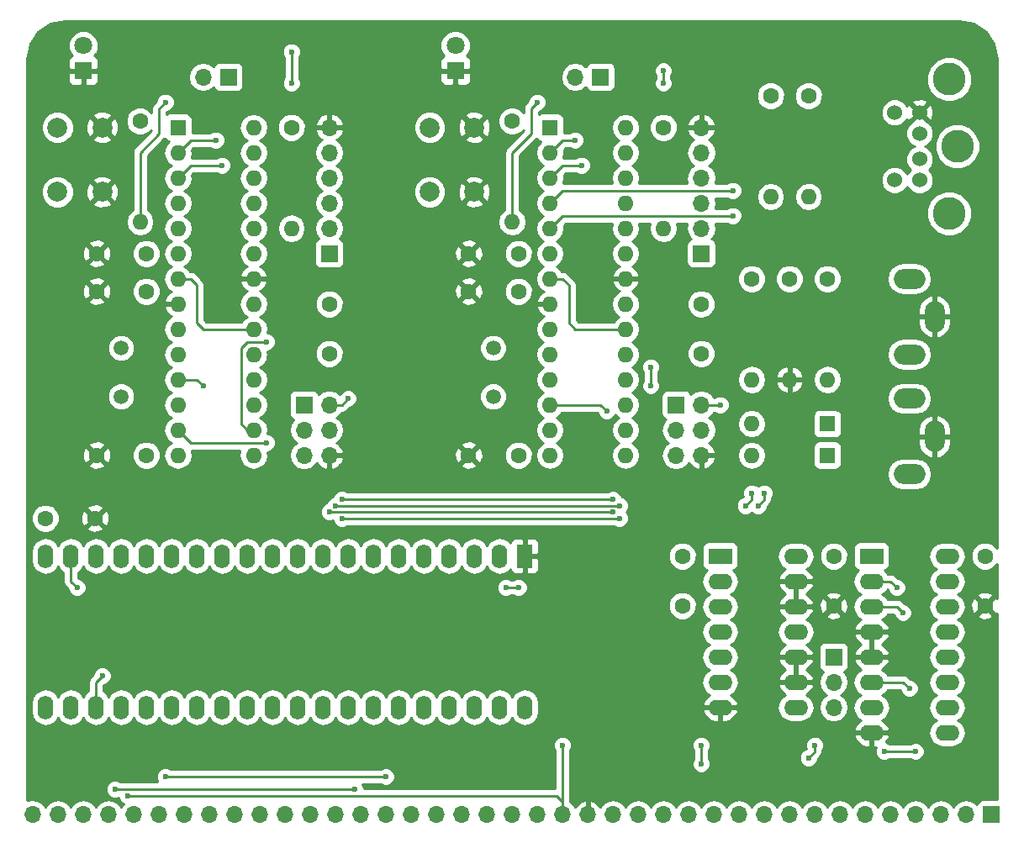
<source format=gbl>
G04 #@! TF.FileFunction,Copper,L2,Bot,Signal*
%FSLAX46Y46*%
G04 Gerber Fmt 4.6, Leading zero omitted, Abs format (unit mm)*
G04 Created by KiCad (PCBNEW 4.0.7) date 01/22/20 13:23:20*
%MOMM*%
%LPD*%
G01*
G04 APERTURE LIST*
%ADD10C,0.100000*%
%ADD11C,1.600000*%
%ADD12R,1.600000X1.600000*%
%ADD13O,1.600000X1.600000*%
%ADD14R,1.800000X1.800000*%
%ADD15C,1.800000*%
%ADD16R,1.700000X1.700000*%
%ADD17O,1.700000X1.700000*%
%ADD18O,3.197860X1.998980*%
%ADD19O,1.998980X3.197860*%
%ADD20C,3.300000*%
%ADD21C,1.524000*%
%ADD22C,2.000000*%
%ADD23R,1.600000X2.400000*%
%ADD24O,1.600000X2.400000*%
%ADD25R,2.400000X1.600000*%
%ADD26O,2.400000X1.600000*%
%ADD27C,1.500000*%
%ADD28C,0.600000*%
%ADD29C,0.250000*%
%ADD30C,0.254000*%
G04 APERTURE END LIST*
D10*
D11*
X98425000Y-107315000D03*
X103425000Y-107315000D03*
X193040000Y-111125000D03*
X193040000Y-116125000D03*
X177800000Y-111125000D03*
X177800000Y-116125000D03*
X164465000Y-85725000D03*
X164465000Y-90725000D03*
X127000000Y-85725000D03*
X127000000Y-90725000D03*
X146050000Y-84455000D03*
X141050000Y-84455000D03*
X146050000Y-80645000D03*
X141050000Y-80645000D03*
X108585000Y-80645000D03*
X103585000Y-80645000D03*
X162560000Y-111125000D03*
X162560000Y-116125000D03*
X146050000Y-100965000D03*
X141050000Y-100965000D03*
X108585000Y-84455000D03*
X103585000Y-84455000D03*
X108585000Y-100965000D03*
X103585000Y-100965000D03*
D12*
X177165000Y-97790000D03*
D13*
X169545000Y-97790000D03*
D12*
X177165000Y-100965000D03*
D13*
X169545000Y-100965000D03*
D14*
X102235000Y-62230000D03*
D15*
X102235000Y-59690000D03*
D14*
X139700000Y-62230000D03*
D15*
X139700000Y-59690000D03*
D16*
X193675000Y-137160000D03*
D17*
X191135000Y-137160000D03*
X188595000Y-137160000D03*
X186055000Y-137160000D03*
X183515000Y-137160000D03*
X180975000Y-137160000D03*
X178435000Y-137160000D03*
X175895000Y-137160000D03*
X173355000Y-137160000D03*
X170815000Y-137160000D03*
X168275000Y-137160000D03*
X165735000Y-137160000D03*
X163195000Y-137160000D03*
X160655000Y-137160000D03*
X158115000Y-137160000D03*
X155575000Y-137160000D03*
X153035000Y-137160000D03*
X150495000Y-137160000D03*
X147955000Y-137160000D03*
X145415000Y-137160000D03*
X142875000Y-137160000D03*
X140335000Y-137160000D03*
X137795000Y-137160000D03*
X135255000Y-137160000D03*
X132715000Y-137160000D03*
X130175000Y-137160000D03*
X127635000Y-137160000D03*
X125095000Y-137160000D03*
X122555000Y-137160000D03*
X120015000Y-137160000D03*
X117475000Y-137160000D03*
X114935000Y-137160000D03*
X112395000Y-137160000D03*
X109855000Y-137160000D03*
X107315000Y-137160000D03*
X104775000Y-137160000D03*
X102235000Y-137160000D03*
X99695000Y-137160000D03*
X97155000Y-137160000D03*
D16*
X161925000Y-95885000D03*
D17*
X164465000Y-95885000D03*
X161925000Y-98425000D03*
X164465000Y-98425000D03*
X161925000Y-100965000D03*
X164465000Y-100965000D03*
D16*
X124460000Y-95885000D03*
D17*
X127000000Y-95885000D03*
X124460000Y-98425000D03*
X127000000Y-98425000D03*
X124460000Y-100965000D03*
X127000000Y-100965000D03*
D18*
X185420000Y-95250000D03*
D19*
X187960000Y-99060000D03*
D18*
X185420000Y-102870000D03*
X185420000Y-83185000D03*
D19*
X187960000Y-86995000D03*
D18*
X185420000Y-90805000D03*
D20*
X189445000Y-63100000D03*
X189445000Y-76600000D03*
D21*
X186445000Y-73250000D03*
X183945000Y-73250000D03*
X186445000Y-66450000D03*
X183945000Y-66450000D03*
X186445000Y-71150000D03*
X186445000Y-68550000D03*
D20*
X190245000Y-69850000D03*
D16*
X154305000Y-62865000D03*
D17*
X151765000Y-62865000D03*
D16*
X116840000Y-62865000D03*
D17*
X114300000Y-62865000D03*
D11*
X145415000Y-67310000D03*
D13*
X145415000Y-77470000D03*
D11*
X107950000Y-67310000D03*
D13*
X107950000Y-77470000D03*
D11*
X177165000Y-83185000D03*
D13*
X177165000Y-93345000D03*
D11*
X169545000Y-83185000D03*
D13*
X169545000Y-93345000D03*
D11*
X173355000Y-83185000D03*
D13*
X173355000Y-93345000D03*
D11*
X123190000Y-67945000D03*
D13*
X123190000Y-78105000D03*
D11*
X160655000Y-67945000D03*
D13*
X160655000Y-78105000D03*
D11*
X171450000Y-64770000D03*
D13*
X171450000Y-74930000D03*
D11*
X175260000Y-64770000D03*
D13*
X175260000Y-74930000D03*
D22*
X137105000Y-67945000D03*
X141605000Y-67945000D03*
X137105000Y-74445000D03*
X141605000Y-74445000D03*
X99640000Y-67945000D03*
X104140000Y-67945000D03*
X99640000Y-74445000D03*
X104140000Y-74445000D03*
D23*
X146685000Y-111125000D03*
D24*
X98425000Y-126365000D03*
X144145000Y-111125000D03*
X100965000Y-126365000D03*
X141605000Y-111125000D03*
X103505000Y-126365000D03*
X139065000Y-111125000D03*
X106045000Y-126365000D03*
X136525000Y-111125000D03*
X108585000Y-126365000D03*
X133985000Y-111125000D03*
X111125000Y-126365000D03*
X131445000Y-111125000D03*
X113665000Y-126365000D03*
X128905000Y-111125000D03*
X116205000Y-126365000D03*
X126365000Y-111125000D03*
X118745000Y-126365000D03*
X123825000Y-111125000D03*
X121285000Y-126365000D03*
X121285000Y-111125000D03*
X123825000Y-126365000D03*
X118745000Y-111125000D03*
X126365000Y-126365000D03*
X116205000Y-111125000D03*
X128905000Y-126365000D03*
X113665000Y-111125000D03*
X131445000Y-126365000D03*
X111125000Y-111125000D03*
X133985000Y-126365000D03*
X108585000Y-111125000D03*
X136525000Y-126365000D03*
X106045000Y-111125000D03*
X139065000Y-126365000D03*
X103505000Y-111125000D03*
X141605000Y-126365000D03*
X100965000Y-111125000D03*
X144145000Y-126365000D03*
X98425000Y-111125000D03*
X146685000Y-126365000D03*
D25*
X181610000Y-111125000D03*
D26*
X189230000Y-128905000D03*
X181610000Y-113665000D03*
X189230000Y-126365000D03*
X181610000Y-116205000D03*
X189230000Y-123825000D03*
X181610000Y-118745000D03*
X189230000Y-121285000D03*
X181610000Y-121285000D03*
X189230000Y-118745000D03*
X181610000Y-123825000D03*
X189230000Y-116205000D03*
X181610000Y-126365000D03*
X189230000Y-113665000D03*
X181610000Y-128905000D03*
X189230000Y-111125000D03*
D25*
X166370000Y-111125000D03*
D26*
X173990000Y-126365000D03*
X166370000Y-113665000D03*
X173990000Y-123825000D03*
X166370000Y-116205000D03*
X173990000Y-121285000D03*
X166370000Y-118745000D03*
X173990000Y-118745000D03*
X166370000Y-121285000D03*
X173990000Y-116205000D03*
X166370000Y-123825000D03*
X173990000Y-113665000D03*
X166370000Y-126365000D03*
X173990000Y-111125000D03*
D27*
X143510000Y-90170000D03*
X143510000Y-95050000D03*
X106045000Y-90170000D03*
X106045000Y-95050000D03*
D16*
X164465000Y-80645000D03*
D17*
X164465000Y-78105000D03*
X164465000Y-75565000D03*
X164465000Y-73025000D03*
X164465000Y-70485000D03*
X164465000Y-67945000D03*
D16*
X127000000Y-80645000D03*
D17*
X127000000Y-78105000D03*
X127000000Y-75565000D03*
X127000000Y-73025000D03*
X127000000Y-70485000D03*
X127000000Y-67945000D03*
D12*
X149225000Y-67945000D03*
D13*
X156845000Y-100965000D03*
X149225000Y-70485000D03*
X156845000Y-98425000D03*
X149225000Y-73025000D03*
X156845000Y-95885000D03*
X149225000Y-75565000D03*
X156845000Y-93345000D03*
X149225000Y-78105000D03*
X156845000Y-90805000D03*
X149225000Y-80645000D03*
X156845000Y-88265000D03*
X149225000Y-83185000D03*
X156845000Y-85725000D03*
X149225000Y-85725000D03*
X156845000Y-83185000D03*
X149225000Y-88265000D03*
X156845000Y-80645000D03*
X149225000Y-90805000D03*
X156845000Y-78105000D03*
X149225000Y-93345000D03*
X156845000Y-75565000D03*
X149225000Y-95885000D03*
X156845000Y-73025000D03*
X149225000Y-98425000D03*
X156845000Y-70485000D03*
X149225000Y-100965000D03*
X156845000Y-67945000D03*
D12*
X111760000Y-67945000D03*
D13*
X119380000Y-100965000D03*
X111760000Y-70485000D03*
X119380000Y-98425000D03*
X111760000Y-73025000D03*
X119380000Y-95885000D03*
X111760000Y-75565000D03*
X119380000Y-93345000D03*
X111760000Y-78105000D03*
X119380000Y-90805000D03*
X111760000Y-80645000D03*
X119380000Y-88265000D03*
X111760000Y-83185000D03*
X119380000Y-85725000D03*
X111760000Y-85725000D03*
X119380000Y-83185000D03*
X111760000Y-88265000D03*
X119380000Y-80645000D03*
X111760000Y-90805000D03*
X119380000Y-78105000D03*
X111760000Y-93345000D03*
X119380000Y-75565000D03*
X111760000Y-95885000D03*
X119380000Y-73025000D03*
X111760000Y-98425000D03*
X119380000Y-70485000D03*
X111760000Y-100965000D03*
X119380000Y-67945000D03*
D16*
X177800000Y-121285000D03*
D17*
X177800000Y-123825000D03*
X177800000Y-126365000D03*
D28*
X150495000Y-130175000D03*
X106680000Y-135255000D03*
X166370000Y-95885000D03*
X147955000Y-65405000D03*
X128905000Y-95250000D03*
X110490000Y-65405000D03*
X156210000Y-107315000D03*
X128270000Y-107315000D03*
X127000000Y-106680000D03*
X155575000Y-106680000D03*
X170815000Y-104775000D03*
X170180000Y-106045000D03*
X120650000Y-99695000D03*
X127635000Y-106045000D03*
X156210000Y-106045000D03*
X169545000Y-104775000D03*
X168910000Y-106045000D03*
X123190000Y-63500000D03*
X123190000Y-60325000D03*
X160655000Y-62230000D03*
X160655000Y-63500000D03*
X185420000Y-124460000D03*
X184785000Y-116840000D03*
X184150000Y-114300000D03*
X164465000Y-132080000D03*
X164465000Y-130175000D03*
X110490000Y-133350000D03*
X132715000Y-133350000D03*
X105410000Y-134620000D03*
X129540000Y-134620000D03*
X152400000Y-71755000D03*
X151765000Y-69215000D03*
X116205000Y-71755000D03*
X115570000Y-69215000D03*
X128270000Y-105410000D03*
X155575000Y-105410000D03*
X167640000Y-74295000D03*
X167640000Y-76835000D03*
X182880000Y-130810000D03*
X186055000Y-130810000D03*
X104140000Y-123190000D03*
X114300000Y-93980000D03*
X146050000Y-114300000D03*
X144780000Y-114300000D03*
X101600000Y-114300000D03*
X154940000Y-96520000D03*
X120650000Y-89535000D03*
X159385000Y-92075000D03*
X159385000Y-93980000D03*
X175895000Y-130175000D03*
X175260000Y-131445000D03*
D29*
X150495000Y-135890000D02*
X150495000Y-130175000D01*
X150495000Y-137160000D02*
X150495000Y-135890000D01*
X149860000Y-135255000D02*
X106680000Y-135255000D01*
X150495000Y-135890000D02*
X149860000Y-135255000D01*
X166370000Y-95885000D02*
X164465000Y-95885000D01*
X149225000Y-83185000D02*
X150495000Y-83185000D01*
X151765000Y-88265000D02*
X156845000Y-88265000D01*
X151130000Y-87630000D02*
X151765000Y-88265000D01*
X151130000Y-83820000D02*
X151130000Y-87630000D01*
X150495000Y-83185000D02*
X151130000Y-83820000D01*
X145415000Y-77470000D02*
X145415000Y-70485000D01*
X147320000Y-66040000D02*
X147955000Y-65405000D01*
X147320000Y-68580000D02*
X147320000Y-66040000D01*
X145415000Y-70485000D02*
X147320000Y-68580000D01*
X128270000Y-95885000D02*
X127000000Y-95885000D01*
X128905000Y-95250000D02*
X128270000Y-95885000D01*
X111760000Y-83185000D02*
X113030000Y-83185000D01*
X114300000Y-88265000D02*
X119380000Y-88265000D01*
X113665000Y-87630000D02*
X114300000Y-88265000D01*
X113665000Y-83820000D02*
X113665000Y-87630000D01*
X113030000Y-83185000D02*
X113665000Y-83820000D01*
X107950000Y-77470000D02*
X107950000Y-70485000D01*
X107950000Y-70485000D02*
X109855000Y-68580000D01*
X110490000Y-65405000D02*
X109855000Y-66040000D01*
X109855000Y-66040000D02*
X109855000Y-68580000D01*
X156210000Y-107315000D02*
X128270000Y-107315000D01*
X127000000Y-106680000D02*
X155575000Y-106680000D01*
X170815000Y-105410000D02*
X170815000Y-104775000D01*
X170180000Y-106045000D02*
X170815000Y-105410000D01*
X113030000Y-99695000D02*
X120650000Y-99695000D01*
X127635000Y-106045000D02*
X156210000Y-106045000D01*
X111760000Y-98425000D02*
X113030000Y-99695000D01*
X169545000Y-105410000D02*
X169545000Y-104775000D01*
X168910000Y-106045000D02*
X169545000Y-105410000D01*
X123190000Y-60325000D02*
X123190000Y-63500000D01*
X160655000Y-62230000D02*
X160655000Y-63500000D01*
X184785000Y-123825000D02*
X181610000Y-123825000D01*
X185420000Y-124460000D02*
X184785000Y-123825000D01*
X184150000Y-116205000D02*
X181610000Y-116205000D01*
X184785000Y-116840000D02*
X184150000Y-116205000D01*
X183515000Y-113665000D02*
X181610000Y-113665000D01*
X184150000Y-114300000D02*
X183515000Y-113665000D01*
X164465000Y-130175000D02*
X164465000Y-132080000D01*
X132715000Y-133350000D02*
X110490000Y-133350000D01*
X129540000Y-134620000D02*
X105410000Y-134620000D01*
X150495000Y-71755000D02*
X149225000Y-73025000D01*
X152400000Y-71755000D02*
X150495000Y-71755000D01*
X151765000Y-69215000D02*
X150495000Y-69215000D01*
X150495000Y-69215000D02*
X149225000Y-70485000D01*
X113030000Y-71755000D02*
X111760000Y-73025000D01*
X116205000Y-71755000D02*
X113030000Y-71755000D01*
X113030000Y-69215000D02*
X111760000Y-70485000D01*
X115570000Y-69215000D02*
X113030000Y-69215000D01*
X128270000Y-105410000D02*
X155575000Y-105410000D01*
X150495000Y-74295000D02*
X149225000Y-75565000D01*
X153035000Y-74295000D02*
X150495000Y-74295000D01*
X167640000Y-74295000D02*
X153035000Y-74295000D01*
X149225000Y-78105000D02*
X150495000Y-76835000D01*
X150495000Y-76835000D02*
X167640000Y-76835000D01*
X182880000Y-130810000D02*
X186055000Y-130810000D01*
X103505000Y-123825000D02*
X103505000Y-126365000D01*
X103505000Y-123825000D02*
X104140000Y-123190000D01*
X113665000Y-93345000D02*
X111760000Y-93345000D01*
X114300000Y-93980000D02*
X113665000Y-93345000D01*
X144780000Y-114300000D02*
X146050000Y-114300000D01*
X100965000Y-113665000D02*
X100965000Y-111125000D01*
X101600000Y-114300000D02*
X100965000Y-113665000D01*
X154305000Y-95885000D02*
X149225000Y-95885000D01*
X154940000Y-96520000D02*
X154305000Y-95885000D01*
X118110000Y-97790000D02*
X118745000Y-98425000D01*
X118110000Y-90170000D02*
X118110000Y-97790000D01*
X118745000Y-89535000D02*
X118110000Y-90170000D01*
X120650000Y-89535000D02*
X118745000Y-89535000D01*
X118745000Y-98425000D02*
X119380000Y-98425000D01*
X159385000Y-93980000D02*
X159385000Y-92075000D01*
X175895000Y-130175000D02*
X175895000Y-130810000D01*
X175895000Y-130810000D02*
X175260000Y-131445000D01*
D30*
G36*
X191924001Y-57522161D02*
X193131209Y-58328791D01*
X193937839Y-59536001D01*
X194235000Y-61029931D01*
X194235000Y-110290918D01*
X193853923Y-109909176D01*
X193326691Y-109690250D01*
X192755813Y-109689752D01*
X192228200Y-109907757D01*
X191824176Y-110311077D01*
X191605250Y-110838309D01*
X191604752Y-111409187D01*
X191822757Y-111936800D01*
X192226077Y-112340824D01*
X192753309Y-112559750D01*
X193324187Y-112560248D01*
X193851800Y-112342243D01*
X194235000Y-111959711D01*
X194235000Y-115353264D01*
X194047745Y-115296861D01*
X193219605Y-116125000D01*
X194047745Y-116953139D01*
X194235000Y-116896736D01*
X194235000Y-135662560D01*
X192825000Y-135662560D01*
X192589683Y-135706838D01*
X192373559Y-135845910D01*
X192228569Y-136058110D01*
X192214914Y-136125541D01*
X192185054Y-136080853D01*
X191703285Y-135758946D01*
X191135000Y-135645907D01*
X190566715Y-135758946D01*
X190084946Y-136080853D01*
X189865000Y-136410026D01*
X189645054Y-136080853D01*
X189163285Y-135758946D01*
X188595000Y-135645907D01*
X188026715Y-135758946D01*
X187544946Y-136080853D01*
X187325000Y-136410026D01*
X187105054Y-136080853D01*
X186623285Y-135758946D01*
X186055000Y-135645907D01*
X185486715Y-135758946D01*
X185004946Y-136080853D01*
X184785000Y-136410026D01*
X184565054Y-136080853D01*
X184083285Y-135758946D01*
X183515000Y-135645907D01*
X182946715Y-135758946D01*
X182464946Y-136080853D01*
X182245000Y-136410026D01*
X182025054Y-136080853D01*
X181543285Y-135758946D01*
X180975000Y-135645907D01*
X180406715Y-135758946D01*
X179924946Y-136080853D01*
X179705000Y-136410026D01*
X179485054Y-136080853D01*
X179003285Y-135758946D01*
X178435000Y-135645907D01*
X177866715Y-135758946D01*
X177384946Y-136080853D01*
X177165000Y-136410026D01*
X176945054Y-136080853D01*
X176463285Y-135758946D01*
X175895000Y-135645907D01*
X175326715Y-135758946D01*
X174844946Y-136080853D01*
X174625000Y-136410026D01*
X174405054Y-136080853D01*
X173923285Y-135758946D01*
X173355000Y-135645907D01*
X172786715Y-135758946D01*
X172304946Y-136080853D01*
X172085000Y-136410026D01*
X171865054Y-136080853D01*
X171383285Y-135758946D01*
X170815000Y-135645907D01*
X170246715Y-135758946D01*
X169764946Y-136080853D01*
X169545000Y-136410026D01*
X169325054Y-136080853D01*
X168843285Y-135758946D01*
X168275000Y-135645907D01*
X167706715Y-135758946D01*
X167224946Y-136080853D01*
X167005000Y-136410026D01*
X166785054Y-136080853D01*
X166303285Y-135758946D01*
X165735000Y-135645907D01*
X165166715Y-135758946D01*
X164684946Y-136080853D01*
X164465000Y-136410026D01*
X164245054Y-136080853D01*
X163763285Y-135758946D01*
X163195000Y-135645907D01*
X162626715Y-135758946D01*
X162144946Y-136080853D01*
X161925000Y-136410026D01*
X161705054Y-136080853D01*
X161223285Y-135758946D01*
X160655000Y-135645907D01*
X160086715Y-135758946D01*
X159604946Y-136080853D01*
X159385000Y-136410026D01*
X159165054Y-136080853D01*
X158683285Y-135758946D01*
X158115000Y-135645907D01*
X157546715Y-135758946D01*
X157064946Y-136080853D01*
X156845000Y-136410026D01*
X156625054Y-136080853D01*
X156143285Y-135758946D01*
X155575000Y-135645907D01*
X155006715Y-135758946D01*
X154524946Y-136080853D01*
X154297298Y-136421553D01*
X154230183Y-136278642D01*
X153801924Y-135888355D01*
X153391890Y-135718524D01*
X153162000Y-135839845D01*
X153162000Y-137033000D01*
X153182000Y-137033000D01*
X153182000Y-137287000D01*
X153162000Y-137287000D01*
X153162000Y-137307000D01*
X152908000Y-137307000D01*
X152908000Y-137287000D01*
X152888000Y-137287000D01*
X152888000Y-137033000D01*
X152908000Y-137033000D01*
X152908000Y-135839845D01*
X152678110Y-135718524D01*
X152268076Y-135888355D01*
X151839817Y-136278642D01*
X151772702Y-136421553D01*
X151545054Y-136080853D01*
X151255000Y-135887046D01*
X151255000Y-130737463D01*
X151287192Y-130705327D01*
X151429838Y-130361799D01*
X151429839Y-130360167D01*
X163529838Y-130360167D01*
X163671883Y-130703943D01*
X163705000Y-130737118D01*
X163705000Y-131517537D01*
X163672808Y-131549673D01*
X163530162Y-131893201D01*
X163529838Y-132265167D01*
X163671883Y-132608943D01*
X163934673Y-132872192D01*
X164278201Y-133014838D01*
X164650167Y-133015162D01*
X164993943Y-132873117D01*
X165257192Y-132610327D01*
X165399838Y-132266799D01*
X165400162Y-131894833D01*
X165290805Y-131630167D01*
X174324838Y-131630167D01*
X174466883Y-131973943D01*
X174729673Y-132237192D01*
X175073201Y-132379838D01*
X175445167Y-132380162D01*
X175788943Y-132238117D01*
X176052192Y-131975327D01*
X176194838Y-131631799D01*
X176194879Y-131584923D01*
X176432401Y-131347401D01*
X176597148Y-131100839D01*
X176655000Y-130810000D01*
X176655000Y-130737463D01*
X176687192Y-130705327D01*
X176829838Y-130361799D01*
X176830162Y-129989833D01*
X176688117Y-129646057D01*
X176425327Y-129382808D01*
X176115219Y-129254039D01*
X179818096Y-129254039D01*
X179835633Y-129336819D01*
X180105500Y-129829896D01*
X180543517Y-130182166D01*
X181083000Y-130340000D01*
X181483000Y-130340000D01*
X181483000Y-129032000D01*
X181737000Y-129032000D01*
X181737000Y-130340000D01*
X182062758Y-130340000D01*
X181945162Y-130623201D01*
X181944838Y-130995167D01*
X182086883Y-131338943D01*
X182349673Y-131602192D01*
X182693201Y-131744838D01*
X183065167Y-131745162D01*
X183408943Y-131603117D01*
X183442118Y-131570000D01*
X185492537Y-131570000D01*
X185524673Y-131602192D01*
X185868201Y-131744838D01*
X186240167Y-131745162D01*
X186583943Y-131603117D01*
X186847192Y-131340327D01*
X186989838Y-130996799D01*
X186990162Y-130624833D01*
X186848117Y-130281057D01*
X186585327Y-130017808D01*
X186241799Y-129875162D01*
X185869833Y-129874838D01*
X185526057Y-130016883D01*
X185492882Y-130050000D01*
X183442463Y-130050000D01*
X183410327Y-130017808D01*
X183066799Y-129875162D01*
X183058225Y-129875155D01*
X183114500Y-129829896D01*
X183384367Y-129336819D01*
X183401904Y-129254039D01*
X183279915Y-129032000D01*
X181737000Y-129032000D01*
X181483000Y-129032000D01*
X179940085Y-129032000D01*
X179818096Y-129254039D01*
X176115219Y-129254039D01*
X176081799Y-129240162D01*
X175709833Y-129239838D01*
X175366057Y-129381883D01*
X175102808Y-129644673D01*
X174960162Y-129988201D01*
X174959838Y-130360167D01*
X175029432Y-130528597D01*
X174731057Y-130651883D01*
X174467808Y-130914673D01*
X174325162Y-131258201D01*
X174324838Y-131630167D01*
X165290805Y-131630167D01*
X165258117Y-131551057D01*
X165225000Y-131517882D01*
X165225000Y-130737463D01*
X165257192Y-130705327D01*
X165399838Y-130361799D01*
X165400162Y-129989833D01*
X165258117Y-129646057D01*
X164995327Y-129382808D01*
X164651799Y-129240162D01*
X164279833Y-129239838D01*
X163936057Y-129381883D01*
X163672808Y-129644673D01*
X163530162Y-129988201D01*
X163529838Y-130360167D01*
X151429839Y-130360167D01*
X151430162Y-129989833D01*
X151288117Y-129646057D01*
X151025327Y-129382808D01*
X150681799Y-129240162D01*
X150309833Y-129239838D01*
X149966057Y-129381883D01*
X149702808Y-129644673D01*
X149560162Y-129988201D01*
X149559838Y-130360167D01*
X149701883Y-130703943D01*
X149735000Y-130737118D01*
X149735000Y-134495000D01*
X130475110Y-134495000D01*
X130475162Y-134434833D01*
X130340944Y-134110000D01*
X132152537Y-134110000D01*
X132184673Y-134142192D01*
X132528201Y-134284838D01*
X132900167Y-134285162D01*
X133243943Y-134143117D01*
X133507192Y-133880327D01*
X133649838Y-133536799D01*
X133650162Y-133164833D01*
X133508117Y-132821057D01*
X133245327Y-132557808D01*
X132901799Y-132415162D01*
X132529833Y-132414838D01*
X132186057Y-132556883D01*
X132152882Y-132590000D01*
X111052463Y-132590000D01*
X111020327Y-132557808D01*
X110676799Y-132415162D01*
X110304833Y-132414838D01*
X109961057Y-132556883D01*
X109697808Y-132819673D01*
X109555162Y-133163201D01*
X109554838Y-133535167D01*
X109689056Y-133860000D01*
X105972463Y-133860000D01*
X105940327Y-133827808D01*
X105596799Y-133685162D01*
X105224833Y-133684838D01*
X104881057Y-133826883D01*
X104617808Y-134089673D01*
X104475162Y-134433201D01*
X104474838Y-134805167D01*
X104616883Y-135148943D01*
X104879673Y-135412192D01*
X105223201Y-135554838D01*
X105595167Y-135555162D01*
X105763597Y-135485568D01*
X105886883Y-135783943D01*
X106149673Y-136047192D01*
X106257516Y-136091973D01*
X106045000Y-136410026D01*
X105825054Y-136080853D01*
X105343285Y-135758946D01*
X104775000Y-135645907D01*
X104206715Y-135758946D01*
X103724946Y-136080853D01*
X103505000Y-136410026D01*
X103285054Y-136080853D01*
X102803285Y-135758946D01*
X102235000Y-135645907D01*
X101666715Y-135758946D01*
X101184946Y-136080853D01*
X100965000Y-136410026D01*
X100745054Y-136080853D01*
X100263285Y-135758946D01*
X99695000Y-135645907D01*
X99126715Y-135758946D01*
X98644946Y-136080853D01*
X98425000Y-136410026D01*
X98205054Y-136080853D01*
X97723285Y-135758946D01*
X97155000Y-135645907D01*
X96595000Y-135757298D01*
X96595000Y-125929050D01*
X96990000Y-125929050D01*
X96990000Y-126800950D01*
X97099233Y-127350101D01*
X97410302Y-127815648D01*
X97875849Y-128126717D01*
X98425000Y-128235950D01*
X98974151Y-128126717D01*
X99439698Y-127815648D01*
X99695000Y-127433562D01*
X99950302Y-127815648D01*
X100415849Y-128126717D01*
X100965000Y-128235950D01*
X101514151Y-128126717D01*
X101979698Y-127815648D01*
X102235000Y-127433562D01*
X102490302Y-127815648D01*
X102955849Y-128126717D01*
X103505000Y-128235950D01*
X104054151Y-128126717D01*
X104519698Y-127815648D01*
X104775000Y-127433562D01*
X105030302Y-127815648D01*
X105495849Y-128126717D01*
X106045000Y-128235950D01*
X106594151Y-128126717D01*
X107059698Y-127815648D01*
X107315000Y-127433562D01*
X107570302Y-127815648D01*
X108035849Y-128126717D01*
X108585000Y-128235950D01*
X109134151Y-128126717D01*
X109599698Y-127815648D01*
X109855000Y-127433562D01*
X110110302Y-127815648D01*
X110575849Y-128126717D01*
X111125000Y-128235950D01*
X111674151Y-128126717D01*
X112139698Y-127815648D01*
X112395000Y-127433562D01*
X112650302Y-127815648D01*
X113115849Y-128126717D01*
X113665000Y-128235950D01*
X114214151Y-128126717D01*
X114679698Y-127815648D01*
X114935000Y-127433562D01*
X115190302Y-127815648D01*
X115655849Y-128126717D01*
X116205000Y-128235950D01*
X116754151Y-128126717D01*
X117219698Y-127815648D01*
X117475000Y-127433562D01*
X117730302Y-127815648D01*
X118195849Y-128126717D01*
X118745000Y-128235950D01*
X119294151Y-128126717D01*
X119759698Y-127815648D01*
X120015000Y-127433562D01*
X120270302Y-127815648D01*
X120735849Y-128126717D01*
X121285000Y-128235950D01*
X121834151Y-128126717D01*
X122299698Y-127815648D01*
X122555000Y-127433562D01*
X122810302Y-127815648D01*
X123275849Y-128126717D01*
X123825000Y-128235950D01*
X124374151Y-128126717D01*
X124839698Y-127815648D01*
X125095000Y-127433562D01*
X125350302Y-127815648D01*
X125815849Y-128126717D01*
X126365000Y-128235950D01*
X126914151Y-128126717D01*
X127379698Y-127815648D01*
X127635000Y-127433562D01*
X127890302Y-127815648D01*
X128355849Y-128126717D01*
X128905000Y-128235950D01*
X129454151Y-128126717D01*
X129919698Y-127815648D01*
X130175000Y-127433562D01*
X130430302Y-127815648D01*
X130895849Y-128126717D01*
X131445000Y-128235950D01*
X131994151Y-128126717D01*
X132459698Y-127815648D01*
X132715000Y-127433562D01*
X132970302Y-127815648D01*
X133435849Y-128126717D01*
X133985000Y-128235950D01*
X134534151Y-128126717D01*
X134999698Y-127815648D01*
X135255000Y-127433562D01*
X135510302Y-127815648D01*
X135975849Y-128126717D01*
X136525000Y-128235950D01*
X137074151Y-128126717D01*
X137539698Y-127815648D01*
X137795000Y-127433562D01*
X138050302Y-127815648D01*
X138515849Y-128126717D01*
X139065000Y-128235950D01*
X139614151Y-128126717D01*
X140079698Y-127815648D01*
X140335000Y-127433562D01*
X140590302Y-127815648D01*
X141055849Y-128126717D01*
X141605000Y-128235950D01*
X142154151Y-128126717D01*
X142619698Y-127815648D01*
X142875000Y-127433562D01*
X143130302Y-127815648D01*
X143595849Y-128126717D01*
X144145000Y-128235950D01*
X144694151Y-128126717D01*
X145159698Y-127815648D01*
X145415000Y-127433562D01*
X145670302Y-127815648D01*
X146135849Y-128126717D01*
X146685000Y-128235950D01*
X147234151Y-128126717D01*
X147699698Y-127815648D01*
X148010767Y-127350101D01*
X148120000Y-126800950D01*
X148120000Y-126714039D01*
X164578096Y-126714039D01*
X164595633Y-126796819D01*
X164865500Y-127289896D01*
X165303517Y-127642166D01*
X165843000Y-127800000D01*
X166243000Y-127800000D01*
X166243000Y-126492000D01*
X166497000Y-126492000D01*
X166497000Y-127800000D01*
X166897000Y-127800000D01*
X167436483Y-127642166D01*
X167874500Y-127289896D01*
X168144367Y-126796819D01*
X168161904Y-126714039D01*
X168039915Y-126492000D01*
X166497000Y-126492000D01*
X166243000Y-126492000D01*
X164700085Y-126492000D01*
X164578096Y-126714039D01*
X148120000Y-126714039D01*
X148120000Y-126365000D01*
X172119050Y-126365000D01*
X172228283Y-126914151D01*
X172539352Y-127379698D01*
X173004899Y-127690767D01*
X173554050Y-127800000D01*
X174425950Y-127800000D01*
X174975101Y-127690767D01*
X175440648Y-127379698D01*
X175751717Y-126914151D01*
X175860950Y-126365000D01*
X175751717Y-125815849D01*
X175440648Y-125350302D01*
X175062293Y-125097493D01*
X175494500Y-124749896D01*
X175764367Y-124256819D01*
X175781904Y-124174039D01*
X175659915Y-123952000D01*
X174117000Y-123952000D01*
X174117000Y-123972000D01*
X173863000Y-123972000D01*
X173863000Y-123952000D01*
X172320085Y-123952000D01*
X172198096Y-124174039D01*
X172215633Y-124256819D01*
X172485500Y-124749896D01*
X172917707Y-125097493D01*
X172539352Y-125350302D01*
X172228283Y-125815849D01*
X172119050Y-126365000D01*
X148120000Y-126365000D01*
X148120000Y-125929050D01*
X148010767Y-125379899D01*
X147699698Y-124914352D01*
X147234151Y-124603283D01*
X146685000Y-124494050D01*
X146135849Y-124603283D01*
X145670302Y-124914352D01*
X145415000Y-125296438D01*
X145159698Y-124914352D01*
X144694151Y-124603283D01*
X144145000Y-124494050D01*
X143595849Y-124603283D01*
X143130302Y-124914352D01*
X142875000Y-125296438D01*
X142619698Y-124914352D01*
X142154151Y-124603283D01*
X141605000Y-124494050D01*
X141055849Y-124603283D01*
X140590302Y-124914352D01*
X140335000Y-125296438D01*
X140079698Y-124914352D01*
X139614151Y-124603283D01*
X139065000Y-124494050D01*
X138515849Y-124603283D01*
X138050302Y-124914352D01*
X137795000Y-125296438D01*
X137539698Y-124914352D01*
X137074151Y-124603283D01*
X136525000Y-124494050D01*
X135975849Y-124603283D01*
X135510302Y-124914352D01*
X135255000Y-125296438D01*
X134999698Y-124914352D01*
X134534151Y-124603283D01*
X133985000Y-124494050D01*
X133435849Y-124603283D01*
X132970302Y-124914352D01*
X132715000Y-125296438D01*
X132459698Y-124914352D01*
X131994151Y-124603283D01*
X131445000Y-124494050D01*
X130895849Y-124603283D01*
X130430302Y-124914352D01*
X130175000Y-125296438D01*
X129919698Y-124914352D01*
X129454151Y-124603283D01*
X128905000Y-124494050D01*
X128355849Y-124603283D01*
X127890302Y-124914352D01*
X127635000Y-125296438D01*
X127379698Y-124914352D01*
X126914151Y-124603283D01*
X126365000Y-124494050D01*
X125815849Y-124603283D01*
X125350302Y-124914352D01*
X125095000Y-125296438D01*
X124839698Y-124914352D01*
X124374151Y-124603283D01*
X123825000Y-124494050D01*
X123275849Y-124603283D01*
X122810302Y-124914352D01*
X122555000Y-125296438D01*
X122299698Y-124914352D01*
X121834151Y-124603283D01*
X121285000Y-124494050D01*
X120735849Y-124603283D01*
X120270302Y-124914352D01*
X120015000Y-125296438D01*
X119759698Y-124914352D01*
X119294151Y-124603283D01*
X118745000Y-124494050D01*
X118195849Y-124603283D01*
X117730302Y-124914352D01*
X117475000Y-125296438D01*
X117219698Y-124914352D01*
X116754151Y-124603283D01*
X116205000Y-124494050D01*
X115655849Y-124603283D01*
X115190302Y-124914352D01*
X114935000Y-125296438D01*
X114679698Y-124914352D01*
X114214151Y-124603283D01*
X113665000Y-124494050D01*
X113115849Y-124603283D01*
X112650302Y-124914352D01*
X112395000Y-125296438D01*
X112139698Y-124914352D01*
X111674151Y-124603283D01*
X111125000Y-124494050D01*
X110575849Y-124603283D01*
X110110302Y-124914352D01*
X109855000Y-125296438D01*
X109599698Y-124914352D01*
X109134151Y-124603283D01*
X108585000Y-124494050D01*
X108035849Y-124603283D01*
X107570302Y-124914352D01*
X107315000Y-125296438D01*
X107059698Y-124914352D01*
X106594151Y-124603283D01*
X106045000Y-124494050D01*
X105495849Y-124603283D01*
X105030302Y-124914352D01*
X104775000Y-125296438D01*
X104519698Y-124914352D01*
X104265000Y-124744168D01*
X104265000Y-124139802D01*
X104279680Y-124125122D01*
X104325167Y-124125162D01*
X104668943Y-123983117D01*
X104932192Y-123720327D01*
X105074838Y-123376799D01*
X105075162Y-123004833D01*
X104933117Y-122661057D01*
X104670327Y-122397808D01*
X104326799Y-122255162D01*
X103954833Y-122254838D01*
X103611057Y-122396883D01*
X103347808Y-122659673D01*
X103205162Y-123003201D01*
X103205121Y-123050077D01*
X102967599Y-123287599D01*
X102802852Y-123534161D01*
X102745000Y-123825000D01*
X102745000Y-124744168D01*
X102490302Y-124914352D01*
X102235000Y-125296438D01*
X101979698Y-124914352D01*
X101514151Y-124603283D01*
X100965000Y-124494050D01*
X100415849Y-124603283D01*
X99950302Y-124914352D01*
X99695000Y-125296438D01*
X99439698Y-124914352D01*
X98974151Y-124603283D01*
X98425000Y-124494050D01*
X97875849Y-124603283D01*
X97410302Y-124914352D01*
X97099233Y-125379899D01*
X96990000Y-125929050D01*
X96595000Y-125929050D01*
X96595000Y-116409187D01*
X161124752Y-116409187D01*
X161342757Y-116936800D01*
X161746077Y-117340824D01*
X162273309Y-117559750D01*
X162844187Y-117560248D01*
X163371800Y-117342243D01*
X163775824Y-116938923D01*
X163994750Y-116411691D01*
X163995248Y-115840813D01*
X163777243Y-115313200D01*
X163373923Y-114909176D01*
X162846691Y-114690250D01*
X162275813Y-114689752D01*
X161748200Y-114907757D01*
X161344176Y-115311077D01*
X161125250Y-115838309D01*
X161124752Y-116409187D01*
X96595000Y-116409187D01*
X96595000Y-110689050D01*
X96990000Y-110689050D01*
X96990000Y-111560950D01*
X97099233Y-112110101D01*
X97410302Y-112575648D01*
X97875849Y-112886717D01*
X98425000Y-112995950D01*
X98974151Y-112886717D01*
X99439698Y-112575648D01*
X99695000Y-112193562D01*
X99950302Y-112575648D01*
X100205000Y-112745832D01*
X100205000Y-113665000D01*
X100262852Y-113955839D01*
X100427599Y-114202401D01*
X100664878Y-114439680D01*
X100664838Y-114485167D01*
X100806883Y-114828943D01*
X101069673Y-115092192D01*
X101413201Y-115234838D01*
X101785167Y-115235162D01*
X102128943Y-115093117D01*
X102392192Y-114830327D01*
X102534838Y-114486799D01*
X102534839Y-114485167D01*
X143844838Y-114485167D01*
X143986883Y-114828943D01*
X144249673Y-115092192D01*
X144593201Y-115234838D01*
X144965167Y-115235162D01*
X145308943Y-115093117D01*
X145342118Y-115060000D01*
X145487537Y-115060000D01*
X145519673Y-115092192D01*
X145863201Y-115234838D01*
X146235167Y-115235162D01*
X146578943Y-115093117D01*
X146842192Y-114830327D01*
X146984838Y-114486799D01*
X146985162Y-114114833D01*
X146843117Y-113771057D01*
X146737245Y-113665000D01*
X164499050Y-113665000D01*
X164608283Y-114214151D01*
X164919352Y-114679698D01*
X165301438Y-114935000D01*
X164919352Y-115190302D01*
X164608283Y-115655849D01*
X164499050Y-116205000D01*
X164608283Y-116754151D01*
X164919352Y-117219698D01*
X165301438Y-117475000D01*
X164919352Y-117730302D01*
X164608283Y-118195849D01*
X164499050Y-118745000D01*
X164608283Y-119294151D01*
X164919352Y-119759698D01*
X165301438Y-120015000D01*
X164919352Y-120270302D01*
X164608283Y-120735849D01*
X164499050Y-121285000D01*
X164608283Y-121834151D01*
X164919352Y-122299698D01*
X165301438Y-122555000D01*
X164919352Y-122810302D01*
X164608283Y-123275849D01*
X164499050Y-123825000D01*
X164608283Y-124374151D01*
X164919352Y-124839698D01*
X165297707Y-125092507D01*
X164865500Y-125440104D01*
X164595633Y-125933181D01*
X164578096Y-126015961D01*
X164700085Y-126238000D01*
X166243000Y-126238000D01*
X166243000Y-126218000D01*
X166497000Y-126218000D01*
X166497000Y-126238000D01*
X168039915Y-126238000D01*
X168161904Y-126015961D01*
X168144367Y-125933181D01*
X167874500Y-125440104D01*
X167442293Y-125092507D01*
X167820648Y-124839698D01*
X168131717Y-124374151D01*
X168240950Y-123825000D01*
X176285907Y-123825000D01*
X176398946Y-124393285D01*
X176720853Y-124875054D01*
X177050026Y-125095000D01*
X176720853Y-125314946D01*
X176398946Y-125796715D01*
X176285907Y-126365000D01*
X176398946Y-126933285D01*
X176720853Y-127415054D01*
X177202622Y-127736961D01*
X177770907Y-127850000D01*
X177829093Y-127850000D01*
X178397378Y-127736961D01*
X178879147Y-127415054D01*
X179201054Y-126933285D01*
X179314093Y-126365000D01*
X179201054Y-125796715D01*
X178879147Y-125314946D01*
X178549974Y-125095000D01*
X178879147Y-124875054D01*
X179201054Y-124393285D01*
X179314093Y-123825000D01*
X179739050Y-123825000D01*
X179848283Y-124374151D01*
X180159352Y-124839698D01*
X180541438Y-125095000D01*
X180159352Y-125350302D01*
X179848283Y-125815849D01*
X179739050Y-126365000D01*
X179848283Y-126914151D01*
X180159352Y-127379698D01*
X180537707Y-127632507D01*
X180105500Y-127980104D01*
X179835633Y-128473181D01*
X179818096Y-128555961D01*
X179940085Y-128778000D01*
X181483000Y-128778000D01*
X181483000Y-128758000D01*
X181737000Y-128758000D01*
X181737000Y-128778000D01*
X183279915Y-128778000D01*
X183401904Y-128555961D01*
X183384367Y-128473181D01*
X183114500Y-127980104D01*
X182682293Y-127632507D01*
X183060648Y-127379698D01*
X183371717Y-126914151D01*
X183480950Y-126365000D01*
X183371717Y-125815849D01*
X183060648Y-125350302D01*
X182678562Y-125095000D01*
X183060648Y-124839698D01*
X183230832Y-124585000D01*
X184470198Y-124585000D01*
X184484878Y-124599680D01*
X184484838Y-124645167D01*
X184626883Y-124988943D01*
X184889673Y-125252192D01*
X185233201Y-125394838D01*
X185605167Y-125395162D01*
X185948943Y-125253117D01*
X186212192Y-124990327D01*
X186354838Y-124646799D01*
X186355162Y-124274833D01*
X186213117Y-123931057D01*
X185950327Y-123667808D01*
X185606799Y-123525162D01*
X185559923Y-123525121D01*
X185322401Y-123287599D01*
X185075839Y-123122852D01*
X184785000Y-123065000D01*
X183230832Y-123065000D01*
X183060648Y-122810302D01*
X182682293Y-122557493D01*
X183114500Y-122209896D01*
X183384367Y-121716819D01*
X183401904Y-121634039D01*
X183279915Y-121412000D01*
X181737000Y-121412000D01*
X181737000Y-121432000D01*
X181483000Y-121432000D01*
X181483000Y-121412000D01*
X179940085Y-121412000D01*
X179818096Y-121634039D01*
X179835633Y-121716819D01*
X180105500Y-122209896D01*
X180537707Y-122557493D01*
X180159352Y-122810302D01*
X179848283Y-123275849D01*
X179739050Y-123825000D01*
X179314093Y-123825000D01*
X179201054Y-123256715D01*
X178879147Y-122774946D01*
X178837548Y-122747150D01*
X178885317Y-122738162D01*
X179101441Y-122599090D01*
X179246431Y-122386890D01*
X179297440Y-122135000D01*
X179297440Y-120435000D01*
X179253162Y-120199683D01*
X179114090Y-119983559D01*
X178901890Y-119838569D01*
X178650000Y-119787560D01*
X176950000Y-119787560D01*
X176714683Y-119831838D01*
X176498559Y-119970910D01*
X176353569Y-120183110D01*
X176302560Y-120435000D01*
X176302560Y-122135000D01*
X176346838Y-122370317D01*
X176485910Y-122586441D01*
X176698110Y-122731431D01*
X176765541Y-122745086D01*
X176720853Y-122774946D01*
X176398946Y-123256715D01*
X176285907Y-123825000D01*
X168240950Y-123825000D01*
X168131717Y-123275849D01*
X167820648Y-122810302D01*
X167438562Y-122555000D01*
X167820648Y-122299698D01*
X168131717Y-121834151D01*
X168171521Y-121634039D01*
X172198096Y-121634039D01*
X172215633Y-121716819D01*
X172485500Y-122209896D01*
X172914607Y-122555000D01*
X172485500Y-122900104D01*
X172215633Y-123393181D01*
X172198096Y-123475961D01*
X172320085Y-123698000D01*
X173863000Y-123698000D01*
X173863000Y-121412000D01*
X174117000Y-121412000D01*
X174117000Y-123698000D01*
X175659915Y-123698000D01*
X175781904Y-123475961D01*
X175764367Y-123393181D01*
X175494500Y-122900104D01*
X175065393Y-122555000D01*
X175494500Y-122209896D01*
X175764367Y-121716819D01*
X175781904Y-121634039D01*
X175659915Y-121412000D01*
X174117000Y-121412000D01*
X173863000Y-121412000D01*
X172320085Y-121412000D01*
X172198096Y-121634039D01*
X168171521Y-121634039D01*
X168240950Y-121285000D01*
X168131717Y-120735849D01*
X167820648Y-120270302D01*
X167438562Y-120015000D01*
X167820648Y-119759698D01*
X168131717Y-119294151D01*
X168240950Y-118745000D01*
X172119050Y-118745000D01*
X172228283Y-119294151D01*
X172539352Y-119759698D01*
X172917707Y-120012507D01*
X172485500Y-120360104D01*
X172215633Y-120853181D01*
X172198096Y-120935961D01*
X172320085Y-121158000D01*
X173863000Y-121158000D01*
X173863000Y-121138000D01*
X174117000Y-121138000D01*
X174117000Y-121158000D01*
X175659915Y-121158000D01*
X175781904Y-120935961D01*
X175764367Y-120853181D01*
X175494500Y-120360104D01*
X175062293Y-120012507D01*
X175440648Y-119759698D01*
X175751717Y-119294151D01*
X175791521Y-119094039D01*
X179818096Y-119094039D01*
X179835633Y-119176819D01*
X180105500Y-119669896D01*
X180534607Y-120015000D01*
X180105500Y-120360104D01*
X179835633Y-120853181D01*
X179818096Y-120935961D01*
X179940085Y-121158000D01*
X181483000Y-121158000D01*
X181483000Y-118872000D01*
X181737000Y-118872000D01*
X181737000Y-121158000D01*
X183279915Y-121158000D01*
X183401904Y-120935961D01*
X183384367Y-120853181D01*
X183114500Y-120360104D01*
X182685393Y-120015000D01*
X183114500Y-119669896D01*
X183384367Y-119176819D01*
X183401904Y-119094039D01*
X183279915Y-118872000D01*
X181737000Y-118872000D01*
X181483000Y-118872000D01*
X179940085Y-118872000D01*
X179818096Y-119094039D01*
X175791521Y-119094039D01*
X175860950Y-118745000D01*
X175751717Y-118195849D01*
X175440648Y-117730302D01*
X175062293Y-117477493D01*
X175490957Y-117132745D01*
X176971861Y-117132745D01*
X177045995Y-117378864D01*
X177583223Y-117571965D01*
X178153454Y-117544778D01*
X178554005Y-117378864D01*
X178628139Y-117132745D01*
X177800000Y-116304605D01*
X176971861Y-117132745D01*
X175490957Y-117132745D01*
X175494500Y-117129896D01*
X175764367Y-116636819D01*
X175781904Y-116554039D01*
X175659915Y-116332000D01*
X174117000Y-116332000D01*
X174117000Y-116352000D01*
X173863000Y-116352000D01*
X173863000Y-116332000D01*
X172320085Y-116332000D01*
X172198096Y-116554039D01*
X172215633Y-116636819D01*
X172485500Y-117129896D01*
X172917707Y-117477493D01*
X172539352Y-117730302D01*
X172228283Y-118195849D01*
X172119050Y-118745000D01*
X168240950Y-118745000D01*
X168131717Y-118195849D01*
X167820648Y-117730302D01*
X167438562Y-117475000D01*
X167820648Y-117219698D01*
X168131717Y-116754151D01*
X168240950Y-116205000D01*
X168131717Y-115655849D01*
X167820648Y-115190302D01*
X167438562Y-114935000D01*
X167820648Y-114679698D01*
X168131717Y-114214151D01*
X168171521Y-114014039D01*
X172198096Y-114014039D01*
X172215633Y-114096819D01*
X172485500Y-114589896D01*
X172914607Y-114935000D01*
X172485500Y-115280104D01*
X172215633Y-115773181D01*
X172198096Y-115855961D01*
X172320085Y-116078000D01*
X173863000Y-116078000D01*
X173863000Y-113792000D01*
X174117000Y-113792000D01*
X174117000Y-116078000D01*
X175659915Y-116078000D01*
X175753191Y-115908223D01*
X176353035Y-115908223D01*
X176380222Y-116478454D01*
X176546136Y-116879005D01*
X176792255Y-116953139D01*
X177620395Y-116125000D01*
X177979605Y-116125000D01*
X178807745Y-116953139D01*
X179053864Y-116879005D01*
X179246965Y-116341777D01*
X179219778Y-115771546D01*
X179053864Y-115370995D01*
X178807745Y-115296861D01*
X177979605Y-116125000D01*
X177620395Y-116125000D01*
X176792255Y-115296861D01*
X176546136Y-115370995D01*
X176353035Y-115908223D01*
X175753191Y-115908223D01*
X175781904Y-115855961D01*
X175764367Y-115773181D01*
X175494500Y-115280104D01*
X175292012Y-115117255D01*
X176971861Y-115117255D01*
X177800000Y-115945395D01*
X178628139Y-115117255D01*
X178554005Y-114871136D01*
X178016777Y-114678035D01*
X177446546Y-114705222D01*
X177045995Y-114871136D01*
X176971861Y-115117255D01*
X175292012Y-115117255D01*
X175065393Y-114935000D01*
X175494500Y-114589896D01*
X175764367Y-114096819D01*
X175781904Y-114014039D01*
X175659915Y-113792000D01*
X174117000Y-113792000D01*
X173863000Y-113792000D01*
X172320085Y-113792000D01*
X172198096Y-114014039D01*
X168171521Y-114014039D01*
X168240950Y-113665000D01*
X179739050Y-113665000D01*
X179848283Y-114214151D01*
X180159352Y-114679698D01*
X180541438Y-114935000D01*
X180159352Y-115190302D01*
X179848283Y-115655849D01*
X179739050Y-116205000D01*
X179848283Y-116754151D01*
X180159352Y-117219698D01*
X180537707Y-117472507D01*
X180105500Y-117820104D01*
X179835633Y-118313181D01*
X179818096Y-118395961D01*
X179940085Y-118618000D01*
X181483000Y-118618000D01*
X181483000Y-118598000D01*
X181737000Y-118598000D01*
X181737000Y-118618000D01*
X183279915Y-118618000D01*
X183401904Y-118395961D01*
X183384367Y-118313181D01*
X183114500Y-117820104D01*
X182682293Y-117472507D01*
X183060648Y-117219698D01*
X183230832Y-116965000D01*
X183835198Y-116965000D01*
X183849878Y-116979680D01*
X183849838Y-117025167D01*
X183991883Y-117368943D01*
X184254673Y-117632192D01*
X184598201Y-117774838D01*
X184970167Y-117775162D01*
X185313943Y-117633117D01*
X185577192Y-117370327D01*
X185719838Y-117026799D01*
X185720162Y-116654833D01*
X185578117Y-116311057D01*
X185315327Y-116047808D01*
X184971799Y-115905162D01*
X184924923Y-115905121D01*
X184687401Y-115667599D01*
X184440839Y-115502852D01*
X184150000Y-115445000D01*
X183230832Y-115445000D01*
X183060648Y-115190302D01*
X182678562Y-114935000D01*
X183060648Y-114679698D01*
X183214870Y-114448889D01*
X183214838Y-114485167D01*
X183356883Y-114828943D01*
X183619673Y-115092192D01*
X183963201Y-115234838D01*
X184335167Y-115235162D01*
X184678943Y-115093117D01*
X184942192Y-114830327D01*
X185084838Y-114486799D01*
X185085162Y-114114833D01*
X184943117Y-113771057D01*
X184680327Y-113507808D01*
X184336799Y-113365162D01*
X184289923Y-113365121D01*
X184052401Y-113127599D01*
X183805839Y-112962852D01*
X183515000Y-112905000D01*
X183230832Y-112905000D01*
X183060648Y-112650302D01*
X182914650Y-112552749D01*
X183045317Y-112528162D01*
X183261441Y-112389090D01*
X183406431Y-112176890D01*
X183457440Y-111925000D01*
X183457440Y-111125000D01*
X187359050Y-111125000D01*
X187468283Y-111674151D01*
X187779352Y-112139698D01*
X188161438Y-112395000D01*
X187779352Y-112650302D01*
X187468283Y-113115849D01*
X187359050Y-113665000D01*
X187468283Y-114214151D01*
X187779352Y-114679698D01*
X188161438Y-114935000D01*
X187779352Y-115190302D01*
X187468283Y-115655849D01*
X187359050Y-116205000D01*
X187468283Y-116754151D01*
X187779352Y-117219698D01*
X188161438Y-117475000D01*
X187779352Y-117730302D01*
X187468283Y-118195849D01*
X187359050Y-118745000D01*
X187468283Y-119294151D01*
X187779352Y-119759698D01*
X188161438Y-120015000D01*
X187779352Y-120270302D01*
X187468283Y-120735849D01*
X187359050Y-121285000D01*
X187468283Y-121834151D01*
X187779352Y-122299698D01*
X188161438Y-122555000D01*
X187779352Y-122810302D01*
X187468283Y-123275849D01*
X187359050Y-123825000D01*
X187468283Y-124374151D01*
X187779352Y-124839698D01*
X188161438Y-125095000D01*
X187779352Y-125350302D01*
X187468283Y-125815849D01*
X187359050Y-126365000D01*
X187468283Y-126914151D01*
X187779352Y-127379698D01*
X188161438Y-127635000D01*
X187779352Y-127890302D01*
X187468283Y-128355849D01*
X187359050Y-128905000D01*
X187468283Y-129454151D01*
X187779352Y-129919698D01*
X188244899Y-130230767D01*
X188794050Y-130340000D01*
X189665950Y-130340000D01*
X190215101Y-130230767D01*
X190680648Y-129919698D01*
X190991717Y-129454151D01*
X191100950Y-128905000D01*
X190991717Y-128355849D01*
X190680648Y-127890302D01*
X190298562Y-127635000D01*
X190680648Y-127379698D01*
X190991717Y-126914151D01*
X191100950Y-126365000D01*
X190991717Y-125815849D01*
X190680648Y-125350302D01*
X190298562Y-125095000D01*
X190680648Y-124839698D01*
X190991717Y-124374151D01*
X191100950Y-123825000D01*
X190991717Y-123275849D01*
X190680648Y-122810302D01*
X190298562Y-122555000D01*
X190680648Y-122299698D01*
X190991717Y-121834151D01*
X191100950Y-121285000D01*
X190991717Y-120735849D01*
X190680648Y-120270302D01*
X190298562Y-120015000D01*
X190680648Y-119759698D01*
X190991717Y-119294151D01*
X191100950Y-118745000D01*
X190991717Y-118195849D01*
X190680648Y-117730302D01*
X190298562Y-117475000D01*
X190680648Y-117219698D01*
X190738748Y-117132745D01*
X192211861Y-117132745D01*
X192285995Y-117378864D01*
X192823223Y-117571965D01*
X193393454Y-117544778D01*
X193794005Y-117378864D01*
X193868139Y-117132745D01*
X193040000Y-116304605D01*
X192211861Y-117132745D01*
X190738748Y-117132745D01*
X190991717Y-116754151D01*
X191100950Y-116205000D01*
X191041918Y-115908223D01*
X191593035Y-115908223D01*
X191620222Y-116478454D01*
X191786136Y-116879005D01*
X192032255Y-116953139D01*
X192860395Y-116125000D01*
X192032255Y-115296861D01*
X191786136Y-115370995D01*
X191593035Y-115908223D01*
X191041918Y-115908223D01*
X190991717Y-115655849D01*
X190680648Y-115190302D01*
X190571326Y-115117255D01*
X192211861Y-115117255D01*
X193040000Y-115945395D01*
X193868139Y-115117255D01*
X193794005Y-114871136D01*
X193256777Y-114678035D01*
X192686546Y-114705222D01*
X192285995Y-114871136D01*
X192211861Y-115117255D01*
X190571326Y-115117255D01*
X190298562Y-114935000D01*
X190680648Y-114679698D01*
X190991717Y-114214151D01*
X191100950Y-113665000D01*
X190991717Y-113115849D01*
X190680648Y-112650302D01*
X190298562Y-112395000D01*
X190680648Y-112139698D01*
X190991717Y-111674151D01*
X191100950Y-111125000D01*
X190991717Y-110575849D01*
X190680648Y-110110302D01*
X190215101Y-109799233D01*
X189665950Y-109690000D01*
X188794050Y-109690000D01*
X188244899Y-109799233D01*
X187779352Y-110110302D01*
X187468283Y-110575849D01*
X187359050Y-111125000D01*
X183457440Y-111125000D01*
X183457440Y-110325000D01*
X183413162Y-110089683D01*
X183274090Y-109873559D01*
X183061890Y-109728569D01*
X182810000Y-109677560D01*
X180410000Y-109677560D01*
X180174683Y-109721838D01*
X179958559Y-109860910D01*
X179813569Y-110073110D01*
X179762560Y-110325000D01*
X179762560Y-111925000D01*
X179806838Y-112160317D01*
X179945910Y-112376441D01*
X180158110Y-112521431D01*
X180307074Y-112551597D01*
X180159352Y-112650302D01*
X179848283Y-113115849D01*
X179739050Y-113665000D01*
X168240950Y-113665000D01*
X168131717Y-113115849D01*
X167820648Y-112650302D01*
X167674650Y-112552749D01*
X167805317Y-112528162D01*
X168021441Y-112389090D01*
X168166431Y-112176890D01*
X168217440Y-111925000D01*
X168217440Y-111125000D01*
X172119050Y-111125000D01*
X172228283Y-111674151D01*
X172539352Y-112139698D01*
X172917707Y-112392507D01*
X172485500Y-112740104D01*
X172215633Y-113233181D01*
X172198096Y-113315961D01*
X172320085Y-113538000D01*
X173863000Y-113538000D01*
X173863000Y-113518000D01*
X174117000Y-113518000D01*
X174117000Y-113538000D01*
X175659915Y-113538000D01*
X175781904Y-113315961D01*
X175764367Y-113233181D01*
X175494500Y-112740104D01*
X175062293Y-112392507D01*
X175440648Y-112139698D01*
X175751717Y-111674151D01*
X175804421Y-111409187D01*
X176364752Y-111409187D01*
X176582757Y-111936800D01*
X176986077Y-112340824D01*
X177513309Y-112559750D01*
X178084187Y-112560248D01*
X178611800Y-112342243D01*
X179015824Y-111938923D01*
X179234750Y-111411691D01*
X179235248Y-110840813D01*
X179017243Y-110313200D01*
X178613923Y-109909176D01*
X178086691Y-109690250D01*
X177515813Y-109689752D01*
X176988200Y-109907757D01*
X176584176Y-110311077D01*
X176365250Y-110838309D01*
X176364752Y-111409187D01*
X175804421Y-111409187D01*
X175860950Y-111125000D01*
X175751717Y-110575849D01*
X175440648Y-110110302D01*
X174975101Y-109799233D01*
X174425950Y-109690000D01*
X173554050Y-109690000D01*
X173004899Y-109799233D01*
X172539352Y-110110302D01*
X172228283Y-110575849D01*
X172119050Y-111125000D01*
X168217440Y-111125000D01*
X168217440Y-110325000D01*
X168173162Y-110089683D01*
X168034090Y-109873559D01*
X167821890Y-109728569D01*
X167570000Y-109677560D01*
X165170000Y-109677560D01*
X164934683Y-109721838D01*
X164718559Y-109860910D01*
X164573569Y-110073110D01*
X164522560Y-110325000D01*
X164522560Y-111925000D01*
X164566838Y-112160317D01*
X164705910Y-112376441D01*
X164918110Y-112521431D01*
X165067074Y-112551597D01*
X164919352Y-112650302D01*
X164608283Y-113115849D01*
X164499050Y-113665000D01*
X146737245Y-113665000D01*
X146580327Y-113507808D01*
X146236799Y-113365162D01*
X145864833Y-113364838D01*
X145521057Y-113506883D01*
X145487882Y-113540000D01*
X145342463Y-113540000D01*
X145310327Y-113507808D01*
X144966799Y-113365162D01*
X144594833Y-113364838D01*
X144251057Y-113506883D01*
X143987808Y-113769673D01*
X143845162Y-114113201D01*
X143844838Y-114485167D01*
X102534839Y-114485167D01*
X102535162Y-114114833D01*
X102393117Y-113771057D01*
X102130327Y-113507808D01*
X101786799Y-113365162D01*
X101739923Y-113365121D01*
X101725000Y-113350198D01*
X101725000Y-112745832D01*
X101979698Y-112575648D01*
X102235000Y-112193562D01*
X102490302Y-112575648D01*
X102955849Y-112886717D01*
X103505000Y-112995950D01*
X104054151Y-112886717D01*
X104519698Y-112575648D01*
X104775000Y-112193562D01*
X105030302Y-112575648D01*
X105495849Y-112886717D01*
X106045000Y-112995950D01*
X106594151Y-112886717D01*
X107059698Y-112575648D01*
X107315000Y-112193562D01*
X107570302Y-112575648D01*
X108035849Y-112886717D01*
X108585000Y-112995950D01*
X109134151Y-112886717D01*
X109599698Y-112575648D01*
X109855000Y-112193562D01*
X110110302Y-112575648D01*
X110575849Y-112886717D01*
X111125000Y-112995950D01*
X111674151Y-112886717D01*
X112139698Y-112575648D01*
X112395000Y-112193562D01*
X112650302Y-112575648D01*
X113115849Y-112886717D01*
X113665000Y-112995950D01*
X114214151Y-112886717D01*
X114679698Y-112575648D01*
X114935000Y-112193562D01*
X115190302Y-112575648D01*
X115655849Y-112886717D01*
X116205000Y-112995950D01*
X116754151Y-112886717D01*
X117219698Y-112575648D01*
X117475000Y-112193562D01*
X117730302Y-112575648D01*
X118195849Y-112886717D01*
X118745000Y-112995950D01*
X119294151Y-112886717D01*
X119759698Y-112575648D01*
X120015000Y-112193562D01*
X120270302Y-112575648D01*
X120735849Y-112886717D01*
X121285000Y-112995950D01*
X121834151Y-112886717D01*
X122299698Y-112575648D01*
X122555000Y-112193562D01*
X122810302Y-112575648D01*
X123275849Y-112886717D01*
X123825000Y-112995950D01*
X124374151Y-112886717D01*
X124839698Y-112575648D01*
X125095000Y-112193562D01*
X125350302Y-112575648D01*
X125815849Y-112886717D01*
X126365000Y-112995950D01*
X126914151Y-112886717D01*
X127379698Y-112575648D01*
X127635000Y-112193562D01*
X127890302Y-112575648D01*
X128355849Y-112886717D01*
X128905000Y-112995950D01*
X129454151Y-112886717D01*
X129919698Y-112575648D01*
X130175000Y-112193562D01*
X130430302Y-112575648D01*
X130895849Y-112886717D01*
X131445000Y-112995950D01*
X131994151Y-112886717D01*
X132459698Y-112575648D01*
X132715000Y-112193562D01*
X132970302Y-112575648D01*
X133435849Y-112886717D01*
X133985000Y-112995950D01*
X134534151Y-112886717D01*
X134999698Y-112575648D01*
X135255000Y-112193562D01*
X135510302Y-112575648D01*
X135975849Y-112886717D01*
X136525000Y-112995950D01*
X137074151Y-112886717D01*
X137539698Y-112575648D01*
X137795000Y-112193562D01*
X138050302Y-112575648D01*
X138515849Y-112886717D01*
X139065000Y-112995950D01*
X139614151Y-112886717D01*
X140079698Y-112575648D01*
X140335000Y-112193562D01*
X140590302Y-112575648D01*
X141055849Y-112886717D01*
X141605000Y-112995950D01*
X142154151Y-112886717D01*
X142619698Y-112575648D01*
X142875000Y-112193562D01*
X143130302Y-112575648D01*
X143595849Y-112886717D01*
X144145000Y-112995950D01*
X144694151Y-112886717D01*
X145159698Y-112575648D01*
X145250000Y-112440502D01*
X145250000Y-112451309D01*
X145346673Y-112684698D01*
X145525301Y-112863327D01*
X145758690Y-112960000D01*
X146399250Y-112960000D01*
X146558000Y-112801250D01*
X146558000Y-111252000D01*
X146812000Y-111252000D01*
X146812000Y-112801250D01*
X146970750Y-112960000D01*
X147611310Y-112960000D01*
X147844699Y-112863327D01*
X148023327Y-112684698D01*
X148120000Y-112451309D01*
X148120000Y-111410750D01*
X148118437Y-111409187D01*
X161124752Y-111409187D01*
X161342757Y-111936800D01*
X161746077Y-112340824D01*
X162273309Y-112559750D01*
X162844187Y-112560248D01*
X163371800Y-112342243D01*
X163775824Y-111938923D01*
X163994750Y-111411691D01*
X163995248Y-110840813D01*
X163777243Y-110313200D01*
X163373923Y-109909176D01*
X162846691Y-109690250D01*
X162275813Y-109689752D01*
X161748200Y-109907757D01*
X161344176Y-110311077D01*
X161125250Y-110838309D01*
X161124752Y-111409187D01*
X148118437Y-111409187D01*
X147961250Y-111252000D01*
X146812000Y-111252000D01*
X146558000Y-111252000D01*
X146538000Y-111252000D01*
X146538000Y-110998000D01*
X146558000Y-110998000D01*
X146558000Y-109448750D01*
X146812000Y-109448750D01*
X146812000Y-110998000D01*
X147961250Y-110998000D01*
X148120000Y-110839250D01*
X148120000Y-109798691D01*
X148023327Y-109565302D01*
X147844699Y-109386673D01*
X147611310Y-109290000D01*
X146970750Y-109290000D01*
X146812000Y-109448750D01*
X146558000Y-109448750D01*
X146399250Y-109290000D01*
X145758690Y-109290000D01*
X145525301Y-109386673D01*
X145346673Y-109565302D01*
X145250000Y-109798691D01*
X145250000Y-109809498D01*
X145159698Y-109674352D01*
X144694151Y-109363283D01*
X144145000Y-109254050D01*
X143595849Y-109363283D01*
X143130302Y-109674352D01*
X142875000Y-110056438D01*
X142619698Y-109674352D01*
X142154151Y-109363283D01*
X141605000Y-109254050D01*
X141055849Y-109363283D01*
X140590302Y-109674352D01*
X140335000Y-110056438D01*
X140079698Y-109674352D01*
X139614151Y-109363283D01*
X139065000Y-109254050D01*
X138515849Y-109363283D01*
X138050302Y-109674352D01*
X137795000Y-110056438D01*
X137539698Y-109674352D01*
X137074151Y-109363283D01*
X136525000Y-109254050D01*
X135975849Y-109363283D01*
X135510302Y-109674352D01*
X135255000Y-110056438D01*
X134999698Y-109674352D01*
X134534151Y-109363283D01*
X133985000Y-109254050D01*
X133435849Y-109363283D01*
X132970302Y-109674352D01*
X132715000Y-110056438D01*
X132459698Y-109674352D01*
X131994151Y-109363283D01*
X131445000Y-109254050D01*
X130895849Y-109363283D01*
X130430302Y-109674352D01*
X130175000Y-110056438D01*
X129919698Y-109674352D01*
X129454151Y-109363283D01*
X128905000Y-109254050D01*
X128355849Y-109363283D01*
X127890302Y-109674352D01*
X127635000Y-110056438D01*
X127379698Y-109674352D01*
X126914151Y-109363283D01*
X126365000Y-109254050D01*
X125815849Y-109363283D01*
X125350302Y-109674352D01*
X125095000Y-110056438D01*
X124839698Y-109674352D01*
X124374151Y-109363283D01*
X123825000Y-109254050D01*
X123275849Y-109363283D01*
X122810302Y-109674352D01*
X122555000Y-110056438D01*
X122299698Y-109674352D01*
X121834151Y-109363283D01*
X121285000Y-109254050D01*
X120735849Y-109363283D01*
X120270302Y-109674352D01*
X120015000Y-110056438D01*
X119759698Y-109674352D01*
X119294151Y-109363283D01*
X118745000Y-109254050D01*
X118195849Y-109363283D01*
X117730302Y-109674352D01*
X117475000Y-110056438D01*
X117219698Y-109674352D01*
X116754151Y-109363283D01*
X116205000Y-109254050D01*
X115655849Y-109363283D01*
X115190302Y-109674352D01*
X114935000Y-110056438D01*
X114679698Y-109674352D01*
X114214151Y-109363283D01*
X113665000Y-109254050D01*
X113115849Y-109363283D01*
X112650302Y-109674352D01*
X112395000Y-110056438D01*
X112139698Y-109674352D01*
X111674151Y-109363283D01*
X111125000Y-109254050D01*
X110575849Y-109363283D01*
X110110302Y-109674352D01*
X109855000Y-110056438D01*
X109599698Y-109674352D01*
X109134151Y-109363283D01*
X108585000Y-109254050D01*
X108035849Y-109363283D01*
X107570302Y-109674352D01*
X107315000Y-110056438D01*
X107059698Y-109674352D01*
X106594151Y-109363283D01*
X106045000Y-109254050D01*
X105495849Y-109363283D01*
X105030302Y-109674352D01*
X104775000Y-110056438D01*
X104519698Y-109674352D01*
X104054151Y-109363283D01*
X103505000Y-109254050D01*
X102955849Y-109363283D01*
X102490302Y-109674352D01*
X102235000Y-110056438D01*
X101979698Y-109674352D01*
X101514151Y-109363283D01*
X100965000Y-109254050D01*
X100415849Y-109363283D01*
X99950302Y-109674352D01*
X99695000Y-110056438D01*
X99439698Y-109674352D01*
X98974151Y-109363283D01*
X98425000Y-109254050D01*
X97875849Y-109363283D01*
X97410302Y-109674352D01*
X97099233Y-110139899D01*
X96990000Y-110689050D01*
X96595000Y-110689050D01*
X96595000Y-107599187D01*
X96989752Y-107599187D01*
X97207757Y-108126800D01*
X97611077Y-108530824D01*
X98138309Y-108749750D01*
X98709187Y-108750248D01*
X99236800Y-108532243D01*
X99446663Y-108322745D01*
X102596861Y-108322745D01*
X102670995Y-108568864D01*
X103208223Y-108761965D01*
X103778454Y-108734778D01*
X104179005Y-108568864D01*
X104253139Y-108322745D01*
X103425000Y-107494605D01*
X102596861Y-108322745D01*
X99446663Y-108322745D01*
X99640824Y-108128923D01*
X99859750Y-107601691D01*
X99860189Y-107098223D01*
X101978035Y-107098223D01*
X102005222Y-107668454D01*
X102171136Y-108069005D01*
X102417255Y-108143139D01*
X103245395Y-107315000D01*
X103604605Y-107315000D01*
X104432745Y-108143139D01*
X104678864Y-108069005D01*
X104871965Y-107531777D01*
X104844778Y-106961546D01*
X104804857Y-106865167D01*
X126064838Y-106865167D01*
X126206883Y-107208943D01*
X126469673Y-107472192D01*
X126813201Y-107614838D01*
X127185167Y-107615162D01*
X127353597Y-107545568D01*
X127476883Y-107843943D01*
X127739673Y-108107192D01*
X128083201Y-108249838D01*
X128455167Y-108250162D01*
X128798943Y-108108117D01*
X128832118Y-108075000D01*
X155647537Y-108075000D01*
X155679673Y-108107192D01*
X156023201Y-108249838D01*
X156395167Y-108250162D01*
X156738943Y-108108117D01*
X157002192Y-107845327D01*
X157144838Y-107501799D01*
X157145162Y-107129833D01*
X157003117Y-106786057D01*
X156897290Y-106680046D01*
X157002192Y-106575327D01*
X157144838Y-106231799D01*
X157144839Y-106230167D01*
X167974838Y-106230167D01*
X168116883Y-106573943D01*
X168379673Y-106837192D01*
X168723201Y-106979838D01*
X169095167Y-106980162D01*
X169438943Y-106838117D01*
X169544954Y-106732290D01*
X169649673Y-106837192D01*
X169993201Y-106979838D01*
X170365167Y-106980162D01*
X170708943Y-106838117D01*
X170972192Y-106575327D01*
X171114838Y-106231799D01*
X171114879Y-106184923D01*
X171352401Y-105947401D01*
X171517148Y-105700839D01*
X171575000Y-105410000D01*
X171575000Y-105337463D01*
X171607192Y-105305327D01*
X171749838Y-104961799D01*
X171750162Y-104589833D01*
X171608117Y-104246057D01*
X171345327Y-103982808D01*
X171001799Y-103840162D01*
X170629833Y-103839838D01*
X170286057Y-103981883D01*
X170180046Y-104087710D01*
X170075327Y-103982808D01*
X169731799Y-103840162D01*
X169359833Y-103839838D01*
X169016057Y-103981883D01*
X168752808Y-104244673D01*
X168610162Y-104588201D01*
X168609838Y-104960167D01*
X168679432Y-105128597D01*
X168381057Y-105251883D01*
X168117808Y-105514673D01*
X167975162Y-105858201D01*
X167974838Y-106230167D01*
X157144839Y-106230167D01*
X157145162Y-105859833D01*
X157003117Y-105516057D01*
X156740327Y-105252808D01*
X156476446Y-105143235D01*
X156368117Y-104881057D01*
X156105327Y-104617808D01*
X155761799Y-104475162D01*
X155389833Y-104474838D01*
X155046057Y-104616883D01*
X155012882Y-104650000D01*
X128832463Y-104650000D01*
X128800327Y-104617808D01*
X128456799Y-104475162D01*
X128084833Y-104474838D01*
X127741057Y-104616883D01*
X127477808Y-104879673D01*
X127368235Y-105143554D01*
X127106057Y-105251883D01*
X126842808Y-105514673D01*
X126733235Y-105778554D01*
X126471057Y-105886883D01*
X126207808Y-106149673D01*
X126065162Y-106493201D01*
X126064838Y-106865167D01*
X104804857Y-106865167D01*
X104678864Y-106560995D01*
X104432745Y-106486861D01*
X103604605Y-107315000D01*
X103245395Y-107315000D01*
X102417255Y-106486861D01*
X102171136Y-106560995D01*
X101978035Y-107098223D01*
X99860189Y-107098223D01*
X99860248Y-107030813D01*
X99642243Y-106503200D01*
X99446640Y-106307255D01*
X102596861Y-106307255D01*
X103425000Y-107135395D01*
X104253139Y-106307255D01*
X104179005Y-106061136D01*
X103641777Y-105868035D01*
X103071546Y-105895222D01*
X102670995Y-106061136D01*
X102596861Y-106307255D01*
X99446640Y-106307255D01*
X99238923Y-106099176D01*
X98711691Y-105880250D01*
X98140813Y-105879752D01*
X97613200Y-106097757D01*
X97209176Y-106501077D01*
X96990250Y-107028309D01*
X96989752Y-107599187D01*
X96595000Y-107599187D01*
X96595000Y-102870000D01*
X183142305Y-102870000D01*
X183266723Y-103495492D01*
X183621036Y-104025759D01*
X184151303Y-104380072D01*
X184776795Y-104504490D01*
X186063205Y-104504490D01*
X186688697Y-104380072D01*
X187218964Y-104025759D01*
X187573277Y-103495492D01*
X187697695Y-102870000D01*
X187573277Y-102244508D01*
X187218964Y-101714241D01*
X186688697Y-101359928D01*
X186063205Y-101235510D01*
X184776795Y-101235510D01*
X184151303Y-101359928D01*
X183621036Y-101714241D01*
X183266723Y-102244508D01*
X183142305Y-102870000D01*
X96595000Y-102870000D01*
X96595000Y-101972745D01*
X102756861Y-101972745D01*
X102830995Y-102218864D01*
X103368223Y-102411965D01*
X103938454Y-102384778D01*
X104339005Y-102218864D01*
X104413139Y-101972745D01*
X103585000Y-101144605D01*
X102756861Y-101972745D01*
X96595000Y-101972745D01*
X96595000Y-100748223D01*
X102138035Y-100748223D01*
X102165222Y-101318454D01*
X102331136Y-101719005D01*
X102577255Y-101793139D01*
X103405395Y-100965000D01*
X103764605Y-100965000D01*
X104592745Y-101793139D01*
X104838864Y-101719005D01*
X105007735Y-101249187D01*
X107149752Y-101249187D01*
X107367757Y-101776800D01*
X107771077Y-102180824D01*
X108298309Y-102399750D01*
X108869187Y-102400248D01*
X109396800Y-102182243D01*
X109800824Y-101778923D01*
X110019750Y-101251691D01*
X110020248Y-100680813D01*
X109802243Y-100153200D01*
X109398923Y-99749176D01*
X108871691Y-99530250D01*
X108300813Y-99529752D01*
X107773200Y-99747757D01*
X107369176Y-100151077D01*
X107150250Y-100678309D01*
X107149752Y-101249187D01*
X105007735Y-101249187D01*
X105031965Y-101181777D01*
X105004778Y-100611546D01*
X104838864Y-100210995D01*
X104592745Y-100136861D01*
X103764605Y-100965000D01*
X103405395Y-100965000D01*
X102577255Y-100136861D01*
X102331136Y-100210995D01*
X102138035Y-100748223D01*
X96595000Y-100748223D01*
X96595000Y-99957255D01*
X102756861Y-99957255D01*
X103585000Y-100785395D01*
X104413139Y-99957255D01*
X104339005Y-99711136D01*
X103801777Y-99518035D01*
X103231546Y-99545222D01*
X102830995Y-99711136D01*
X102756861Y-99957255D01*
X96595000Y-99957255D01*
X96595000Y-95324285D01*
X104659760Y-95324285D01*
X104870169Y-95833515D01*
X105259436Y-96223461D01*
X105768298Y-96434759D01*
X106319285Y-96435240D01*
X106828515Y-96224831D01*
X107218461Y-95835564D01*
X107429759Y-95326702D01*
X107430240Y-94775715D01*
X107219831Y-94266485D01*
X106830564Y-93876539D01*
X106321702Y-93665241D01*
X105770715Y-93664760D01*
X105261485Y-93875169D01*
X104871539Y-94264436D01*
X104660241Y-94773298D01*
X104659760Y-95324285D01*
X96595000Y-95324285D01*
X96595000Y-90444285D01*
X104659760Y-90444285D01*
X104870169Y-90953515D01*
X105259436Y-91343461D01*
X105768298Y-91554759D01*
X106319285Y-91555240D01*
X106828515Y-91344831D01*
X107218461Y-90955564D01*
X107429759Y-90446702D01*
X107430240Y-89895715D01*
X107219831Y-89386485D01*
X106830564Y-88996539D01*
X106321702Y-88785241D01*
X105770715Y-88784760D01*
X105261485Y-88995169D01*
X104871539Y-89384436D01*
X104660241Y-89893298D01*
X104659760Y-90444285D01*
X96595000Y-90444285D01*
X96595000Y-85462745D01*
X102756861Y-85462745D01*
X102830995Y-85708864D01*
X103368223Y-85901965D01*
X103938454Y-85874778D01*
X104339005Y-85708864D01*
X104413139Y-85462745D01*
X103585000Y-84634605D01*
X102756861Y-85462745D01*
X96595000Y-85462745D01*
X96595000Y-84238223D01*
X102138035Y-84238223D01*
X102165222Y-84808454D01*
X102331136Y-85209005D01*
X102577255Y-85283139D01*
X103405395Y-84455000D01*
X103764605Y-84455000D01*
X104592745Y-85283139D01*
X104838864Y-85209005D01*
X105007735Y-84739187D01*
X107149752Y-84739187D01*
X107367757Y-85266800D01*
X107771077Y-85670824D01*
X108298309Y-85889750D01*
X108869187Y-85890248D01*
X109396800Y-85672243D01*
X109800824Y-85268923D01*
X110019750Y-84741691D01*
X110020248Y-84170813D01*
X109802243Y-83643200D01*
X109398923Y-83239176D01*
X108871691Y-83020250D01*
X108300813Y-83019752D01*
X107773200Y-83237757D01*
X107369176Y-83641077D01*
X107150250Y-84168309D01*
X107149752Y-84739187D01*
X105007735Y-84739187D01*
X105031965Y-84671777D01*
X105004778Y-84101546D01*
X104838864Y-83700995D01*
X104592745Y-83626861D01*
X103764605Y-84455000D01*
X103405395Y-84455000D01*
X102577255Y-83626861D01*
X102331136Y-83700995D01*
X102138035Y-84238223D01*
X96595000Y-84238223D01*
X96595000Y-83447255D01*
X102756861Y-83447255D01*
X103585000Y-84275395D01*
X104413139Y-83447255D01*
X104339005Y-83201136D01*
X103801777Y-83008035D01*
X103231546Y-83035222D01*
X102830995Y-83201136D01*
X102756861Y-83447255D01*
X96595000Y-83447255D01*
X96595000Y-81652745D01*
X102756861Y-81652745D01*
X102830995Y-81898864D01*
X103368223Y-82091965D01*
X103938454Y-82064778D01*
X104339005Y-81898864D01*
X104413139Y-81652745D01*
X103585000Y-80824605D01*
X102756861Y-81652745D01*
X96595000Y-81652745D01*
X96595000Y-80428223D01*
X102138035Y-80428223D01*
X102165222Y-80998454D01*
X102331136Y-81399005D01*
X102577255Y-81473139D01*
X103405395Y-80645000D01*
X103764605Y-80645000D01*
X104592745Y-81473139D01*
X104838864Y-81399005D01*
X105007735Y-80929187D01*
X107149752Y-80929187D01*
X107367757Y-81456800D01*
X107771077Y-81860824D01*
X108298309Y-82079750D01*
X108869187Y-82080248D01*
X109396800Y-81862243D01*
X109800824Y-81458923D01*
X110019750Y-80931691D01*
X110020248Y-80360813D01*
X109802243Y-79833200D01*
X109398923Y-79429176D01*
X108871691Y-79210250D01*
X108300813Y-79209752D01*
X107773200Y-79427757D01*
X107369176Y-79831077D01*
X107150250Y-80358309D01*
X107149752Y-80929187D01*
X105007735Y-80929187D01*
X105031965Y-80861777D01*
X105004778Y-80291546D01*
X104838864Y-79890995D01*
X104592745Y-79816861D01*
X103764605Y-80645000D01*
X103405395Y-80645000D01*
X102577255Y-79816861D01*
X102331136Y-79890995D01*
X102138035Y-80428223D01*
X96595000Y-80428223D01*
X96595000Y-79637255D01*
X102756861Y-79637255D01*
X103585000Y-80465395D01*
X104413139Y-79637255D01*
X104339005Y-79391136D01*
X103801777Y-79198035D01*
X103231546Y-79225222D01*
X102830995Y-79391136D01*
X102756861Y-79637255D01*
X96595000Y-79637255D01*
X96595000Y-74768795D01*
X98004716Y-74768795D01*
X98253106Y-75369943D01*
X98712637Y-75830278D01*
X99313352Y-76079716D01*
X99963795Y-76080284D01*
X100564943Y-75831894D01*
X100799715Y-75597532D01*
X103167073Y-75597532D01*
X103265736Y-75864387D01*
X103875461Y-76090908D01*
X104525460Y-76066856D01*
X105014264Y-75864387D01*
X105112927Y-75597532D01*
X104140000Y-74624605D01*
X103167073Y-75597532D01*
X100799715Y-75597532D01*
X101025278Y-75372363D01*
X101274716Y-74771648D01*
X101275232Y-74180461D01*
X102494092Y-74180461D01*
X102518144Y-74830460D01*
X102720613Y-75319264D01*
X102987468Y-75417927D01*
X103960395Y-74445000D01*
X104319605Y-74445000D01*
X105292532Y-75417927D01*
X105559387Y-75319264D01*
X105785908Y-74709539D01*
X105761856Y-74059540D01*
X105559387Y-73570736D01*
X105292532Y-73472073D01*
X104319605Y-74445000D01*
X103960395Y-74445000D01*
X102987468Y-73472073D01*
X102720613Y-73570736D01*
X102494092Y-74180461D01*
X101275232Y-74180461D01*
X101275284Y-74121205D01*
X101026894Y-73520057D01*
X100799703Y-73292468D01*
X103167073Y-73292468D01*
X104140000Y-74265395D01*
X105112927Y-73292468D01*
X105014264Y-73025613D01*
X104404539Y-72799092D01*
X103754540Y-72823144D01*
X103265736Y-73025613D01*
X103167073Y-73292468D01*
X100799703Y-73292468D01*
X100567363Y-73059722D01*
X99966648Y-72810284D01*
X99316205Y-72809716D01*
X98715057Y-73058106D01*
X98254722Y-73517637D01*
X98005284Y-74118352D01*
X98004716Y-74768795D01*
X96595000Y-74768795D01*
X96595000Y-68268795D01*
X98004716Y-68268795D01*
X98253106Y-68869943D01*
X98712637Y-69330278D01*
X99313352Y-69579716D01*
X99963795Y-69580284D01*
X100564943Y-69331894D01*
X100799715Y-69097532D01*
X103167073Y-69097532D01*
X103265736Y-69364387D01*
X103875461Y-69590908D01*
X104525460Y-69566856D01*
X105014264Y-69364387D01*
X105112927Y-69097532D01*
X104140000Y-68124605D01*
X103167073Y-69097532D01*
X100799715Y-69097532D01*
X101025278Y-68872363D01*
X101274716Y-68271648D01*
X101275232Y-67680461D01*
X102494092Y-67680461D01*
X102518144Y-68330460D01*
X102720613Y-68819264D01*
X102987468Y-68917927D01*
X103960395Y-67945000D01*
X104319605Y-67945000D01*
X105292532Y-68917927D01*
X105559387Y-68819264D01*
X105785908Y-68209539D01*
X105763139Y-67594187D01*
X106514752Y-67594187D01*
X106732757Y-68121800D01*
X107136077Y-68525824D01*
X107663309Y-68744750D01*
X108234187Y-68745248D01*
X108761800Y-68527243D01*
X109095000Y-68194624D01*
X109095000Y-68265198D01*
X107412599Y-69947599D01*
X107247852Y-70194161D01*
X107190000Y-70485000D01*
X107190000Y-76257005D01*
X106935302Y-76427189D01*
X106624233Y-76892736D01*
X106515000Y-77441887D01*
X106515000Y-77498113D01*
X106624233Y-78047264D01*
X106935302Y-78512811D01*
X107400849Y-78823880D01*
X107950000Y-78933113D01*
X108499151Y-78823880D01*
X108964698Y-78512811D01*
X109275767Y-78047264D01*
X109385000Y-77498113D01*
X109385000Y-77441887D01*
X109275767Y-76892736D01*
X108964698Y-76427189D01*
X108710000Y-76257005D01*
X108710000Y-70799802D01*
X110392401Y-69117401D01*
X110419221Y-69077262D01*
X110495910Y-69196441D01*
X110708110Y-69341431D01*
X110863089Y-69372815D01*
X110717189Y-69470302D01*
X110406120Y-69935849D01*
X110296887Y-70485000D01*
X110406120Y-71034151D01*
X110717189Y-71499698D01*
X111099275Y-71755000D01*
X110717189Y-72010302D01*
X110406120Y-72475849D01*
X110296887Y-73025000D01*
X110406120Y-73574151D01*
X110717189Y-74039698D01*
X111099275Y-74295000D01*
X110717189Y-74550302D01*
X110406120Y-75015849D01*
X110296887Y-75565000D01*
X110406120Y-76114151D01*
X110717189Y-76579698D01*
X111099275Y-76835000D01*
X110717189Y-77090302D01*
X110406120Y-77555849D01*
X110296887Y-78105000D01*
X110406120Y-78654151D01*
X110717189Y-79119698D01*
X111099275Y-79375000D01*
X110717189Y-79630302D01*
X110406120Y-80095849D01*
X110296887Y-80645000D01*
X110406120Y-81194151D01*
X110717189Y-81659698D01*
X111099275Y-81915000D01*
X110717189Y-82170302D01*
X110406120Y-82635849D01*
X110296887Y-83185000D01*
X110406120Y-83734151D01*
X110717189Y-84199698D01*
X111121703Y-84469986D01*
X110904866Y-84572611D01*
X110528959Y-84987577D01*
X110368096Y-85375961D01*
X110490085Y-85598000D01*
X111633000Y-85598000D01*
X111633000Y-85578000D01*
X111887000Y-85578000D01*
X111887000Y-85598000D01*
X111907000Y-85598000D01*
X111907000Y-85852000D01*
X111887000Y-85852000D01*
X111887000Y-85872000D01*
X111633000Y-85872000D01*
X111633000Y-85852000D01*
X110490085Y-85852000D01*
X110368096Y-86074039D01*
X110528959Y-86462423D01*
X110904866Y-86877389D01*
X111121703Y-86980014D01*
X110717189Y-87250302D01*
X110406120Y-87715849D01*
X110296887Y-88265000D01*
X110406120Y-88814151D01*
X110717189Y-89279698D01*
X111099275Y-89535000D01*
X110717189Y-89790302D01*
X110406120Y-90255849D01*
X110296887Y-90805000D01*
X110406120Y-91354151D01*
X110717189Y-91819698D01*
X111099275Y-92075000D01*
X110717189Y-92330302D01*
X110406120Y-92795849D01*
X110296887Y-93345000D01*
X110406120Y-93894151D01*
X110717189Y-94359698D01*
X111099275Y-94615000D01*
X110717189Y-94870302D01*
X110406120Y-95335849D01*
X110296887Y-95885000D01*
X110406120Y-96434151D01*
X110717189Y-96899698D01*
X111099275Y-97155000D01*
X110717189Y-97410302D01*
X110406120Y-97875849D01*
X110296887Y-98425000D01*
X110406120Y-98974151D01*
X110717189Y-99439698D01*
X111099275Y-99695000D01*
X110717189Y-99950302D01*
X110406120Y-100415849D01*
X110296887Y-100965000D01*
X110406120Y-101514151D01*
X110717189Y-101979698D01*
X111182736Y-102290767D01*
X111731887Y-102400000D01*
X111788113Y-102400000D01*
X112337264Y-102290767D01*
X112802811Y-101979698D01*
X113113880Y-101514151D01*
X113223113Y-100965000D01*
X113121668Y-100455000D01*
X118018332Y-100455000D01*
X117916887Y-100965000D01*
X118026120Y-101514151D01*
X118337189Y-101979698D01*
X118802736Y-102290767D01*
X119351887Y-102400000D01*
X119408113Y-102400000D01*
X119957264Y-102290767D01*
X120422811Y-101979698D01*
X120733880Y-101514151D01*
X120843113Y-100965000D01*
X120776499Y-100630111D01*
X120835167Y-100630162D01*
X121178943Y-100488117D01*
X121442192Y-100225327D01*
X121584838Y-99881799D01*
X121585162Y-99509833D01*
X121443117Y-99166057D01*
X121180327Y-98902808D01*
X120836799Y-98760162D01*
X120776456Y-98760109D01*
X120843113Y-98425000D01*
X122945907Y-98425000D01*
X123058946Y-98993285D01*
X123380853Y-99475054D01*
X123710026Y-99695000D01*
X123380853Y-99914946D01*
X123058946Y-100396715D01*
X122945907Y-100965000D01*
X123058946Y-101533285D01*
X123380853Y-102015054D01*
X123862622Y-102336961D01*
X124430907Y-102450000D01*
X124489093Y-102450000D01*
X125057378Y-102336961D01*
X125539147Y-102015054D01*
X125728345Y-101731899D01*
X125728355Y-101731924D01*
X126118642Y-102160183D01*
X126643108Y-102406486D01*
X126873000Y-102285819D01*
X126873000Y-101092000D01*
X127127000Y-101092000D01*
X127127000Y-102285819D01*
X127356892Y-102406486D01*
X127881358Y-102160183D01*
X128052176Y-101972745D01*
X140221861Y-101972745D01*
X140295995Y-102218864D01*
X140833223Y-102411965D01*
X141403454Y-102384778D01*
X141804005Y-102218864D01*
X141878139Y-101972745D01*
X141050000Y-101144605D01*
X140221861Y-101972745D01*
X128052176Y-101972745D01*
X128271645Y-101731924D01*
X128441476Y-101321890D01*
X128320155Y-101092000D01*
X127127000Y-101092000D01*
X126873000Y-101092000D01*
X126853000Y-101092000D01*
X126853000Y-100838000D01*
X126873000Y-100838000D01*
X126873000Y-100818000D01*
X127127000Y-100818000D01*
X127127000Y-100838000D01*
X128320155Y-100838000D01*
X128367533Y-100748223D01*
X139603035Y-100748223D01*
X139630222Y-101318454D01*
X139796136Y-101719005D01*
X140042255Y-101793139D01*
X140870395Y-100965000D01*
X141229605Y-100965000D01*
X142057745Y-101793139D01*
X142303864Y-101719005D01*
X142472735Y-101249187D01*
X144614752Y-101249187D01*
X144832757Y-101776800D01*
X145236077Y-102180824D01*
X145763309Y-102399750D01*
X146334187Y-102400248D01*
X146861800Y-102182243D01*
X147265824Y-101778923D01*
X147484750Y-101251691D01*
X147485248Y-100680813D01*
X147267243Y-100153200D01*
X146863923Y-99749176D01*
X146336691Y-99530250D01*
X145765813Y-99529752D01*
X145238200Y-99747757D01*
X144834176Y-100151077D01*
X144615250Y-100678309D01*
X144614752Y-101249187D01*
X142472735Y-101249187D01*
X142496965Y-101181777D01*
X142469778Y-100611546D01*
X142303864Y-100210995D01*
X142057745Y-100136861D01*
X141229605Y-100965000D01*
X140870395Y-100965000D01*
X140042255Y-100136861D01*
X139796136Y-100210995D01*
X139603035Y-100748223D01*
X128367533Y-100748223D01*
X128441476Y-100608110D01*
X128271645Y-100198076D01*
X128052177Y-99957255D01*
X140221861Y-99957255D01*
X141050000Y-100785395D01*
X141878139Y-99957255D01*
X141804005Y-99711136D01*
X141266777Y-99518035D01*
X140696546Y-99545222D01*
X140295995Y-99711136D01*
X140221861Y-99957255D01*
X128052177Y-99957255D01*
X127881358Y-99769817D01*
X127738447Y-99702702D01*
X128079147Y-99475054D01*
X128401054Y-98993285D01*
X128514093Y-98425000D01*
X128401054Y-97856715D01*
X128079147Y-97374946D01*
X127749974Y-97155000D01*
X128079147Y-96935054D01*
X128273407Y-96644322D01*
X128560839Y-96587148D01*
X128807401Y-96422401D01*
X129044680Y-96185122D01*
X129090167Y-96185162D01*
X129433943Y-96043117D01*
X129697192Y-95780327D01*
X129839838Y-95436799D01*
X129839936Y-95324285D01*
X142124760Y-95324285D01*
X142335169Y-95833515D01*
X142724436Y-96223461D01*
X143233298Y-96434759D01*
X143784285Y-96435240D01*
X144293515Y-96224831D01*
X144683461Y-95835564D01*
X144894759Y-95326702D01*
X144895240Y-94775715D01*
X144684831Y-94266485D01*
X144295564Y-93876539D01*
X143786702Y-93665241D01*
X143235715Y-93664760D01*
X142726485Y-93875169D01*
X142336539Y-94264436D01*
X142125241Y-94773298D01*
X142124760Y-95324285D01*
X129839936Y-95324285D01*
X129840162Y-95064833D01*
X129698117Y-94721057D01*
X129435327Y-94457808D01*
X129091799Y-94315162D01*
X128719833Y-94314838D01*
X128376057Y-94456883D01*
X128112808Y-94719673D01*
X128068027Y-94827516D01*
X127597378Y-94513039D01*
X127029093Y-94400000D01*
X126970907Y-94400000D01*
X126402622Y-94513039D01*
X125920853Y-94834946D01*
X125920029Y-94836179D01*
X125913162Y-94799683D01*
X125774090Y-94583559D01*
X125561890Y-94438569D01*
X125310000Y-94387560D01*
X123610000Y-94387560D01*
X123374683Y-94431838D01*
X123158559Y-94570910D01*
X123013569Y-94783110D01*
X122962560Y-95035000D01*
X122962560Y-96735000D01*
X123006838Y-96970317D01*
X123145910Y-97186441D01*
X123358110Y-97331431D01*
X123425541Y-97345086D01*
X123380853Y-97374946D01*
X123058946Y-97856715D01*
X122945907Y-98425000D01*
X120843113Y-98425000D01*
X120733880Y-97875849D01*
X120422811Y-97410302D01*
X120040725Y-97155000D01*
X120422811Y-96899698D01*
X120733880Y-96434151D01*
X120843113Y-95885000D01*
X120733880Y-95335849D01*
X120422811Y-94870302D01*
X120040725Y-94615000D01*
X120422811Y-94359698D01*
X120733880Y-93894151D01*
X120843113Y-93345000D01*
X120733880Y-92795849D01*
X120422811Y-92330302D01*
X120040725Y-92075000D01*
X120422811Y-91819698D01*
X120733880Y-91354151D01*
X120802497Y-91009187D01*
X125564752Y-91009187D01*
X125782757Y-91536800D01*
X126186077Y-91940824D01*
X126713309Y-92159750D01*
X127284187Y-92160248D01*
X127811800Y-91942243D01*
X128215824Y-91538923D01*
X128434750Y-91011691D01*
X128435244Y-90444285D01*
X142124760Y-90444285D01*
X142335169Y-90953515D01*
X142724436Y-91343461D01*
X143233298Y-91554759D01*
X143784285Y-91555240D01*
X144293515Y-91344831D01*
X144683461Y-90955564D01*
X144894759Y-90446702D01*
X144895240Y-89895715D01*
X144684831Y-89386485D01*
X144295564Y-88996539D01*
X143786702Y-88785241D01*
X143235715Y-88784760D01*
X142726485Y-88995169D01*
X142336539Y-89384436D01*
X142125241Y-89893298D01*
X142124760Y-90444285D01*
X128435244Y-90444285D01*
X128435248Y-90440813D01*
X128217243Y-89913200D01*
X127813923Y-89509176D01*
X127286691Y-89290250D01*
X126715813Y-89289752D01*
X126188200Y-89507757D01*
X125784176Y-89911077D01*
X125565250Y-90438309D01*
X125564752Y-91009187D01*
X120802497Y-91009187D01*
X120843113Y-90805000D01*
X120776499Y-90470111D01*
X120835167Y-90470162D01*
X121178943Y-90328117D01*
X121442192Y-90065327D01*
X121584838Y-89721799D01*
X121585162Y-89349833D01*
X121443117Y-89006057D01*
X121180327Y-88742808D01*
X120836799Y-88600162D01*
X120776456Y-88600109D01*
X120843113Y-88265000D01*
X120733880Y-87715849D01*
X120422811Y-87250302D01*
X120040725Y-86995000D01*
X120422811Y-86739698D01*
X120733880Y-86274151D01*
X120786584Y-86009187D01*
X125564752Y-86009187D01*
X125782757Y-86536800D01*
X126186077Y-86940824D01*
X126713309Y-87159750D01*
X127284187Y-87160248D01*
X127811800Y-86942243D01*
X128215824Y-86538923D01*
X128434750Y-86011691D01*
X128435228Y-85462745D01*
X140221861Y-85462745D01*
X140295995Y-85708864D01*
X140833223Y-85901965D01*
X141403454Y-85874778D01*
X141804005Y-85708864D01*
X141878139Y-85462745D01*
X141050000Y-84634605D01*
X140221861Y-85462745D01*
X128435228Y-85462745D01*
X128435248Y-85440813D01*
X128217243Y-84913200D01*
X127813923Y-84509176D01*
X127286691Y-84290250D01*
X126715813Y-84289752D01*
X126188200Y-84507757D01*
X125784176Y-84911077D01*
X125565250Y-85438309D01*
X125564752Y-86009187D01*
X120786584Y-86009187D01*
X120843113Y-85725000D01*
X120733880Y-85175849D01*
X120422811Y-84710302D01*
X120018297Y-84440014D01*
X120235134Y-84337389D01*
X120324965Y-84238223D01*
X139603035Y-84238223D01*
X139630222Y-84808454D01*
X139796136Y-85209005D01*
X140042255Y-85283139D01*
X140870395Y-84455000D01*
X141229605Y-84455000D01*
X142057745Y-85283139D01*
X142303864Y-85209005D01*
X142472735Y-84739187D01*
X144614752Y-84739187D01*
X144832757Y-85266800D01*
X145236077Y-85670824D01*
X145763309Y-85889750D01*
X146334187Y-85890248D01*
X146861800Y-85672243D01*
X147265824Y-85268923D01*
X147484750Y-84741691D01*
X147485248Y-84170813D01*
X147267243Y-83643200D01*
X146863923Y-83239176D01*
X146336691Y-83020250D01*
X145765813Y-83019752D01*
X145238200Y-83237757D01*
X144834176Y-83641077D01*
X144615250Y-84168309D01*
X144614752Y-84739187D01*
X142472735Y-84739187D01*
X142496965Y-84671777D01*
X142469778Y-84101546D01*
X142303864Y-83700995D01*
X142057745Y-83626861D01*
X141229605Y-84455000D01*
X140870395Y-84455000D01*
X140042255Y-83626861D01*
X139796136Y-83700995D01*
X139603035Y-84238223D01*
X120324965Y-84238223D01*
X120611041Y-83922423D01*
X120771904Y-83534039D01*
X120724225Y-83447255D01*
X140221861Y-83447255D01*
X141050000Y-84275395D01*
X141878139Y-83447255D01*
X141804005Y-83201136D01*
X141266777Y-83008035D01*
X140696546Y-83035222D01*
X140295995Y-83201136D01*
X140221861Y-83447255D01*
X120724225Y-83447255D01*
X120649915Y-83312000D01*
X119507000Y-83312000D01*
X119507000Y-83332000D01*
X119253000Y-83332000D01*
X119253000Y-83312000D01*
X118110085Y-83312000D01*
X117988096Y-83534039D01*
X118148959Y-83922423D01*
X118524866Y-84337389D01*
X118741703Y-84440014D01*
X118337189Y-84710302D01*
X118026120Y-85175849D01*
X117916887Y-85725000D01*
X118026120Y-86274151D01*
X118337189Y-86739698D01*
X118719275Y-86995000D01*
X118337189Y-87250302D01*
X118167005Y-87505000D01*
X114614802Y-87505000D01*
X114425000Y-87315198D01*
X114425000Y-83820000D01*
X114367148Y-83529161D01*
X114202401Y-83282599D01*
X113567401Y-82647599D01*
X113320839Y-82482852D01*
X113030000Y-82425000D01*
X112972995Y-82425000D01*
X112802811Y-82170302D01*
X112420725Y-81915000D01*
X112802811Y-81659698D01*
X113113880Y-81194151D01*
X113223113Y-80645000D01*
X113113880Y-80095849D01*
X112802811Y-79630302D01*
X112420725Y-79375000D01*
X112802811Y-79119698D01*
X113113880Y-78654151D01*
X113223113Y-78105000D01*
X113113880Y-77555849D01*
X112802811Y-77090302D01*
X112420725Y-76835000D01*
X112802811Y-76579698D01*
X113113880Y-76114151D01*
X113223113Y-75565000D01*
X113113880Y-75015849D01*
X112802811Y-74550302D01*
X112420725Y-74295000D01*
X112802811Y-74039698D01*
X113113880Y-73574151D01*
X113223113Y-73025000D01*
X113158688Y-72701114D01*
X113344802Y-72515000D01*
X115642537Y-72515000D01*
X115674673Y-72547192D01*
X116018201Y-72689838D01*
X116390167Y-72690162D01*
X116733943Y-72548117D01*
X116997192Y-72285327D01*
X117139838Y-71941799D01*
X117140162Y-71569833D01*
X116998117Y-71226057D01*
X116735327Y-70962808D01*
X116391799Y-70820162D01*
X116019833Y-70819838D01*
X115676057Y-70961883D01*
X115642882Y-70995000D01*
X113121668Y-70995000D01*
X113223113Y-70485000D01*
X113158688Y-70161114D01*
X113344802Y-69975000D01*
X115007537Y-69975000D01*
X115039673Y-70007192D01*
X115383201Y-70149838D01*
X115755167Y-70150162D01*
X116098943Y-70008117D01*
X116362192Y-69745327D01*
X116504838Y-69401799D01*
X116505162Y-69029833D01*
X116363117Y-68686057D01*
X116100327Y-68422808D01*
X115756799Y-68280162D01*
X115384833Y-68279838D01*
X115041057Y-68421883D01*
X115007882Y-68455000D01*
X113207440Y-68455000D01*
X113207440Y-67945000D01*
X117916887Y-67945000D01*
X118026120Y-68494151D01*
X118337189Y-68959698D01*
X118719275Y-69215000D01*
X118337189Y-69470302D01*
X118026120Y-69935849D01*
X117916887Y-70485000D01*
X118026120Y-71034151D01*
X118337189Y-71499698D01*
X118719275Y-71755000D01*
X118337189Y-72010302D01*
X118026120Y-72475849D01*
X117916887Y-73025000D01*
X118026120Y-73574151D01*
X118337189Y-74039698D01*
X118719275Y-74295000D01*
X118337189Y-74550302D01*
X118026120Y-75015849D01*
X117916887Y-75565000D01*
X118026120Y-76114151D01*
X118337189Y-76579698D01*
X118719275Y-76835000D01*
X118337189Y-77090302D01*
X118026120Y-77555849D01*
X117916887Y-78105000D01*
X118026120Y-78654151D01*
X118337189Y-79119698D01*
X118719275Y-79375000D01*
X118337189Y-79630302D01*
X118026120Y-80095849D01*
X117916887Y-80645000D01*
X118026120Y-81194151D01*
X118337189Y-81659698D01*
X118741703Y-81929986D01*
X118524866Y-82032611D01*
X118148959Y-82447577D01*
X117988096Y-82835961D01*
X118110085Y-83058000D01*
X119253000Y-83058000D01*
X119253000Y-83038000D01*
X119507000Y-83038000D01*
X119507000Y-83058000D01*
X120649915Y-83058000D01*
X120771904Y-82835961D01*
X120611041Y-82447577D01*
X120235134Y-82032611D01*
X120018297Y-81929986D01*
X120422811Y-81659698D01*
X120733880Y-81194151D01*
X120843113Y-80645000D01*
X120733880Y-80095849D01*
X120422811Y-79630302D01*
X120040725Y-79375000D01*
X120422811Y-79119698D01*
X120733880Y-78654151D01*
X120843113Y-78105000D01*
X120837521Y-78076887D01*
X121755000Y-78076887D01*
X121755000Y-78133113D01*
X121864233Y-78682264D01*
X122175302Y-79147811D01*
X122640849Y-79458880D01*
X123190000Y-79568113D01*
X123739151Y-79458880D01*
X124204698Y-79147811D01*
X124515767Y-78682264D01*
X124625000Y-78133113D01*
X124625000Y-78076887D01*
X124515767Y-77527736D01*
X124204698Y-77062189D01*
X123739151Y-76751120D01*
X123190000Y-76641887D01*
X122640849Y-76751120D01*
X122175302Y-77062189D01*
X121864233Y-77527736D01*
X121755000Y-78076887D01*
X120837521Y-78076887D01*
X120733880Y-77555849D01*
X120422811Y-77090302D01*
X120040725Y-76835000D01*
X120422811Y-76579698D01*
X120733880Y-76114151D01*
X120843113Y-75565000D01*
X120733880Y-75015849D01*
X120422811Y-74550302D01*
X120040725Y-74295000D01*
X120422811Y-74039698D01*
X120733880Y-73574151D01*
X120843113Y-73025000D01*
X120733880Y-72475849D01*
X120422811Y-72010302D01*
X120040725Y-71755000D01*
X120422811Y-71499698D01*
X120733880Y-71034151D01*
X120843113Y-70485000D01*
X125485907Y-70485000D01*
X125598946Y-71053285D01*
X125920853Y-71535054D01*
X126250026Y-71755000D01*
X125920853Y-71974946D01*
X125598946Y-72456715D01*
X125485907Y-73025000D01*
X125598946Y-73593285D01*
X125920853Y-74075054D01*
X126250026Y-74295000D01*
X125920853Y-74514946D01*
X125598946Y-74996715D01*
X125485907Y-75565000D01*
X125598946Y-76133285D01*
X125920853Y-76615054D01*
X126250026Y-76835000D01*
X125920853Y-77054946D01*
X125598946Y-77536715D01*
X125485907Y-78105000D01*
X125598946Y-78673285D01*
X125920853Y-79155054D01*
X125962452Y-79182850D01*
X125914683Y-79191838D01*
X125698559Y-79330910D01*
X125553569Y-79543110D01*
X125502560Y-79795000D01*
X125502560Y-81495000D01*
X125546838Y-81730317D01*
X125685910Y-81946441D01*
X125898110Y-82091431D01*
X126150000Y-82142440D01*
X127850000Y-82142440D01*
X128085317Y-82098162D01*
X128301441Y-81959090D01*
X128446431Y-81746890D01*
X128465495Y-81652745D01*
X140221861Y-81652745D01*
X140295995Y-81898864D01*
X140833223Y-82091965D01*
X141403454Y-82064778D01*
X141804005Y-81898864D01*
X141878139Y-81652745D01*
X141050000Y-80824605D01*
X140221861Y-81652745D01*
X128465495Y-81652745D01*
X128497440Y-81495000D01*
X128497440Y-80428223D01*
X139603035Y-80428223D01*
X139630222Y-80998454D01*
X139796136Y-81399005D01*
X140042255Y-81473139D01*
X140870395Y-80645000D01*
X141229605Y-80645000D01*
X142057745Y-81473139D01*
X142303864Y-81399005D01*
X142472735Y-80929187D01*
X144614752Y-80929187D01*
X144832757Y-81456800D01*
X145236077Y-81860824D01*
X145763309Y-82079750D01*
X146334187Y-82080248D01*
X146861800Y-81862243D01*
X147265824Y-81458923D01*
X147484750Y-80931691D01*
X147485248Y-80360813D01*
X147267243Y-79833200D01*
X146863923Y-79429176D01*
X146336691Y-79210250D01*
X145765813Y-79209752D01*
X145238200Y-79427757D01*
X144834176Y-79831077D01*
X144615250Y-80358309D01*
X144614752Y-80929187D01*
X142472735Y-80929187D01*
X142496965Y-80861777D01*
X142469778Y-80291546D01*
X142303864Y-79890995D01*
X142057745Y-79816861D01*
X141229605Y-80645000D01*
X140870395Y-80645000D01*
X140042255Y-79816861D01*
X139796136Y-79890995D01*
X139603035Y-80428223D01*
X128497440Y-80428223D01*
X128497440Y-79795000D01*
X128467759Y-79637255D01*
X140221861Y-79637255D01*
X141050000Y-80465395D01*
X141878139Y-79637255D01*
X141804005Y-79391136D01*
X141266777Y-79198035D01*
X140696546Y-79225222D01*
X140295995Y-79391136D01*
X140221861Y-79637255D01*
X128467759Y-79637255D01*
X128453162Y-79559683D01*
X128314090Y-79343559D01*
X128101890Y-79198569D01*
X128034459Y-79184914D01*
X128079147Y-79155054D01*
X128401054Y-78673285D01*
X128514093Y-78105000D01*
X128401054Y-77536715D01*
X128079147Y-77054946D01*
X127749974Y-76835000D01*
X128079147Y-76615054D01*
X128401054Y-76133285D01*
X128514093Y-75565000D01*
X128401054Y-74996715D01*
X128248764Y-74768795D01*
X135469716Y-74768795D01*
X135718106Y-75369943D01*
X136177637Y-75830278D01*
X136778352Y-76079716D01*
X137428795Y-76080284D01*
X138029943Y-75831894D01*
X138264715Y-75597532D01*
X140632073Y-75597532D01*
X140730736Y-75864387D01*
X141340461Y-76090908D01*
X141990460Y-76066856D01*
X142479264Y-75864387D01*
X142577927Y-75597532D01*
X141605000Y-74624605D01*
X140632073Y-75597532D01*
X138264715Y-75597532D01*
X138490278Y-75372363D01*
X138739716Y-74771648D01*
X138740232Y-74180461D01*
X139959092Y-74180461D01*
X139983144Y-74830460D01*
X140185613Y-75319264D01*
X140452468Y-75417927D01*
X141425395Y-74445000D01*
X141784605Y-74445000D01*
X142757532Y-75417927D01*
X143024387Y-75319264D01*
X143250908Y-74709539D01*
X143226856Y-74059540D01*
X143024387Y-73570736D01*
X142757532Y-73472073D01*
X141784605Y-74445000D01*
X141425395Y-74445000D01*
X140452468Y-73472073D01*
X140185613Y-73570736D01*
X139959092Y-74180461D01*
X138740232Y-74180461D01*
X138740284Y-74121205D01*
X138491894Y-73520057D01*
X138264703Y-73292468D01*
X140632073Y-73292468D01*
X141605000Y-74265395D01*
X142577927Y-73292468D01*
X142479264Y-73025613D01*
X141869539Y-72799092D01*
X141219540Y-72823144D01*
X140730736Y-73025613D01*
X140632073Y-73292468D01*
X138264703Y-73292468D01*
X138032363Y-73059722D01*
X137431648Y-72810284D01*
X136781205Y-72809716D01*
X136180057Y-73058106D01*
X135719722Y-73517637D01*
X135470284Y-74118352D01*
X135469716Y-74768795D01*
X128248764Y-74768795D01*
X128079147Y-74514946D01*
X127749974Y-74295000D01*
X128079147Y-74075054D01*
X128401054Y-73593285D01*
X128514093Y-73025000D01*
X128401054Y-72456715D01*
X128079147Y-71974946D01*
X127749974Y-71755000D01*
X128079147Y-71535054D01*
X128401054Y-71053285D01*
X128514093Y-70485000D01*
X128401054Y-69916715D01*
X128079147Y-69434946D01*
X127738447Y-69207298D01*
X127881358Y-69140183D01*
X128271645Y-68711924D01*
X128441476Y-68301890D01*
X128424011Y-68268795D01*
X135469716Y-68268795D01*
X135718106Y-68869943D01*
X136177637Y-69330278D01*
X136778352Y-69579716D01*
X137428795Y-69580284D01*
X138029943Y-69331894D01*
X138264715Y-69097532D01*
X140632073Y-69097532D01*
X140730736Y-69364387D01*
X141340461Y-69590908D01*
X141990460Y-69566856D01*
X142479264Y-69364387D01*
X142577927Y-69097532D01*
X141605000Y-68124605D01*
X140632073Y-69097532D01*
X138264715Y-69097532D01*
X138490278Y-68872363D01*
X138739716Y-68271648D01*
X138740232Y-67680461D01*
X139959092Y-67680461D01*
X139983144Y-68330460D01*
X140185613Y-68819264D01*
X140452468Y-68917927D01*
X141425395Y-67945000D01*
X141784605Y-67945000D01*
X142757532Y-68917927D01*
X143024387Y-68819264D01*
X143250908Y-68209539D01*
X143228139Y-67594187D01*
X143979752Y-67594187D01*
X144197757Y-68121800D01*
X144601077Y-68525824D01*
X145128309Y-68744750D01*
X145699187Y-68745248D01*
X146226800Y-68527243D01*
X146560000Y-68194624D01*
X146560000Y-68265198D01*
X144877599Y-69947599D01*
X144712852Y-70194161D01*
X144655000Y-70485000D01*
X144655000Y-76257005D01*
X144400302Y-76427189D01*
X144089233Y-76892736D01*
X143980000Y-77441887D01*
X143980000Y-77498113D01*
X144089233Y-78047264D01*
X144400302Y-78512811D01*
X144865849Y-78823880D01*
X145415000Y-78933113D01*
X145964151Y-78823880D01*
X146429698Y-78512811D01*
X146740767Y-78047264D01*
X146850000Y-77498113D01*
X146850000Y-77441887D01*
X146740767Y-76892736D01*
X146429698Y-76427189D01*
X146175000Y-76257005D01*
X146175000Y-70799802D01*
X147857401Y-69117401D01*
X147884221Y-69077262D01*
X147960910Y-69196441D01*
X148173110Y-69341431D01*
X148328089Y-69372815D01*
X148182189Y-69470302D01*
X147871120Y-69935849D01*
X147761887Y-70485000D01*
X147871120Y-71034151D01*
X148182189Y-71499698D01*
X148564275Y-71755000D01*
X148182189Y-72010302D01*
X147871120Y-72475849D01*
X147761887Y-73025000D01*
X147871120Y-73574151D01*
X148182189Y-74039698D01*
X148564275Y-74295000D01*
X148182189Y-74550302D01*
X147871120Y-75015849D01*
X147761887Y-75565000D01*
X147871120Y-76114151D01*
X148182189Y-76579698D01*
X148564275Y-76835000D01*
X148182189Y-77090302D01*
X147871120Y-77555849D01*
X147761887Y-78105000D01*
X147871120Y-78654151D01*
X148182189Y-79119698D01*
X148564275Y-79375000D01*
X148182189Y-79630302D01*
X147871120Y-80095849D01*
X147761887Y-80645000D01*
X147871120Y-81194151D01*
X148182189Y-81659698D01*
X148564275Y-81915000D01*
X148182189Y-82170302D01*
X147871120Y-82635849D01*
X147761887Y-83185000D01*
X147871120Y-83734151D01*
X148182189Y-84199698D01*
X148586703Y-84469986D01*
X148369866Y-84572611D01*
X147993959Y-84987577D01*
X147833096Y-85375961D01*
X147955085Y-85598000D01*
X149098000Y-85598000D01*
X149098000Y-85578000D01*
X149352000Y-85578000D01*
X149352000Y-85598000D01*
X149372000Y-85598000D01*
X149372000Y-85852000D01*
X149352000Y-85852000D01*
X149352000Y-85872000D01*
X149098000Y-85872000D01*
X149098000Y-85852000D01*
X147955085Y-85852000D01*
X147833096Y-86074039D01*
X147993959Y-86462423D01*
X148369866Y-86877389D01*
X148586703Y-86980014D01*
X148182189Y-87250302D01*
X147871120Y-87715849D01*
X147761887Y-88265000D01*
X147871120Y-88814151D01*
X148182189Y-89279698D01*
X148564275Y-89535000D01*
X148182189Y-89790302D01*
X147871120Y-90255849D01*
X147761887Y-90805000D01*
X147871120Y-91354151D01*
X148182189Y-91819698D01*
X148564275Y-92075000D01*
X148182189Y-92330302D01*
X147871120Y-92795849D01*
X147761887Y-93345000D01*
X147871120Y-93894151D01*
X148182189Y-94359698D01*
X148564275Y-94615000D01*
X148182189Y-94870302D01*
X147871120Y-95335849D01*
X147761887Y-95885000D01*
X147871120Y-96434151D01*
X148182189Y-96899698D01*
X148564275Y-97155000D01*
X148182189Y-97410302D01*
X147871120Y-97875849D01*
X147761887Y-98425000D01*
X147871120Y-98974151D01*
X148182189Y-99439698D01*
X148564275Y-99695000D01*
X148182189Y-99950302D01*
X147871120Y-100415849D01*
X147761887Y-100965000D01*
X147871120Y-101514151D01*
X148182189Y-101979698D01*
X148647736Y-102290767D01*
X149196887Y-102400000D01*
X149253113Y-102400000D01*
X149802264Y-102290767D01*
X150267811Y-101979698D01*
X150578880Y-101514151D01*
X150688113Y-100965000D01*
X150578880Y-100415849D01*
X150267811Y-99950302D01*
X149885725Y-99695000D01*
X150267811Y-99439698D01*
X150578880Y-98974151D01*
X150688113Y-98425000D01*
X150578880Y-97875849D01*
X150267811Y-97410302D01*
X149885725Y-97155000D01*
X150267811Y-96899698D01*
X150437995Y-96645000D01*
X153990198Y-96645000D01*
X154004878Y-96659680D01*
X154004838Y-96705167D01*
X154146883Y-97048943D01*
X154409673Y-97312192D01*
X154753201Y-97454838D01*
X155125167Y-97455162D01*
X155468943Y-97313117D01*
X155732192Y-97050327D01*
X155797594Y-96892822D01*
X155802189Y-96899698D01*
X156184275Y-97155000D01*
X155802189Y-97410302D01*
X155491120Y-97875849D01*
X155381887Y-98425000D01*
X155491120Y-98974151D01*
X155802189Y-99439698D01*
X156184275Y-99695000D01*
X155802189Y-99950302D01*
X155491120Y-100415849D01*
X155381887Y-100965000D01*
X155491120Y-101514151D01*
X155802189Y-101979698D01*
X156267736Y-102290767D01*
X156816887Y-102400000D01*
X156873113Y-102400000D01*
X157422264Y-102290767D01*
X157887811Y-101979698D01*
X158198880Y-101514151D01*
X158308113Y-100965000D01*
X158198880Y-100415849D01*
X157887811Y-99950302D01*
X157505725Y-99695000D01*
X157887811Y-99439698D01*
X158198880Y-98974151D01*
X158308113Y-98425000D01*
X160410907Y-98425000D01*
X160523946Y-98993285D01*
X160845853Y-99475054D01*
X161175026Y-99695000D01*
X160845853Y-99914946D01*
X160523946Y-100396715D01*
X160410907Y-100965000D01*
X160523946Y-101533285D01*
X160845853Y-102015054D01*
X161327622Y-102336961D01*
X161895907Y-102450000D01*
X161954093Y-102450000D01*
X162522378Y-102336961D01*
X163004147Y-102015054D01*
X163193345Y-101731899D01*
X163193355Y-101731924D01*
X163583642Y-102160183D01*
X164108108Y-102406486D01*
X164338000Y-102285819D01*
X164338000Y-101092000D01*
X164592000Y-101092000D01*
X164592000Y-102285819D01*
X164821892Y-102406486D01*
X165346358Y-102160183D01*
X165736645Y-101731924D01*
X165906476Y-101321890D01*
X165785155Y-101092000D01*
X164592000Y-101092000D01*
X164338000Y-101092000D01*
X164318000Y-101092000D01*
X164318000Y-100965000D01*
X168081887Y-100965000D01*
X168191120Y-101514151D01*
X168502189Y-101979698D01*
X168967736Y-102290767D01*
X169516887Y-102400000D01*
X169573113Y-102400000D01*
X170122264Y-102290767D01*
X170587811Y-101979698D01*
X170898880Y-101514151D01*
X171008113Y-100965000D01*
X170898880Y-100415849D01*
X170731268Y-100165000D01*
X175717560Y-100165000D01*
X175717560Y-101765000D01*
X175761838Y-102000317D01*
X175900910Y-102216441D01*
X176113110Y-102361431D01*
X176365000Y-102412440D01*
X177965000Y-102412440D01*
X178200317Y-102368162D01*
X178416441Y-102229090D01*
X178561431Y-102016890D01*
X178612440Y-101765000D01*
X178612440Y-100165000D01*
X178568162Y-99929683D01*
X178429090Y-99713559D01*
X178216890Y-99568569D01*
X177965000Y-99517560D01*
X176365000Y-99517560D01*
X176129683Y-99561838D01*
X175913559Y-99700910D01*
X175768569Y-99913110D01*
X175717560Y-100165000D01*
X170731268Y-100165000D01*
X170587811Y-99950302D01*
X170122264Y-99639233D01*
X169573113Y-99530000D01*
X169516887Y-99530000D01*
X168967736Y-99639233D01*
X168502189Y-99950302D01*
X168191120Y-100415849D01*
X168081887Y-100965000D01*
X164318000Y-100965000D01*
X164318000Y-100838000D01*
X164338000Y-100838000D01*
X164338000Y-100818000D01*
X164592000Y-100818000D01*
X164592000Y-100838000D01*
X165785155Y-100838000D01*
X165906476Y-100608110D01*
X165736645Y-100198076D01*
X165346358Y-99769817D01*
X165203447Y-99702702D01*
X165544147Y-99475054D01*
X165866054Y-98993285D01*
X165979093Y-98425000D01*
X165866054Y-97856715D01*
X165821477Y-97790000D01*
X168081887Y-97790000D01*
X168191120Y-98339151D01*
X168502189Y-98804698D01*
X168967736Y-99115767D01*
X169516887Y-99225000D01*
X169573113Y-99225000D01*
X170122264Y-99115767D01*
X170587811Y-98804698D01*
X170898880Y-98339151D01*
X171008113Y-97790000D01*
X170898880Y-97240849D01*
X170731268Y-96990000D01*
X175717560Y-96990000D01*
X175717560Y-98590000D01*
X175761838Y-98825317D01*
X175900910Y-99041441D01*
X176113110Y-99186431D01*
X176365000Y-99237440D01*
X177965000Y-99237440D01*
X178200317Y-99193162D01*
X178209893Y-99187000D01*
X186325510Y-99187000D01*
X186325510Y-99786440D01*
X186498529Y-100402265D01*
X186894044Y-100905002D01*
X187451841Y-101218113D01*
X187579646Y-101249059D01*
X187833000Y-101129705D01*
X187833000Y-99187000D01*
X188087000Y-99187000D01*
X188087000Y-101129705D01*
X188340354Y-101249059D01*
X188468159Y-101218113D01*
X189025956Y-100905002D01*
X189421471Y-100402265D01*
X189594490Y-99786440D01*
X189594490Y-99187000D01*
X188087000Y-99187000D01*
X187833000Y-99187000D01*
X186325510Y-99187000D01*
X178209893Y-99187000D01*
X178416441Y-99054090D01*
X178561431Y-98841890D01*
X178612440Y-98590000D01*
X178612440Y-98333560D01*
X186325510Y-98333560D01*
X186325510Y-98933000D01*
X187833000Y-98933000D01*
X187833000Y-96990295D01*
X188087000Y-96990295D01*
X188087000Y-98933000D01*
X189594490Y-98933000D01*
X189594490Y-98333560D01*
X189421471Y-97717735D01*
X189025956Y-97214998D01*
X188468159Y-96901887D01*
X188340354Y-96870941D01*
X188087000Y-96990295D01*
X187833000Y-96990295D01*
X187579646Y-96870941D01*
X187451841Y-96901887D01*
X186894044Y-97214998D01*
X186498529Y-97717735D01*
X186325510Y-98333560D01*
X178612440Y-98333560D01*
X178612440Y-96990000D01*
X178568162Y-96754683D01*
X178429090Y-96538559D01*
X178216890Y-96393569D01*
X177965000Y-96342560D01*
X176365000Y-96342560D01*
X176129683Y-96386838D01*
X175913559Y-96525910D01*
X175768569Y-96738110D01*
X175717560Y-96990000D01*
X170731268Y-96990000D01*
X170587811Y-96775302D01*
X170122264Y-96464233D01*
X169573113Y-96355000D01*
X169516887Y-96355000D01*
X168967736Y-96464233D01*
X168502189Y-96775302D01*
X168191120Y-97240849D01*
X168081887Y-97790000D01*
X165821477Y-97790000D01*
X165544147Y-97374946D01*
X165214974Y-97155000D01*
X165544147Y-96935054D01*
X165737954Y-96645000D01*
X165807537Y-96645000D01*
X165839673Y-96677192D01*
X166183201Y-96819838D01*
X166555167Y-96820162D01*
X166898943Y-96678117D01*
X167162192Y-96415327D01*
X167304838Y-96071799D01*
X167305162Y-95699833D01*
X167163117Y-95356057D01*
X167057245Y-95250000D01*
X183142305Y-95250000D01*
X183266723Y-95875492D01*
X183621036Y-96405759D01*
X184151303Y-96760072D01*
X184776795Y-96884490D01*
X186063205Y-96884490D01*
X186688697Y-96760072D01*
X187218964Y-96405759D01*
X187573277Y-95875492D01*
X187697695Y-95250000D01*
X187573277Y-94624508D01*
X187218964Y-94094241D01*
X186688697Y-93739928D01*
X186063205Y-93615510D01*
X184776795Y-93615510D01*
X184151303Y-93739928D01*
X183621036Y-94094241D01*
X183266723Y-94624508D01*
X183142305Y-95250000D01*
X167057245Y-95250000D01*
X166900327Y-95092808D01*
X166556799Y-94950162D01*
X166184833Y-94949838D01*
X165841057Y-95091883D01*
X165807882Y-95125000D01*
X165737954Y-95125000D01*
X165544147Y-94834946D01*
X165062378Y-94513039D01*
X164494093Y-94400000D01*
X164435907Y-94400000D01*
X163867622Y-94513039D01*
X163385853Y-94834946D01*
X163385029Y-94836179D01*
X163378162Y-94799683D01*
X163239090Y-94583559D01*
X163026890Y-94438569D01*
X162775000Y-94387560D01*
X161075000Y-94387560D01*
X160839683Y-94431838D01*
X160623559Y-94570910D01*
X160478569Y-94783110D01*
X160427560Y-95035000D01*
X160427560Y-96735000D01*
X160471838Y-96970317D01*
X160610910Y-97186441D01*
X160823110Y-97331431D01*
X160890541Y-97345086D01*
X160845853Y-97374946D01*
X160523946Y-97856715D01*
X160410907Y-98425000D01*
X158308113Y-98425000D01*
X158198880Y-97875849D01*
X157887811Y-97410302D01*
X157505725Y-97155000D01*
X157887811Y-96899698D01*
X158198880Y-96434151D01*
X158308113Y-95885000D01*
X158198880Y-95335849D01*
X157887811Y-94870302D01*
X157505725Y-94615000D01*
X157887811Y-94359698D01*
X158198880Y-93894151D01*
X158308113Y-93345000D01*
X158198880Y-92795849D01*
X157887811Y-92330302D01*
X157782847Y-92260167D01*
X158449838Y-92260167D01*
X158591883Y-92603943D01*
X158625000Y-92637118D01*
X158625000Y-93417537D01*
X158592808Y-93449673D01*
X158450162Y-93793201D01*
X158449838Y-94165167D01*
X158591883Y-94508943D01*
X158854673Y-94772192D01*
X159198201Y-94914838D01*
X159570167Y-94915162D01*
X159913943Y-94773117D01*
X160177192Y-94510327D01*
X160319838Y-94166799D01*
X160320162Y-93794833D01*
X160178117Y-93451057D01*
X160145000Y-93417882D01*
X160145000Y-93316887D01*
X168110000Y-93316887D01*
X168110000Y-93373113D01*
X168219233Y-93922264D01*
X168530302Y-94387811D01*
X168995849Y-94698880D01*
X169545000Y-94808113D01*
X170094151Y-94698880D01*
X170559698Y-94387811D01*
X170870767Y-93922264D01*
X170916163Y-93694041D01*
X171963086Y-93694041D01*
X172202611Y-94200134D01*
X172617577Y-94576041D01*
X173005961Y-94736904D01*
X173228000Y-94614915D01*
X173228000Y-93472000D01*
X173482000Y-93472000D01*
X173482000Y-94614915D01*
X173704039Y-94736904D01*
X174092423Y-94576041D01*
X174507389Y-94200134D01*
X174746914Y-93694041D01*
X174625629Y-93472000D01*
X173482000Y-93472000D01*
X173228000Y-93472000D01*
X172084371Y-93472000D01*
X171963086Y-93694041D01*
X170916163Y-93694041D01*
X170980000Y-93373113D01*
X170980000Y-93316887D01*
X175730000Y-93316887D01*
X175730000Y-93373113D01*
X175839233Y-93922264D01*
X176150302Y-94387811D01*
X176615849Y-94698880D01*
X177165000Y-94808113D01*
X177714151Y-94698880D01*
X178179698Y-94387811D01*
X178490767Y-93922264D01*
X178600000Y-93373113D01*
X178600000Y-93316887D01*
X178490767Y-92767736D01*
X178179698Y-92302189D01*
X177714151Y-91991120D01*
X177165000Y-91881887D01*
X176615849Y-91991120D01*
X176150302Y-92302189D01*
X175839233Y-92767736D01*
X175730000Y-93316887D01*
X170980000Y-93316887D01*
X170916164Y-92995959D01*
X171963086Y-92995959D01*
X172084371Y-93218000D01*
X173228000Y-93218000D01*
X173228000Y-92075085D01*
X173482000Y-92075085D01*
X173482000Y-93218000D01*
X174625629Y-93218000D01*
X174746914Y-92995959D01*
X174507389Y-92489866D01*
X174092423Y-92113959D01*
X173704039Y-91953096D01*
X173482000Y-92075085D01*
X173228000Y-92075085D01*
X173005961Y-91953096D01*
X172617577Y-92113959D01*
X172202611Y-92489866D01*
X171963086Y-92995959D01*
X170916164Y-92995959D01*
X170870767Y-92767736D01*
X170559698Y-92302189D01*
X170094151Y-91991120D01*
X169545000Y-91881887D01*
X168995849Y-91991120D01*
X168530302Y-92302189D01*
X168219233Y-92767736D01*
X168110000Y-93316887D01*
X160145000Y-93316887D01*
X160145000Y-92637463D01*
X160177192Y-92605327D01*
X160319838Y-92261799D01*
X160320162Y-91889833D01*
X160178117Y-91546057D01*
X159915327Y-91282808D01*
X159571799Y-91140162D01*
X159199833Y-91139838D01*
X158856057Y-91281883D01*
X158592808Y-91544673D01*
X158450162Y-91888201D01*
X158449838Y-92260167D01*
X157782847Y-92260167D01*
X157505725Y-92075000D01*
X157887811Y-91819698D01*
X158198880Y-91354151D01*
X158267497Y-91009187D01*
X163029752Y-91009187D01*
X163247757Y-91536800D01*
X163651077Y-91940824D01*
X164178309Y-92159750D01*
X164749187Y-92160248D01*
X165276800Y-91942243D01*
X165680824Y-91538923D01*
X165899750Y-91011691D01*
X165899930Y-90805000D01*
X183142305Y-90805000D01*
X183266723Y-91430492D01*
X183621036Y-91960759D01*
X184151303Y-92315072D01*
X184776795Y-92439490D01*
X186063205Y-92439490D01*
X186688697Y-92315072D01*
X187218964Y-91960759D01*
X187573277Y-91430492D01*
X187697695Y-90805000D01*
X187573277Y-90179508D01*
X187218964Y-89649241D01*
X186688697Y-89294928D01*
X186063205Y-89170510D01*
X184776795Y-89170510D01*
X184151303Y-89294928D01*
X183621036Y-89649241D01*
X183266723Y-90179508D01*
X183142305Y-90805000D01*
X165899930Y-90805000D01*
X165900248Y-90440813D01*
X165682243Y-89913200D01*
X165278923Y-89509176D01*
X164751691Y-89290250D01*
X164180813Y-89289752D01*
X163653200Y-89507757D01*
X163249176Y-89911077D01*
X163030250Y-90438309D01*
X163029752Y-91009187D01*
X158267497Y-91009187D01*
X158308113Y-90805000D01*
X158198880Y-90255849D01*
X157887811Y-89790302D01*
X157505725Y-89535000D01*
X157887811Y-89279698D01*
X158198880Y-88814151D01*
X158308113Y-88265000D01*
X158198880Y-87715849D01*
X157887811Y-87250302D01*
X157505725Y-86995000D01*
X157887811Y-86739698D01*
X158198880Y-86274151D01*
X158251584Y-86009187D01*
X163029752Y-86009187D01*
X163247757Y-86536800D01*
X163651077Y-86940824D01*
X164178309Y-87159750D01*
X164749187Y-87160248D01*
X164841754Y-87122000D01*
X186325510Y-87122000D01*
X186325510Y-87721440D01*
X186498529Y-88337265D01*
X186894044Y-88840002D01*
X187451841Y-89153113D01*
X187579646Y-89184059D01*
X187833000Y-89064705D01*
X187833000Y-87122000D01*
X188087000Y-87122000D01*
X188087000Y-89064705D01*
X188340354Y-89184059D01*
X188468159Y-89153113D01*
X189025956Y-88840002D01*
X189421471Y-88337265D01*
X189594490Y-87721440D01*
X189594490Y-87122000D01*
X188087000Y-87122000D01*
X187833000Y-87122000D01*
X186325510Y-87122000D01*
X164841754Y-87122000D01*
X165276800Y-86942243D01*
X165680824Y-86538923D01*
X165793088Y-86268560D01*
X186325510Y-86268560D01*
X186325510Y-86868000D01*
X187833000Y-86868000D01*
X187833000Y-84925295D01*
X188087000Y-84925295D01*
X188087000Y-86868000D01*
X189594490Y-86868000D01*
X189594490Y-86268560D01*
X189421471Y-85652735D01*
X189025956Y-85149998D01*
X188468159Y-84836887D01*
X188340354Y-84805941D01*
X188087000Y-84925295D01*
X187833000Y-84925295D01*
X187579646Y-84805941D01*
X187451841Y-84836887D01*
X186894044Y-85149998D01*
X186498529Y-85652735D01*
X186325510Y-86268560D01*
X165793088Y-86268560D01*
X165899750Y-86011691D01*
X165900248Y-85440813D01*
X165682243Y-84913200D01*
X165278923Y-84509176D01*
X164751691Y-84290250D01*
X164180813Y-84289752D01*
X163653200Y-84507757D01*
X163249176Y-84911077D01*
X163030250Y-85438309D01*
X163029752Y-86009187D01*
X158251584Y-86009187D01*
X158308113Y-85725000D01*
X158198880Y-85175849D01*
X157887811Y-84710302D01*
X157483297Y-84440014D01*
X157700134Y-84337389D01*
X158076041Y-83922423D01*
X158236904Y-83534039D01*
X158201275Y-83469187D01*
X168109752Y-83469187D01*
X168327757Y-83996800D01*
X168731077Y-84400824D01*
X169258309Y-84619750D01*
X169829187Y-84620248D01*
X170356800Y-84402243D01*
X170760824Y-83998923D01*
X170979750Y-83471691D01*
X170979752Y-83469187D01*
X171919752Y-83469187D01*
X172137757Y-83996800D01*
X172541077Y-84400824D01*
X173068309Y-84619750D01*
X173639187Y-84620248D01*
X174166800Y-84402243D01*
X174570824Y-83998923D01*
X174789750Y-83471691D01*
X174789752Y-83469187D01*
X175729752Y-83469187D01*
X175947757Y-83996800D01*
X176351077Y-84400824D01*
X176878309Y-84619750D01*
X177449187Y-84620248D01*
X177976800Y-84402243D01*
X178380824Y-83998923D01*
X178599750Y-83471691D01*
X178600000Y-83185000D01*
X183142305Y-83185000D01*
X183266723Y-83810492D01*
X183621036Y-84340759D01*
X184151303Y-84695072D01*
X184776795Y-84819490D01*
X186063205Y-84819490D01*
X186688697Y-84695072D01*
X187218964Y-84340759D01*
X187573277Y-83810492D01*
X187697695Y-83185000D01*
X187573277Y-82559508D01*
X187218964Y-82029241D01*
X186688697Y-81674928D01*
X186063205Y-81550510D01*
X184776795Y-81550510D01*
X184151303Y-81674928D01*
X183621036Y-82029241D01*
X183266723Y-82559508D01*
X183142305Y-83185000D01*
X178600000Y-83185000D01*
X178600248Y-82900813D01*
X178382243Y-82373200D01*
X177978923Y-81969176D01*
X177451691Y-81750250D01*
X176880813Y-81749752D01*
X176353200Y-81967757D01*
X175949176Y-82371077D01*
X175730250Y-82898309D01*
X175729752Y-83469187D01*
X174789752Y-83469187D01*
X174790248Y-82900813D01*
X174572243Y-82373200D01*
X174168923Y-81969176D01*
X173641691Y-81750250D01*
X173070813Y-81749752D01*
X172543200Y-81967757D01*
X172139176Y-82371077D01*
X171920250Y-82898309D01*
X171919752Y-83469187D01*
X170979752Y-83469187D01*
X170980248Y-82900813D01*
X170762243Y-82373200D01*
X170358923Y-81969176D01*
X169831691Y-81750250D01*
X169260813Y-81749752D01*
X168733200Y-81967757D01*
X168329176Y-82371077D01*
X168110250Y-82898309D01*
X168109752Y-83469187D01*
X158201275Y-83469187D01*
X158114915Y-83312000D01*
X156972000Y-83312000D01*
X156972000Y-83332000D01*
X156718000Y-83332000D01*
X156718000Y-83312000D01*
X155575085Y-83312000D01*
X155453096Y-83534039D01*
X155613959Y-83922423D01*
X155989866Y-84337389D01*
X156206703Y-84440014D01*
X155802189Y-84710302D01*
X155491120Y-85175849D01*
X155381887Y-85725000D01*
X155491120Y-86274151D01*
X155802189Y-86739698D01*
X156184275Y-86995000D01*
X155802189Y-87250302D01*
X155632005Y-87505000D01*
X152079802Y-87505000D01*
X151890000Y-87315198D01*
X151890000Y-83820000D01*
X151832148Y-83529161D01*
X151667401Y-83282599D01*
X151032401Y-82647599D01*
X150785839Y-82482852D01*
X150495000Y-82425000D01*
X150437995Y-82425000D01*
X150267811Y-82170302D01*
X149885725Y-81915000D01*
X150267811Y-81659698D01*
X150578880Y-81194151D01*
X150688113Y-80645000D01*
X150578880Y-80095849D01*
X150267811Y-79630302D01*
X149885725Y-79375000D01*
X150267811Y-79119698D01*
X150578880Y-78654151D01*
X150688113Y-78105000D01*
X150623688Y-77781114D01*
X150809802Y-77595000D01*
X155483332Y-77595000D01*
X155381887Y-78105000D01*
X155491120Y-78654151D01*
X155802189Y-79119698D01*
X156184275Y-79375000D01*
X155802189Y-79630302D01*
X155491120Y-80095849D01*
X155381887Y-80645000D01*
X155491120Y-81194151D01*
X155802189Y-81659698D01*
X156206703Y-81929986D01*
X155989866Y-82032611D01*
X155613959Y-82447577D01*
X155453096Y-82835961D01*
X155575085Y-83058000D01*
X156718000Y-83058000D01*
X156718000Y-83038000D01*
X156972000Y-83038000D01*
X156972000Y-83058000D01*
X158114915Y-83058000D01*
X158236904Y-82835961D01*
X158076041Y-82447577D01*
X157700134Y-82032611D01*
X157483297Y-81929986D01*
X157887811Y-81659698D01*
X158198880Y-81194151D01*
X158308113Y-80645000D01*
X158198880Y-80095849D01*
X157887811Y-79630302D01*
X157505725Y-79375000D01*
X157887811Y-79119698D01*
X158198880Y-78654151D01*
X158308113Y-78105000D01*
X158206668Y-77595000D01*
X159315853Y-77595000D01*
X159220000Y-78076887D01*
X159220000Y-78133113D01*
X159329233Y-78682264D01*
X159640302Y-79147811D01*
X160105849Y-79458880D01*
X160655000Y-79568113D01*
X161204151Y-79458880D01*
X161669698Y-79147811D01*
X161980767Y-78682264D01*
X162090000Y-78133113D01*
X162090000Y-78076887D01*
X161994147Y-77595000D01*
X163052352Y-77595000D01*
X162950907Y-78105000D01*
X163063946Y-78673285D01*
X163385853Y-79155054D01*
X163427452Y-79182850D01*
X163379683Y-79191838D01*
X163163559Y-79330910D01*
X163018569Y-79543110D01*
X162967560Y-79795000D01*
X162967560Y-81495000D01*
X163011838Y-81730317D01*
X163150910Y-81946441D01*
X163363110Y-82091431D01*
X163615000Y-82142440D01*
X165315000Y-82142440D01*
X165550317Y-82098162D01*
X165766441Y-81959090D01*
X165911431Y-81746890D01*
X165962440Y-81495000D01*
X165962440Y-79795000D01*
X165918162Y-79559683D01*
X165779090Y-79343559D01*
X165566890Y-79198569D01*
X165499459Y-79184914D01*
X165544147Y-79155054D01*
X165866054Y-78673285D01*
X165979093Y-78105000D01*
X165877648Y-77595000D01*
X167077537Y-77595000D01*
X167109673Y-77627192D01*
X167453201Y-77769838D01*
X167825167Y-77770162D01*
X168168943Y-77628117D01*
X168432192Y-77365327D01*
X168562081Y-77052521D01*
X187159604Y-77052521D01*
X187506742Y-77892658D01*
X188148961Y-78535999D01*
X188988491Y-78884603D01*
X189897521Y-78885396D01*
X190737658Y-78538258D01*
X191380999Y-77896039D01*
X191729603Y-77056509D01*
X191730396Y-76147479D01*
X191383258Y-75307342D01*
X190741039Y-74664001D01*
X189901509Y-74315397D01*
X188992479Y-74314604D01*
X188152342Y-74661742D01*
X187509001Y-75303961D01*
X187160397Y-76143491D01*
X187159604Y-77052521D01*
X168562081Y-77052521D01*
X168574838Y-77021799D01*
X168575162Y-76649833D01*
X168433117Y-76306057D01*
X168170327Y-76042808D01*
X167826799Y-75900162D01*
X167454833Y-75899838D01*
X167111057Y-76041883D01*
X167077882Y-76075000D01*
X165877648Y-76075000D01*
X165979093Y-75565000D01*
X165877648Y-75055000D01*
X167077537Y-75055000D01*
X167109673Y-75087192D01*
X167453201Y-75229838D01*
X167825167Y-75230162D01*
X168168943Y-75088117D01*
X168355498Y-74901887D01*
X170015000Y-74901887D01*
X170015000Y-74958113D01*
X170124233Y-75507264D01*
X170435302Y-75972811D01*
X170900849Y-76283880D01*
X171450000Y-76393113D01*
X171999151Y-76283880D01*
X172464698Y-75972811D01*
X172775767Y-75507264D01*
X172885000Y-74958113D01*
X172885000Y-74901887D01*
X173825000Y-74901887D01*
X173825000Y-74958113D01*
X173934233Y-75507264D01*
X174245302Y-75972811D01*
X174710849Y-76283880D01*
X175260000Y-76393113D01*
X175809151Y-76283880D01*
X176274698Y-75972811D01*
X176585767Y-75507264D01*
X176695000Y-74958113D01*
X176695000Y-74901887D01*
X176585767Y-74352736D01*
X176274698Y-73887189D01*
X175809151Y-73576120D01*
X175560504Y-73526661D01*
X182547758Y-73526661D01*
X182759990Y-74040303D01*
X183152630Y-74433629D01*
X183665900Y-74646757D01*
X184221661Y-74647242D01*
X184735303Y-74435010D01*
X185128629Y-74042370D01*
X185194900Y-73882772D01*
X185259990Y-74040303D01*
X185652630Y-74433629D01*
X186165900Y-74646757D01*
X186721661Y-74647242D01*
X187235303Y-74435010D01*
X187628629Y-74042370D01*
X187841757Y-73529100D01*
X187842242Y-72973339D01*
X187630010Y-72459697D01*
X187370658Y-72199891D01*
X187628629Y-71942370D01*
X187841757Y-71429100D01*
X187842242Y-70873339D01*
X187630010Y-70359697D01*
X187572934Y-70302521D01*
X187959604Y-70302521D01*
X188306742Y-71142658D01*
X188948961Y-71785999D01*
X189788491Y-72134603D01*
X190697521Y-72135396D01*
X191537658Y-71788258D01*
X192180999Y-71146039D01*
X192529603Y-70306509D01*
X192530396Y-69397479D01*
X192183258Y-68557342D01*
X191541039Y-67914001D01*
X190701509Y-67565397D01*
X189792479Y-67564604D01*
X188952342Y-67911742D01*
X188309001Y-68553961D01*
X187960397Y-69393491D01*
X187959604Y-70302521D01*
X187572934Y-70302521D01*
X187237370Y-69966371D01*
X186957061Y-69849977D01*
X187235303Y-69735010D01*
X187628629Y-69342370D01*
X187841757Y-68829100D01*
X187842242Y-68273339D01*
X187630010Y-67759697D01*
X187237370Y-67366371D01*
X187142282Y-67326887D01*
X186445000Y-66629605D01*
X185748284Y-67326321D01*
X185654697Y-67364990D01*
X185261371Y-67757630D01*
X185048243Y-68270900D01*
X185047758Y-68826661D01*
X185259990Y-69340303D01*
X185652630Y-69733629D01*
X185932939Y-69850023D01*
X185654697Y-69964990D01*
X185261371Y-70357630D01*
X185048243Y-70870900D01*
X185047758Y-71426661D01*
X185259990Y-71940303D01*
X185519342Y-72200109D01*
X185261371Y-72457630D01*
X185195100Y-72617228D01*
X185130010Y-72459697D01*
X184737370Y-72066371D01*
X184224100Y-71853243D01*
X183668339Y-71852758D01*
X183154697Y-72064990D01*
X182761371Y-72457630D01*
X182548243Y-72970900D01*
X182547758Y-73526661D01*
X175560504Y-73526661D01*
X175260000Y-73466887D01*
X174710849Y-73576120D01*
X174245302Y-73887189D01*
X173934233Y-74352736D01*
X173825000Y-74901887D01*
X172885000Y-74901887D01*
X172775767Y-74352736D01*
X172464698Y-73887189D01*
X171999151Y-73576120D01*
X171450000Y-73466887D01*
X170900849Y-73576120D01*
X170435302Y-73887189D01*
X170124233Y-74352736D01*
X170015000Y-74901887D01*
X168355498Y-74901887D01*
X168432192Y-74825327D01*
X168574838Y-74481799D01*
X168575162Y-74109833D01*
X168433117Y-73766057D01*
X168170327Y-73502808D01*
X167826799Y-73360162D01*
X167454833Y-73359838D01*
X167111057Y-73501883D01*
X167077882Y-73535000D01*
X165877648Y-73535000D01*
X165979093Y-73025000D01*
X165866054Y-72456715D01*
X165544147Y-71974946D01*
X165214974Y-71755000D01*
X165544147Y-71535054D01*
X165866054Y-71053285D01*
X165979093Y-70485000D01*
X165866054Y-69916715D01*
X165544147Y-69434946D01*
X165203447Y-69207298D01*
X165346358Y-69140183D01*
X165736645Y-68711924D01*
X165906476Y-68301890D01*
X165785155Y-68072000D01*
X164592000Y-68072000D01*
X164592000Y-68092000D01*
X164338000Y-68092000D01*
X164338000Y-68072000D01*
X163144845Y-68072000D01*
X163023524Y-68301890D01*
X163193355Y-68711924D01*
X163583642Y-69140183D01*
X163726553Y-69207298D01*
X163385853Y-69434946D01*
X163063946Y-69916715D01*
X162950907Y-70485000D01*
X163063946Y-71053285D01*
X163385853Y-71535054D01*
X163715026Y-71755000D01*
X163385853Y-71974946D01*
X163063946Y-72456715D01*
X162950907Y-73025000D01*
X163052352Y-73535000D01*
X158206668Y-73535000D01*
X158308113Y-73025000D01*
X158198880Y-72475849D01*
X157887811Y-72010302D01*
X157505725Y-71755000D01*
X157887811Y-71499698D01*
X158198880Y-71034151D01*
X158308113Y-70485000D01*
X158198880Y-69935849D01*
X157887811Y-69470302D01*
X157505725Y-69215000D01*
X157887811Y-68959698D01*
X158198880Y-68494151D01*
X158251584Y-68229187D01*
X159219752Y-68229187D01*
X159437757Y-68756800D01*
X159841077Y-69160824D01*
X160368309Y-69379750D01*
X160939187Y-69380248D01*
X161466800Y-69162243D01*
X161870824Y-68758923D01*
X162089750Y-68231691D01*
X162090248Y-67660813D01*
X162060208Y-67588110D01*
X163023524Y-67588110D01*
X163144845Y-67818000D01*
X164338000Y-67818000D01*
X164338000Y-66624181D01*
X164592000Y-66624181D01*
X164592000Y-67818000D01*
X165785155Y-67818000D01*
X165906476Y-67588110D01*
X165736645Y-67178076D01*
X165346358Y-66749817D01*
X165297051Y-66726661D01*
X182547758Y-66726661D01*
X182759990Y-67240303D01*
X183152630Y-67633629D01*
X183665900Y-67846757D01*
X184221661Y-67847242D01*
X184735303Y-67635010D01*
X185128629Y-67242370D01*
X185188370Y-67098497D01*
X185222603Y-67181143D01*
X185464787Y-67250608D01*
X186265395Y-66450000D01*
X186624605Y-66450000D01*
X187425213Y-67250608D01*
X187667397Y-67181143D01*
X187854144Y-66657698D01*
X187826362Y-66102632D01*
X187667397Y-65718857D01*
X187425213Y-65649392D01*
X186624605Y-66450000D01*
X186265395Y-66450000D01*
X185464787Y-65649392D01*
X185222603Y-65718857D01*
X185191026Y-65807367D01*
X185130010Y-65659697D01*
X184940432Y-65469787D01*
X185644392Y-65469787D01*
X186445000Y-66270395D01*
X187245608Y-65469787D01*
X187176143Y-65227603D01*
X186652698Y-65040856D01*
X186097632Y-65068638D01*
X185713857Y-65227603D01*
X185644392Y-65469787D01*
X184940432Y-65469787D01*
X184737370Y-65266371D01*
X184224100Y-65053243D01*
X183668339Y-65052758D01*
X183154697Y-65264990D01*
X182761371Y-65657630D01*
X182548243Y-66170900D01*
X182547758Y-66726661D01*
X165297051Y-66726661D01*
X164821892Y-66503514D01*
X164592000Y-66624181D01*
X164338000Y-66624181D01*
X164108108Y-66503514D01*
X163583642Y-66749817D01*
X163193355Y-67178076D01*
X163023524Y-67588110D01*
X162060208Y-67588110D01*
X161872243Y-67133200D01*
X161468923Y-66729176D01*
X160941691Y-66510250D01*
X160370813Y-66509752D01*
X159843200Y-66727757D01*
X159439176Y-67131077D01*
X159220250Y-67658309D01*
X159219752Y-68229187D01*
X158251584Y-68229187D01*
X158308113Y-67945000D01*
X158198880Y-67395849D01*
X157887811Y-66930302D01*
X157422264Y-66619233D01*
X156873113Y-66510000D01*
X156816887Y-66510000D01*
X156267736Y-66619233D01*
X155802189Y-66930302D01*
X155491120Y-67395849D01*
X155381887Y-67945000D01*
X155491120Y-68494151D01*
X155802189Y-68959698D01*
X156184275Y-69215000D01*
X155802189Y-69470302D01*
X155491120Y-69935849D01*
X155381887Y-70485000D01*
X155491120Y-71034151D01*
X155802189Y-71499698D01*
X156184275Y-71755000D01*
X155802189Y-72010302D01*
X155491120Y-72475849D01*
X155381887Y-73025000D01*
X155483332Y-73535000D01*
X150586668Y-73535000D01*
X150688113Y-73025000D01*
X150623688Y-72701114D01*
X150809802Y-72515000D01*
X151837537Y-72515000D01*
X151869673Y-72547192D01*
X152213201Y-72689838D01*
X152585167Y-72690162D01*
X152928943Y-72548117D01*
X153192192Y-72285327D01*
X153334838Y-71941799D01*
X153335162Y-71569833D01*
X153193117Y-71226057D01*
X152930327Y-70962808D01*
X152586799Y-70820162D01*
X152214833Y-70819838D01*
X151871057Y-70961883D01*
X151837882Y-70995000D01*
X150586668Y-70995000D01*
X150688113Y-70485000D01*
X150623688Y-70161114D01*
X150809802Y-69975000D01*
X151202537Y-69975000D01*
X151234673Y-70007192D01*
X151578201Y-70149838D01*
X151950167Y-70150162D01*
X152293943Y-70008117D01*
X152557192Y-69745327D01*
X152699838Y-69401799D01*
X152700162Y-69029833D01*
X152558117Y-68686057D01*
X152295327Y-68422808D01*
X151951799Y-68280162D01*
X151579833Y-68279838D01*
X151236057Y-68421883D01*
X151202882Y-68455000D01*
X150672440Y-68455000D01*
X150672440Y-67145000D01*
X150628162Y-66909683D01*
X150489090Y-66693559D01*
X150276890Y-66548569D01*
X150025000Y-66497560D01*
X148425000Y-66497560D01*
X148189683Y-66541838D01*
X148080000Y-66612417D01*
X148080000Y-66354802D01*
X148094680Y-66340122D01*
X148140167Y-66340162D01*
X148483943Y-66198117D01*
X148747192Y-65935327D01*
X148889838Y-65591799D01*
X148890162Y-65219833D01*
X148821719Y-65054187D01*
X170014752Y-65054187D01*
X170232757Y-65581800D01*
X170636077Y-65985824D01*
X171163309Y-66204750D01*
X171734187Y-66205248D01*
X172261800Y-65987243D01*
X172665824Y-65583923D01*
X172884750Y-65056691D01*
X172884752Y-65054187D01*
X173824752Y-65054187D01*
X174042757Y-65581800D01*
X174446077Y-65985824D01*
X174973309Y-66204750D01*
X175544187Y-66205248D01*
X176071800Y-65987243D01*
X176475824Y-65583923D01*
X176694750Y-65056691D01*
X176695248Y-64485813D01*
X176477243Y-63958200D01*
X176073923Y-63554176D01*
X176069938Y-63552521D01*
X187159604Y-63552521D01*
X187506742Y-64392658D01*
X188148961Y-65035999D01*
X188988491Y-65384603D01*
X189897521Y-65385396D01*
X190737658Y-65038258D01*
X191380999Y-64396039D01*
X191729603Y-63556509D01*
X191730396Y-62647479D01*
X191383258Y-61807342D01*
X190741039Y-61164001D01*
X189901509Y-60815397D01*
X188992479Y-60814604D01*
X188152342Y-61161742D01*
X187509001Y-61803961D01*
X187160397Y-62643491D01*
X187159604Y-63552521D01*
X176069938Y-63552521D01*
X175546691Y-63335250D01*
X174975813Y-63334752D01*
X174448200Y-63552757D01*
X174044176Y-63956077D01*
X173825250Y-64483309D01*
X173824752Y-65054187D01*
X172884752Y-65054187D01*
X172885248Y-64485813D01*
X172667243Y-63958200D01*
X172263923Y-63554176D01*
X171736691Y-63335250D01*
X171165813Y-63334752D01*
X170638200Y-63552757D01*
X170234176Y-63956077D01*
X170015250Y-64483309D01*
X170014752Y-65054187D01*
X148821719Y-65054187D01*
X148748117Y-64876057D01*
X148485327Y-64612808D01*
X148141799Y-64470162D01*
X147769833Y-64469838D01*
X147426057Y-64611883D01*
X147162808Y-64874673D01*
X147020162Y-65218201D01*
X147020121Y-65265077D01*
X146782599Y-65502599D01*
X146617852Y-65749161D01*
X146560000Y-66040000D01*
X146560000Y-66425831D01*
X146228923Y-66094176D01*
X145701691Y-65875250D01*
X145130813Y-65874752D01*
X144603200Y-66092757D01*
X144199176Y-66496077D01*
X143980250Y-67023309D01*
X143979752Y-67594187D01*
X143228139Y-67594187D01*
X143226856Y-67559540D01*
X143024387Y-67070736D01*
X142757532Y-66972073D01*
X141784605Y-67945000D01*
X141425395Y-67945000D01*
X140452468Y-66972073D01*
X140185613Y-67070736D01*
X139959092Y-67680461D01*
X138740232Y-67680461D01*
X138740284Y-67621205D01*
X138491894Y-67020057D01*
X138264703Y-66792468D01*
X140632073Y-66792468D01*
X141605000Y-67765395D01*
X142577927Y-66792468D01*
X142479264Y-66525613D01*
X141869539Y-66299092D01*
X141219540Y-66323144D01*
X140730736Y-66525613D01*
X140632073Y-66792468D01*
X138264703Y-66792468D01*
X138032363Y-66559722D01*
X137431648Y-66310284D01*
X136781205Y-66309716D01*
X136180057Y-66558106D01*
X135719722Y-67017637D01*
X135470284Y-67618352D01*
X135469716Y-68268795D01*
X128424011Y-68268795D01*
X128320155Y-68072000D01*
X127127000Y-68072000D01*
X127127000Y-68092000D01*
X126873000Y-68092000D01*
X126873000Y-68072000D01*
X125679845Y-68072000D01*
X125558524Y-68301890D01*
X125728355Y-68711924D01*
X126118642Y-69140183D01*
X126261553Y-69207298D01*
X125920853Y-69434946D01*
X125598946Y-69916715D01*
X125485907Y-70485000D01*
X120843113Y-70485000D01*
X120733880Y-69935849D01*
X120422811Y-69470302D01*
X120040725Y-69215000D01*
X120422811Y-68959698D01*
X120733880Y-68494151D01*
X120786584Y-68229187D01*
X121754752Y-68229187D01*
X121972757Y-68756800D01*
X122376077Y-69160824D01*
X122903309Y-69379750D01*
X123474187Y-69380248D01*
X124001800Y-69162243D01*
X124405824Y-68758923D01*
X124624750Y-68231691D01*
X124625248Y-67660813D01*
X124595208Y-67588110D01*
X125558524Y-67588110D01*
X125679845Y-67818000D01*
X126873000Y-67818000D01*
X126873000Y-66624181D01*
X127127000Y-66624181D01*
X127127000Y-67818000D01*
X128320155Y-67818000D01*
X128441476Y-67588110D01*
X128271645Y-67178076D01*
X127881358Y-66749817D01*
X127356892Y-66503514D01*
X127127000Y-66624181D01*
X126873000Y-66624181D01*
X126643108Y-66503514D01*
X126118642Y-66749817D01*
X125728355Y-67178076D01*
X125558524Y-67588110D01*
X124595208Y-67588110D01*
X124407243Y-67133200D01*
X124003923Y-66729176D01*
X123476691Y-66510250D01*
X122905813Y-66509752D01*
X122378200Y-66727757D01*
X121974176Y-67131077D01*
X121755250Y-67658309D01*
X121754752Y-68229187D01*
X120786584Y-68229187D01*
X120843113Y-67945000D01*
X120733880Y-67395849D01*
X120422811Y-66930302D01*
X119957264Y-66619233D01*
X119408113Y-66510000D01*
X119351887Y-66510000D01*
X118802736Y-66619233D01*
X118337189Y-66930302D01*
X118026120Y-67395849D01*
X117916887Y-67945000D01*
X113207440Y-67945000D01*
X113207440Y-67145000D01*
X113163162Y-66909683D01*
X113024090Y-66693559D01*
X112811890Y-66548569D01*
X112560000Y-66497560D01*
X110960000Y-66497560D01*
X110724683Y-66541838D01*
X110615000Y-66612417D01*
X110615000Y-66354802D01*
X110629680Y-66340122D01*
X110675167Y-66340162D01*
X111018943Y-66198117D01*
X111282192Y-65935327D01*
X111424838Y-65591799D01*
X111425162Y-65219833D01*
X111283117Y-64876057D01*
X111020327Y-64612808D01*
X110676799Y-64470162D01*
X110304833Y-64469838D01*
X109961057Y-64611883D01*
X109697808Y-64874673D01*
X109555162Y-65218201D01*
X109555121Y-65265077D01*
X109317599Y-65502599D01*
X109152852Y-65749161D01*
X109095000Y-66040000D01*
X109095000Y-66425831D01*
X108763923Y-66094176D01*
X108236691Y-65875250D01*
X107665813Y-65874752D01*
X107138200Y-66092757D01*
X106734176Y-66496077D01*
X106515250Y-67023309D01*
X106514752Y-67594187D01*
X105763139Y-67594187D01*
X105761856Y-67559540D01*
X105559387Y-67070736D01*
X105292532Y-66972073D01*
X104319605Y-67945000D01*
X103960395Y-67945000D01*
X102987468Y-66972073D01*
X102720613Y-67070736D01*
X102494092Y-67680461D01*
X101275232Y-67680461D01*
X101275284Y-67621205D01*
X101026894Y-67020057D01*
X100799703Y-66792468D01*
X103167073Y-66792468D01*
X104140000Y-67765395D01*
X105112927Y-66792468D01*
X105014264Y-66525613D01*
X104404539Y-66299092D01*
X103754540Y-66323144D01*
X103265736Y-66525613D01*
X103167073Y-66792468D01*
X100799703Y-66792468D01*
X100567363Y-66559722D01*
X99966648Y-66310284D01*
X99316205Y-66309716D01*
X98715057Y-66558106D01*
X98254722Y-67017637D01*
X98005284Y-67618352D01*
X98004716Y-68268795D01*
X96595000Y-68268795D01*
X96595000Y-62515750D01*
X100700000Y-62515750D01*
X100700000Y-63256309D01*
X100796673Y-63489698D01*
X100975301Y-63668327D01*
X101208690Y-63765000D01*
X101949250Y-63765000D01*
X102108000Y-63606250D01*
X102108000Y-62357000D01*
X102362000Y-62357000D01*
X102362000Y-63606250D01*
X102520750Y-63765000D01*
X103261310Y-63765000D01*
X103494699Y-63668327D01*
X103673327Y-63489698D01*
X103770000Y-63256309D01*
X103770000Y-62835907D01*
X112815000Y-62835907D01*
X112815000Y-62894093D01*
X112928039Y-63462378D01*
X113249946Y-63944147D01*
X113731715Y-64266054D01*
X114300000Y-64379093D01*
X114868285Y-64266054D01*
X115350054Y-63944147D01*
X115377850Y-63902548D01*
X115386838Y-63950317D01*
X115525910Y-64166441D01*
X115738110Y-64311431D01*
X115990000Y-64362440D01*
X117690000Y-64362440D01*
X117925317Y-64318162D01*
X118141441Y-64179090D01*
X118286431Y-63966890D01*
X118337440Y-63715000D01*
X118337440Y-62015000D01*
X118293162Y-61779683D01*
X118154090Y-61563559D01*
X117941890Y-61418569D01*
X117690000Y-61367560D01*
X115990000Y-61367560D01*
X115754683Y-61411838D01*
X115538559Y-61550910D01*
X115393569Y-61763110D01*
X115379914Y-61830541D01*
X115350054Y-61785853D01*
X114868285Y-61463946D01*
X114300000Y-61350907D01*
X113731715Y-61463946D01*
X113249946Y-61785853D01*
X112928039Y-62267622D01*
X112815000Y-62835907D01*
X103770000Y-62835907D01*
X103770000Y-62515750D01*
X103611250Y-62357000D01*
X102362000Y-62357000D01*
X102108000Y-62357000D01*
X100858750Y-62357000D01*
X100700000Y-62515750D01*
X96595000Y-62515750D01*
X96595000Y-61029931D01*
X96801060Y-59993991D01*
X100699735Y-59993991D01*
X100932932Y-60558371D01*
X101110092Y-60735841D01*
X100975301Y-60791673D01*
X100796673Y-60970302D01*
X100700000Y-61203691D01*
X100700000Y-61944250D01*
X100858750Y-62103000D01*
X102108000Y-62103000D01*
X102108000Y-62083000D01*
X102362000Y-62083000D01*
X102362000Y-62103000D01*
X103611250Y-62103000D01*
X103770000Y-61944250D01*
X103770000Y-61203691D01*
X103673327Y-60970302D01*
X103494699Y-60791673D01*
X103360006Y-60735881D01*
X103535551Y-60560643D01*
X103556510Y-60510167D01*
X122254838Y-60510167D01*
X122396883Y-60853943D01*
X122430000Y-60887118D01*
X122430000Y-62937537D01*
X122397808Y-62969673D01*
X122255162Y-63313201D01*
X122254838Y-63685167D01*
X122396883Y-64028943D01*
X122659673Y-64292192D01*
X123003201Y-64434838D01*
X123375167Y-64435162D01*
X123718943Y-64293117D01*
X123982192Y-64030327D01*
X124124838Y-63686799D01*
X124125162Y-63314833D01*
X123983117Y-62971057D01*
X123950000Y-62937882D01*
X123950000Y-62515750D01*
X138165000Y-62515750D01*
X138165000Y-63256309D01*
X138261673Y-63489698D01*
X138440301Y-63668327D01*
X138673690Y-63765000D01*
X139414250Y-63765000D01*
X139573000Y-63606250D01*
X139573000Y-62357000D01*
X139827000Y-62357000D01*
X139827000Y-63606250D01*
X139985750Y-63765000D01*
X140726310Y-63765000D01*
X140959699Y-63668327D01*
X141138327Y-63489698D01*
X141235000Y-63256309D01*
X141235000Y-62835907D01*
X150280000Y-62835907D01*
X150280000Y-62894093D01*
X150393039Y-63462378D01*
X150714946Y-63944147D01*
X151196715Y-64266054D01*
X151765000Y-64379093D01*
X152333285Y-64266054D01*
X152815054Y-63944147D01*
X152842850Y-63902548D01*
X152851838Y-63950317D01*
X152990910Y-64166441D01*
X153203110Y-64311431D01*
X153455000Y-64362440D01*
X155155000Y-64362440D01*
X155390317Y-64318162D01*
X155606441Y-64179090D01*
X155751431Y-63966890D01*
X155802440Y-63715000D01*
X155802440Y-62415167D01*
X159719838Y-62415167D01*
X159861883Y-62758943D01*
X159895000Y-62792118D01*
X159895000Y-62937537D01*
X159862808Y-62969673D01*
X159720162Y-63313201D01*
X159719838Y-63685167D01*
X159861883Y-64028943D01*
X160124673Y-64292192D01*
X160468201Y-64434838D01*
X160840167Y-64435162D01*
X161183943Y-64293117D01*
X161447192Y-64030327D01*
X161589838Y-63686799D01*
X161590162Y-63314833D01*
X161448117Y-62971057D01*
X161415000Y-62937882D01*
X161415000Y-62792463D01*
X161447192Y-62760327D01*
X161589838Y-62416799D01*
X161590162Y-62044833D01*
X161448117Y-61701057D01*
X161185327Y-61437808D01*
X160841799Y-61295162D01*
X160469833Y-61294838D01*
X160126057Y-61436883D01*
X159862808Y-61699673D01*
X159720162Y-62043201D01*
X159719838Y-62415167D01*
X155802440Y-62415167D01*
X155802440Y-62015000D01*
X155758162Y-61779683D01*
X155619090Y-61563559D01*
X155406890Y-61418569D01*
X155155000Y-61367560D01*
X153455000Y-61367560D01*
X153219683Y-61411838D01*
X153003559Y-61550910D01*
X152858569Y-61763110D01*
X152844914Y-61830541D01*
X152815054Y-61785853D01*
X152333285Y-61463946D01*
X151765000Y-61350907D01*
X151196715Y-61463946D01*
X150714946Y-61785853D01*
X150393039Y-62267622D01*
X150280000Y-62835907D01*
X141235000Y-62835907D01*
X141235000Y-62515750D01*
X141076250Y-62357000D01*
X139827000Y-62357000D01*
X139573000Y-62357000D01*
X138323750Y-62357000D01*
X138165000Y-62515750D01*
X123950000Y-62515750D01*
X123950000Y-60887463D01*
X123982192Y-60855327D01*
X124124838Y-60511799D01*
X124125162Y-60139833D01*
X124064902Y-59993991D01*
X138164735Y-59993991D01*
X138397932Y-60558371D01*
X138575092Y-60735841D01*
X138440301Y-60791673D01*
X138261673Y-60970302D01*
X138165000Y-61203691D01*
X138165000Y-61944250D01*
X138323750Y-62103000D01*
X139573000Y-62103000D01*
X139573000Y-62083000D01*
X139827000Y-62083000D01*
X139827000Y-62103000D01*
X141076250Y-62103000D01*
X141235000Y-61944250D01*
X141235000Y-61203691D01*
X141138327Y-60970302D01*
X140959699Y-60791673D01*
X140825006Y-60735881D01*
X141000551Y-60560643D01*
X141234733Y-59996670D01*
X141235265Y-59386009D01*
X141002068Y-58821629D01*
X140570643Y-58389449D01*
X140006670Y-58155267D01*
X139396009Y-58154735D01*
X138831629Y-58387932D01*
X138399449Y-58819357D01*
X138165267Y-59383330D01*
X138164735Y-59993991D01*
X124064902Y-59993991D01*
X123983117Y-59796057D01*
X123720327Y-59532808D01*
X123376799Y-59390162D01*
X123004833Y-59389838D01*
X122661057Y-59531883D01*
X122397808Y-59794673D01*
X122255162Y-60138201D01*
X122254838Y-60510167D01*
X103556510Y-60510167D01*
X103769733Y-59996670D01*
X103770265Y-59386009D01*
X103537068Y-58821629D01*
X103105643Y-58389449D01*
X102541670Y-58155267D01*
X101931009Y-58154735D01*
X101366629Y-58387932D01*
X100934449Y-58819357D01*
X100700267Y-59383330D01*
X100699735Y-59993991D01*
X96801060Y-59993991D01*
X96892161Y-59535999D01*
X97698791Y-58328791D01*
X98906001Y-57522161D01*
X100399931Y-57225000D01*
X190430069Y-57225000D01*
X191924001Y-57522161D01*
X191924001Y-57522161D01*
G37*
X191924001Y-57522161D02*
X193131209Y-58328791D01*
X193937839Y-59536001D01*
X194235000Y-61029931D01*
X194235000Y-110290918D01*
X193853923Y-109909176D01*
X193326691Y-109690250D01*
X192755813Y-109689752D01*
X192228200Y-109907757D01*
X191824176Y-110311077D01*
X191605250Y-110838309D01*
X191604752Y-111409187D01*
X191822757Y-111936800D01*
X192226077Y-112340824D01*
X192753309Y-112559750D01*
X193324187Y-112560248D01*
X193851800Y-112342243D01*
X194235000Y-111959711D01*
X194235000Y-115353264D01*
X194047745Y-115296861D01*
X193219605Y-116125000D01*
X194047745Y-116953139D01*
X194235000Y-116896736D01*
X194235000Y-135662560D01*
X192825000Y-135662560D01*
X192589683Y-135706838D01*
X192373559Y-135845910D01*
X192228569Y-136058110D01*
X192214914Y-136125541D01*
X192185054Y-136080853D01*
X191703285Y-135758946D01*
X191135000Y-135645907D01*
X190566715Y-135758946D01*
X190084946Y-136080853D01*
X189865000Y-136410026D01*
X189645054Y-136080853D01*
X189163285Y-135758946D01*
X188595000Y-135645907D01*
X188026715Y-135758946D01*
X187544946Y-136080853D01*
X187325000Y-136410026D01*
X187105054Y-136080853D01*
X186623285Y-135758946D01*
X186055000Y-135645907D01*
X185486715Y-135758946D01*
X185004946Y-136080853D01*
X184785000Y-136410026D01*
X184565054Y-136080853D01*
X184083285Y-135758946D01*
X183515000Y-135645907D01*
X182946715Y-135758946D01*
X182464946Y-136080853D01*
X182245000Y-136410026D01*
X182025054Y-136080853D01*
X181543285Y-135758946D01*
X180975000Y-135645907D01*
X180406715Y-135758946D01*
X179924946Y-136080853D01*
X179705000Y-136410026D01*
X179485054Y-136080853D01*
X179003285Y-135758946D01*
X178435000Y-135645907D01*
X177866715Y-135758946D01*
X177384946Y-136080853D01*
X177165000Y-136410026D01*
X176945054Y-136080853D01*
X176463285Y-135758946D01*
X175895000Y-135645907D01*
X175326715Y-135758946D01*
X174844946Y-136080853D01*
X174625000Y-136410026D01*
X174405054Y-136080853D01*
X173923285Y-135758946D01*
X173355000Y-135645907D01*
X172786715Y-135758946D01*
X172304946Y-136080853D01*
X172085000Y-136410026D01*
X171865054Y-136080853D01*
X171383285Y-135758946D01*
X170815000Y-135645907D01*
X170246715Y-135758946D01*
X169764946Y-136080853D01*
X169545000Y-136410026D01*
X169325054Y-136080853D01*
X168843285Y-135758946D01*
X168275000Y-135645907D01*
X167706715Y-135758946D01*
X167224946Y-136080853D01*
X167005000Y-136410026D01*
X166785054Y-136080853D01*
X166303285Y-135758946D01*
X165735000Y-135645907D01*
X165166715Y-135758946D01*
X164684946Y-136080853D01*
X164465000Y-136410026D01*
X164245054Y-136080853D01*
X163763285Y-135758946D01*
X163195000Y-135645907D01*
X162626715Y-135758946D01*
X162144946Y-136080853D01*
X161925000Y-136410026D01*
X161705054Y-136080853D01*
X161223285Y-135758946D01*
X160655000Y-135645907D01*
X160086715Y-135758946D01*
X159604946Y-136080853D01*
X159385000Y-136410026D01*
X159165054Y-136080853D01*
X158683285Y-135758946D01*
X158115000Y-135645907D01*
X157546715Y-135758946D01*
X157064946Y-136080853D01*
X156845000Y-136410026D01*
X156625054Y-136080853D01*
X156143285Y-135758946D01*
X155575000Y-135645907D01*
X155006715Y-135758946D01*
X154524946Y-136080853D01*
X154297298Y-136421553D01*
X154230183Y-136278642D01*
X153801924Y-135888355D01*
X153391890Y-135718524D01*
X153162000Y-135839845D01*
X153162000Y-137033000D01*
X153182000Y-137033000D01*
X153182000Y-137287000D01*
X153162000Y-137287000D01*
X153162000Y-137307000D01*
X152908000Y-137307000D01*
X152908000Y-137287000D01*
X152888000Y-137287000D01*
X152888000Y-137033000D01*
X152908000Y-137033000D01*
X152908000Y-135839845D01*
X152678110Y-135718524D01*
X152268076Y-135888355D01*
X151839817Y-136278642D01*
X151772702Y-136421553D01*
X151545054Y-136080853D01*
X151255000Y-135887046D01*
X151255000Y-130737463D01*
X151287192Y-130705327D01*
X151429838Y-130361799D01*
X151429839Y-130360167D01*
X163529838Y-130360167D01*
X163671883Y-130703943D01*
X163705000Y-130737118D01*
X163705000Y-131517537D01*
X163672808Y-131549673D01*
X163530162Y-131893201D01*
X163529838Y-132265167D01*
X163671883Y-132608943D01*
X163934673Y-132872192D01*
X164278201Y-133014838D01*
X164650167Y-133015162D01*
X164993943Y-132873117D01*
X165257192Y-132610327D01*
X165399838Y-132266799D01*
X165400162Y-131894833D01*
X165290805Y-131630167D01*
X174324838Y-131630167D01*
X174466883Y-131973943D01*
X174729673Y-132237192D01*
X175073201Y-132379838D01*
X175445167Y-132380162D01*
X175788943Y-132238117D01*
X176052192Y-131975327D01*
X176194838Y-131631799D01*
X176194879Y-131584923D01*
X176432401Y-131347401D01*
X176597148Y-131100839D01*
X176655000Y-130810000D01*
X176655000Y-130737463D01*
X176687192Y-130705327D01*
X176829838Y-130361799D01*
X176830162Y-129989833D01*
X176688117Y-129646057D01*
X176425327Y-129382808D01*
X176115219Y-129254039D01*
X179818096Y-129254039D01*
X179835633Y-129336819D01*
X180105500Y-129829896D01*
X180543517Y-130182166D01*
X181083000Y-130340000D01*
X181483000Y-130340000D01*
X181483000Y-129032000D01*
X181737000Y-129032000D01*
X181737000Y-130340000D01*
X182062758Y-130340000D01*
X181945162Y-130623201D01*
X181944838Y-130995167D01*
X182086883Y-131338943D01*
X182349673Y-131602192D01*
X182693201Y-131744838D01*
X183065167Y-131745162D01*
X183408943Y-131603117D01*
X183442118Y-131570000D01*
X185492537Y-131570000D01*
X185524673Y-131602192D01*
X185868201Y-131744838D01*
X186240167Y-131745162D01*
X186583943Y-131603117D01*
X186847192Y-131340327D01*
X186989838Y-130996799D01*
X186990162Y-130624833D01*
X186848117Y-130281057D01*
X186585327Y-130017808D01*
X186241799Y-129875162D01*
X185869833Y-129874838D01*
X185526057Y-130016883D01*
X185492882Y-130050000D01*
X183442463Y-130050000D01*
X183410327Y-130017808D01*
X183066799Y-129875162D01*
X183058225Y-129875155D01*
X183114500Y-129829896D01*
X183384367Y-129336819D01*
X183401904Y-129254039D01*
X183279915Y-129032000D01*
X181737000Y-129032000D01*
X181483000Y-129032000D01*
X179940085Y-129032000D01*
X179818096Y-129254039D01*
X176115219Y-129254039D01*
X176081799Y-129240162D01*
X175709833Y-129239838D01*
X175366057Y-129381883D01*
X175102808Y-129644673D01*
X174960162Y-129988201D01*
X174959838Y-130360167D01*
X175029432Y-130528597D01*
X174731057Y-130651883D01*
X174467808Y-130914673D01*
X174325162Y-131258201D01*
X174324838Y-131630167D01*
X165290805Y-131630167D01*
X165258117Y-131551057D01*
X165225000Y-131517882D01*
X165225000Y-130737463D01*
X165257192Y-130705327D01*
X165399838Y-130361799D01*
X165400162Y-129989833D01*
X165258117Y-129646057D01*
X164995327Y-129382808D01*
X164651799Y-129240162D01*
X164279833Y-129239838D01*
X163936057Y-129381883D01*
X163672808Y-129644673D01*
X163530162Y-129988201D01*
X163529838Y-130360167D01*
X151429839Y-130360167D01*
X151430162Y-129989833D01*
X151288117Y-129646057D01*
X151025327Y-129382808D01*
X150681799Y-129240162D01*
X150309833Y-129239838D01*
X149966057Y-129381883D01*
X149702808Y-129644673D01*
X149560162Y-129988201D01*
X149559838Y-130360167D01*
X149701883Y-130703943D01*
X149735000Y-130737118D01*
X149735000Y-134495000D01*
X130475110Y-134495000D01*
X130475162Y-134434833D01*
X130340944Y-134110000D01*
X132152537Y-134110000D01*
X132184673Y-134142192D01*
X132528201Y-134284838D01*
X132900167Y-134285162D01*
X133243943Y-134143117D01*
X133507192Y-133880327D01*
X133649838Y-133536799D01*
X133650162Y-133164833D01*
X133508117Y-132821057D01*
X133245327Y-132557808D01*
X132901799Y-132415162D01*
X132529833Y-132414838D01*
X132186057Y-132556883D01*
X132152882Y-132590000D01*
X111052463Y-132590000D01*
X111020327Y-132557808D01*
X110676799Y-132415162D01*
X110304833Y-132414838D01*
X109961057Y-132556883D01*
X109697808Y-132819673D01*
X109555162Y-133163201D01*
X109554838Y-133535167D01*
X109689056Y-133860000D01*
X105972463Y-133860000D01*
X105940327Y-133827808D01*
X105596799Y-133685162D01*
X105224833Y-133684838D01*
X104881057Y-133826883D01*
X104617808Y-134089673D01*
X104475162Y-134433201D01*
X104474838Y-134805167D01*
X104616883Y-135148943D01*
X104879673Y-135412192D01*
X105223201Y-135554838D01*
X105595167Y-135555162D01*
X105763597Y-135485568D01*
X105886883Y-135783943D01*
X106149673Y-136047192D01*
X106257516Y-136091973D01*
X106045000Y-136410026D01*
X105825054Y-136080853D01*
X105343285Y-135758946D01*
X104775000Y-135645907D01*
X104206715Y-135758946D01*
X103724946Y-136080853D01*
X103505000Y-136410026D01*
X103285054Y-136080853D01*
X102803285Y-135758946D01*
X102235000Y-135645907D01*
X101666715Y-135758946D01*
X101184946Y-136080853D01*
X100965000Y-136410026D01*
X100745054Y-136080853D01*
X100263285Y-135758946D01*
X99695000Y-135645907D01*
X99126715Y-135758946D01*
X98644946Y-136080853D01*
X98425000Y-136410026D01*
X98205054Y-136080853D01*
X97723285Y-135758946D01*
X97155000Y-135645907D01*
X96595000Y-135757298D01*
X96595000Y-125929050D01*
X96990000Y-125929050D01*
X96990000Y-126800950D01*
X97099233Y-127350101D01*
X97410302Y-127815648D01*
X97875849Y-128126717D01*
X98425000Y-128235950D01*
X98974151Y-128126717D01*
X99439698Y-127815648D01*
X99695000Y-127433562D01*
X99950302Y-127815648D01*
X100415849Y-128126717D01*
X100965000Y-128235950D01*
X101514151Y-128126717D01*
X101979698Y-127815648D01*
X102235000Y-127433562D01*
X102490302Y-127815648D01*
X102955849Y-128126717D01*
X103505000Y-128235950D01*
X104054151Y-128126717D01*
X104519698Y-127815648D01*
X104775000Y-127433562D01*
X105030302Y-127815648D01*
X105495849Y-128126717D01*
X106045000Y-128235950D01*
X106594151Y-128126717D01*
X107059698Y-127815648D01*
X107315000Y-127433562D01*
X107570302Y-127815648D01*
X108035849Y-128126717D01*
X108585000Y-128235950D01*
X109134151Y-128126717D01*
X109599698Y-127815648D01*
X109855000Y-127433562D01*
X110110302Y-127815648D01*
X110575849Y-128126717D01*
X111125000Y-128235950D01*
X111674151Y-128126717D01*
X112139698Y-127815648D01*
X112395000Y-127433562D01*
X112650302Y-127815648D01*
X113115849Y-128126717D01*
X113665000Y-128235950D01*
X114214151Y-128126717D01*
X114679698Y-127815648D01*
X114935000Y-127433562D01*
X115190302Y-127815648D01*
X115655849Y-128126717D01*
X116205000Y-128235950D01*
X116754151Y-128126717D01*
X117219698Y-127815648D01*
X117475000Y-127433562D01*
X117730302Y-127815648D01*
X118195849Y-128126717D01*
X118745000Y-128235950D01*
X119294151Y-128126717D01*
X119759698Y-127815648D01*
X120015000Y-127433562D01*
X120270302Y-127815648D01*
X120735849Y-128126717D01*
X121285000Y-128235950D01*
X121834151Y-128126717D01*
X122299698Y-127815648D01*
X122555000Y-127433562D01*
X122810302Y-127815648D01*
X123275849Y-128126717D01*
X123825000Y-128235950D01*
X124374151Y-128126717D01*
X124839698Y-127815648D01*
X125095000Y-127433562D01*
X125350302Y-127815648D01*
X125815849Y-128126717D01*
X126365000Y-128235950D01*
X126914151Y-128126717D01*
X127379698Y-127815648D01*
X127635000Y-127433562D01*
X127890302Y-127815648D01*
X128355849Y-128126717D01*
X128905000Y-128235950D01*
X129454151Y-128126717D01*
X129919698Y-127815648D01*
X130175000Y-127433562D01*
X130430302Y-127815648D01*
X130895849Y-128126717D01*
X131445000Y-128235950D01*
X131994151Y-128126717D01*
X132459698Y-127815648D01*
X132715000Y-127433562D01*
X132970302Y-127815648D01*
X133435849Y-128126717D01*
X133985000Y-128235950D01*
X134534151Y-128126717D01*
X134999698Y-127815648D01*
X135255000Y-127433562D01*
X135510302Y-127815648D01*
X135975849Y-128126717D01*
X136525000Y-128235950D01*
X137074151Y-128126717D01*
X137539698Y-127815648D01*
X137795000Y-127433562D01*
X138050302Y-127815648D01*
X138515849Y-128126717D01*
X139065000Y-128235950D01*
X139614151Y-128126717D01*
X140079698Y-127815648D01*
X140335000Y-127433562D01*
X140590302Y-127815648D01*
X141055849Y-128126717D01*
X141605000Y-128235950D01*
X142154151Y-128126717D01*
X142619698Y-127815648D01*
X142875000Y-127433562D01*
X143130302Y-127815648D01*
X143595849Y-128126717D01*
X144145000Y-128235950D01*
X144694151Y-128126717D01*
X145159698Y-127815648D01*
X145415000Y-127433562D01*
X145670302Y-127815648D01*
X146135849Y-128126717D01*
X146685000Y-128235950D01*
X147234151Y-128126717D01*
X147699698Y-127815648D01*
X148010767Y-127350101D01*
X148120000Y-126800950D01*
X148120000Y-126714039D01*
X164578096Y-126714039D01*
X164595633Y-126796819D01*
X164865500Y-127289896D01*
X165303517Y-127642166D01*
X165843000Y-127800000D01*
X166243000Y-127800000D01*
X166243000Y-126492000D01*
X166497000Y-126492000D01*
X166497000Y-127800000D01*
X166897000Y-127800000D01*
X167436483Y-127642166D01*
X167874500Y-127289896D01*
X168144367Y-126796819D01*
X168161904Y-126714039D01*
X168039915Y-126492000D01*
X166497000Y-126492000D01*
X166243000Y-126492000D01*
X164700085Y-126492000D01*
X164578096Y-126714039D01*
X148120000Y-126714039D01*
X148120000Y-126365000D01*
X172119050Y-126365000D01*
X172228283Y-126914151D01*
X172539352Y-127379698D01*
X173004899Y-127690767D01*
X173554050Y-127800000D01*
X174425950Y-127800000D01*
X174975101Y-127690767D01*
X175440648Y-127379698D01*
X175751717Y-126914151D01*
X175860950Y-126365000D01*
X175751717Y-125815849D01*
X175440648Y-125350302D01*
X175062293Y-125097493D01*
X175494500Y-124749896D01*
X175764367Y-124256819D01*
X175781904Y-124174039D01*
X175659915Y-123952000D01*
X174117000Y-123952000D01*
X174117000Y-123972000D01*
X173863000Y-123972000D01*
X173863000Y-123952000D01*
X172320085Y-123952000D01*
X172198096Y-124174039D01*
X172215633Y-124256819D01*
X172485500Y-124749896D01*
X172917707Y-125097493D01*
X172539352Y-125350302D01*
X172228283Y-125815849D01*
X172119050Y-126365000D01*
X148120000Y-126365000D01*
X148120000Y-125929050D01*
X148010767Y-125379899D01*
X147699698Y-124914352D01*
X147234151Y-124603283D01*
X146685000Y-124494050D01*
X146135849Y-124603283D01*
X145670302Y-124914352D01*
X145415000Y-125296438D01*
X145159698Y-124914352D01*
X144694151Y-124603283D01*
X144145000Y-124494050D01*
X143595849Y-124603283D01*
X143130302Y-124914352D01*
X142875000Y-125296438D01*
X142619698Y-124914352D01*
X142154151Y-124603283D01*
X141605000Y-124494050D01*
X141055849Y-124603283D01*
X140590302Y-124914352D01*
X140335000Y-125296438D01*
X140079698Y-124914352D01*
X139614151Y-124603283D01*
X139065000Y-124494050D01*
X138515849Y-124603283D01*
X138050302Y-124914352D01*
X137795000Y-125296438D01*
X137539698Y-124914352D01*
X137074151Y-124603283D01*
X136525000Y-124494050D01*
X135975849Y-124603283D01*
X135510302Y-124914352D01*
X135255000Y-125296438D01*
X134999698Y-124914352D01*
X134534151Y-124603283D01*
X133985000Y-124494050D01*
X133435849Y-124603283D01*
X132970302Y-124914352D01*
X132715000Y-125296438D01*
X132459698Y-124914352D01*
X131994151Y-124603283D01*
X131445000Y-124494050D01*
X130895849Y-124603283D01*
X130430302Y-124914352D01*
X130175000Y-125296438D01*
X129919698Y-124914352D01*
X129454151Y-124603283D01*
X128905000Y-124494050D01*
X128355849Y-124603283D01*
X127890302Y-124914352D01*
X127635000Y-125296438D01*
X127379698Y-124914352D01*
X126914151Y-124603283D01*
X126365000Y-124494050D01*
X125815849Y-124603283D01*
X125350302Y-124914352D01*
X125095000Y-125296438D01*
X124839698Y-124914352D01*
X124374151Y-124603283D01*
X123825000Y-124494050D01*
X123275849Y-124603283D01*
X122810302Y-124914352D01*
X122555000Y-125296438D01*
X122299698Y-124914352D01*
X121834151Y-124603283D01*
X121285000Y-124494050D01*
X120735849Y-124603283D01*
X120270302Y-124914352D01*
X120015000Y-125296438D01*
X119759698Y-124914352D01*
X119294151Y-124603283D01*
X118745000Y-124494050D01*
X118195849Y-124603283D01*
X117730302Y-124914352D01*
X117475000Y-125296438D01*
X117219698Y-124914352D01*
X116754151Y-124603283D01*
X116205000Y-124494050D01*
X115655849Y-124603283D01*
X115190302Y-124914352D01*
X114935000Y-125296438D01*
X114679698Y-124914352D01*
X114214151Y-124603283D01*
X113665000Y-124494050D01*
X113115849Y-124603283D01*
X112650302Y-124914352D01*
X112395000Y-125296438D01*
X112139698Y-124914352D01*
X111674151Y-124603283D01*
X111125000Y-124494050D01*
X110575849Y-124603283D01*
X110110302Y-124914352D01*
X109855000Y-125296438D01*
X109599698Y-124914352D01*
X109134151Y-124603283D01*
X108585000Y-124494050D01*
X108035849Y-124603283D01*
X107570302Y-124914352D01*
X107315000Y-125296438D01*
X107059698Y-124914352D01*
X106594151Y-124603283D01*
X106045000Y-124494050D01*
X105495849Y-124603283D01*
X105030302Y-124914352D01*
X104775000Y-125296438D01*
X104519698Y-124914352D01*
X104265000Y-124744168D01*
X104265000Y-124139802D01*
X104279680Y-124125122D01*
X104325167Y-124125162D01*
X104668943Y-123983117D01*
X104932192Y-123720327D01*
X105074838Y-123376799D01*
X105075162Y-123004833D01*
X104933117Y-122661057D01*
X104670327Y-122397808D01*
X104326799Y-122255162D01*
X103954833Y-122254838D01*
X103611057Y-122396883D01*
X103347808Y-122659673D01*
X103205162Y-123003201D01*
X103205121Y-123050077D01*
X102967599Y-123287599D01*
X102802852Y-123534161D01*
X102745000Y-123825000D01*
X102745000Y-124744168D01*
X102490302Y-124914352D01*
X102235000Y-125296438D01*
X101979698Y-124914352D01*
X101514151Y-124603283D01*
X100965000Y-124494050D01*
X100415849Y-124603283D01*
X99950302Y-124914352D01*
X99695000Y-125296438D01*
X99439698Y-124914352D01*
X98974151Y-124603283D01*
X98425000Y-124494050D01*
X97875849Y-124603283D01*
X97410302Y-124914352D01*
X97099233Y-125379899D01*
X96990000Y-125929050D01*
X96595000Y-125929050D01*
X96595000Y-116409187D01*
X161124752Y-116409187D01*
X161342757Y-116936800D01*
X161746077Y-117340824D01*
X162273309Y-117559750D01*
X162844187Y-117560248D01*
X163371800Y-117342243D01*
X163775824Y-116938923D01*
X163994750Y-116411691D01*
X163995248Y-115840813D01*
X163777243Y-115313200D01*
X163373923Y-114909176D01*
X162846691Y-114690250D01*
X162275813Y-114689752D01*
X161748200Y-114907757D01*
X161344176Y-115311077D01*
X161125250Y-115838309D01*
X161124752Y-116409187D01*
X96595000Y-116409187D01*
X96595000Y-110689050D01*
X96990000Y-110689050D01*
X96990000Y-111560950D01*
X97099233Y-112110101D01*
X97410302Y-112575648D01*
X97875849Y-112886717D01*
X98425000Y-112995950D01*
X98974151Y-112886717D01*
X99439698Y-112575648D01*
X99695000Y-112193562D01*
X99950302Y-112575648D01*
X100205000Y-112745832D01*
X100205000Y-113665000D01*
X100262852Y-113955839D01*
X100427599Y-114202401D01*
X100664878Y-114439680D01*
X100664838Y-114485167D01*
X100806883Y-114828943D01*
X101069673Y-115092192D01*
X101413201Y-115234838D01*
X101785167Y-115235162D01*
X102128943Y-115093117D01*
X102392192Y-114830327D01*
X102534838Y-114486799D01*
X102534839Y-114485167D01*
X143844838Y-114485167D01*
X143986883Y-114828943D01*
X144249673Y-115092192D01*
X144593201Y-115234838D01*
X144965167Y-115235162D01*
X145308943Y-115093117D01*
X145342118Y-115060000D01*
X145487537Y-115060000D01*
X145519673Y-115092192D01*
X145863201Y-115234838D01*
X146235167Y-115235162D01*
X146578943Y-115093117D01*
X146842192Y-114830327D01*
X146984838Y-114486799D01*
X146985162Y-114114833D01*
X146843117Y-113771057D01*
X146737245Y-113665000D01*
X164499050Y-113665000D01*
X164608283Y-114214151D01*
X164919352Y-114679698D01*
X165301438Y-114935000D01*
X164919352Y-115190302D01*
X164608283Y-115655849D01*
X164499050Y-116205000D01*
X164608283Y-116754151D01*
X164919352Y-117219698D01*
X165301438Y-117475000D01*
X164919352Y-117730302D01*
X164608283Y-118195849D01*
X164499050Y-118745000D01*
X164608283Y-119294151D01*
X164919352Y-119759698D01*
X165301438Y-120015000D01*
X164919352Y-120270302D01*
X164608283Y-120735849D01*
X164499050Y-121285000D01*
X164608283Y-121834151D01*
X164919352Y-122299698D01*
X165301438Y-122555000D01*
X164919352Y-122810302D01*
X164608283Y-123275849D01*
X164499050Y-123825000D01*
X164608283Y-124374151D01*
X164919352Y-124839698D01*
X165297707Y-125092507D01*
X164865500Y-125440104D01*
X164595633Y-125933181D01*
X164578096Y-126015961D01*
X164700085Y-126238000D01*
X166243000Y-126238000D01*
X166243000Y-126218000D01*
X166497000Y-126218000D01*
X166497000Y-126238000D01*
X168039915Y-126238000D01*
X168161904Y-126015961D01*
X168144367Y-125933181D01*
X167874500Y-125440104D01*
X167442293Y-125092507D01*
X167820648Y-124839698D01*
X168131717Y-124374151D01*
X168240950Y-123825000D01*
X176285907Y-123825000D01*
X176398946Y-124393285D01*
X176720853Y-124875054D01*
X177050026Y-125095000D01*
X176720853Y-125314946D01*
X176398946Y-125796715D01*
X176285907Y-126365000D01*
X176398946Y-126933285D01*
X176720853Y-127415054D01*
X177202622Y-127736961D01*
X177770907Y-127850000D01*
X177829093Y-127850000D01*
X178397378Y-127736961D01*
X178879147Y-127415054D01*
X179201054Y-126933285D01*
X179314093Y-126365000D01*
X179201054Y-125796715D01*
X178879147Y-125314946D01*
X178549974Y-125095000D01*
X178879147Y-124875054D01*
X179201054Y-124393285D01*
X179314093Y-123825000D01*
X179739050Y-123825000D01*
X179848283Y-124374151D01*
X180159352Y-124839698D01*
X180541438Y-125095000D01*
X180159352Y-125350302D01*
X179848283Y-125815849D01*
X179739050Y-126365000D01*
X179848283Y-126914151D01*
X180159352Y-127379698D01*
X180537707Y-127632507D01*
X180105500Y-127980104D01*
X179835633Y-128473181D01*
X179818096Y-128555961D01*
X179940085Y-128778000D01*
X181483000Y-128778000D01*
X181483000Y-128758000D01*
X181737000Y-128758000D01*
X181737000Y-128778000D01*
X183279915Y-128778000D01*
X183401904Y-128555961D01*
X183384367Y-128473181D01*
X183114500Y-127980104D01*
X182682293Y-127632507D01*
X183060648Y-127379698D01*
X183371717Y-126914151D01*
X183480950Y-126365000D01*
X183371717Y-125815849D01*
X183060648Y-125350302D01*
X182678562Y-125095000D01*
X183060648Y-124839698D01*
X183230832Y-124585000D01*
X184470198Y-124585000D01*
X184484878Y-124599680D01*
X184484838Y-124645167D01*
X184626883Y-124988943D01*
X184889673Y-125252192D01*
X185233201Y-125394838D01*
X185605167Y-125395162D01*
X185948943Y-125253117D01*
X186212192Y-124990327D01*
X186354838Y-124646799D01*
X186355162Y-124274833D01*
X186213117Y-123931057D01*
X185950327Y-123667808D01*
X185606799Y-123525162D01*
X185559923Y-123525121D01*
X185322401Y-123287599D01*
X185075839Y-123122852D01*
X184785000Y-123065000D01*
X183230832Y-123065000D01*
X183060648Y-122810302D01*
X182682293Y-122557493D01*
X183114500Y-122209896D01*
X183384367Y-121716819D01*
X183401904Y-121634039D01*
X183279915Y-121412000D01*
X181737000Y-121412000D01*
X181737000Y-121432000D01*
X181483000Y-121432000D01*
X181483000Y-121412000D01*
X179940085Y-121412000D01*
X179818096Y-121634039D01*
X179835633Y-121716819D01*
X180105500Y-122209896D01*
X180537707Y-122557493D01*
X180159352Y-122810302D01*
X179848283Y-123275849D01*
X179739050Y-123825000D01*
X179314093Y-123825000D01*
X179201054Y-123256715D01*
X178879147Y-122774946D01*
X178837548Y-122747150D01*
X178885317Y-122738162D01*
X179101441Y-122599090D01*
X179246431Y-122386890D01*
X179297440Y-122135000D01*
X179297440Y-120435000D01*
X179253162Y-120199683D01*
X179114090Y-119983559D01*
X178901890Y-119838569D01*
X178650000Y-119787560D01*
X176950000Y-119787560D01*
X176714683Y-119831838D01*
X176498559Y-119970910D01*
X176353569Y-120183110D01*
X176302560Y-120435000D01*
X176302560Y-122135000D01*
X176346838Y-122370317D01*
X176485910Y-122586441D01*
X176698110Y-122731431D01*
X176765541Y-122745086D01*
X176720853Y-122774946D01*
X176398946Y-123256715D01*
X176285907Y-123825000D01*
X168240950Y-123825000D01*
X168131717Y-123275849D01*
X167820648Y-122810302D01*
X167438562Y-122555000D01*
X167820648Y-122299698D01*
X168131717Y-121834151D01*
X168171521Y-121634039D01*
X172198096Y-121634039D01*
X172215633Y-121716819D01*
X172485500Y-122209896D01*
X172914607Y-122555000D01*
X172485500Y-122900104D01*
X172215633Y-123393181D01*
X172198096Y-123475961D01*
X172320085Y-123698000D01*
X173863000Y-123698000D01*
X173863000Y-121412000D01*
X174117000Y-121412000D01*
X174117000Y-123698000D01*
X175659915Y-123698000D01*
X175781904Y-123475961D01*
X175764367Y-123393181D01*
X175494500Y-122900104D01*
X175065393Y-122555000D01*
X175494500Y-122209896D01*
X175764367Y-121716819D01*
X175781904Y-121634039D01*
X175659915Y-121412000D01*
X174117000Y-121412000D01*
X173863000Y-121412000D01*
X172320085Y-121412000D01*
X172198096Y-121634039D01*
X168171521Y-121634039D01*
X168240950Y-121285000D01*
X168131717Y-120735849D01*
X167820648Y-120270302D01*
X167438562Y-120015000D01*
X167820648Y-119759698D01*
X168131717Y-119294151D01*
X168240950Y-118745000D01*
X172119050Y-118745000D01*
X172228283Y-119294151D01*
X172539352Y-119759698D01*
X172917707Y-120012507D01*
X172485500Y-120360104D01*
X172215633Y-120853181D01*
X172198096Y-120935961D01*
X172320085Y-121158000D01*
X173863000Y-121158000D01*
X173863000Y-121138000D01*
X174117000Y-121138000D01*
X174117000Y-121158000D01*
X175659915Y-121158000D01*
X175781904Y-120935961D01*
X175764367Y-120853181D01*
X175494500Y-120360104D01*
X175062293Y-120012507D01*
X175440648Y-119759698D01*
X175751717Y-119294151D01*
X175791521Y-119094039D01*
X179818096Y-119094039D01*
X179835633Y-119176819D01*
X180105500Y-119669896D01*
X180534607Y-120015000D01*
X180105500Y-120360104D01*
X179835633Y-120853181D01*
X179818096Y-120935961D01*
X179940085Y-121158000D01*
X181483000Y-121158000D01*
X181483000Y-118872000D01*
X181737000Y-118872000D01*
X181737000Y-121158000D01*
X183279915Y-121158000D01*
X183401904Y-120935961D01*
X183384367Y-120853181D01*
X183114500Y-120360104D01*
X182685393Y-120015000D01*
X183114500Y-119669896D01*
X183384367Y-119176819D01*
X183401904Y-119094039D01*
X183279915Y-118872000D01*
X181737000Y-118872000D01*
X181483000Y-118872000D01*
X179940085Y-118872000D01*
X179818096Y-119094039D01*
X175791521Y-119094039D01*
X175860950Y-118745000D01*
X175751717Y-118195849D01*
X175440648Y-117730302D01*
X175062293Y-117477493D01*
X175490957Y-117132745D01*
X176971861Y-117132745D01*
X177045995Y-117378864D01*
X177583223Y-117571965D01*
X178153454Y-117544778D01*
X178554005Y-117378864D01*
X178628139Y-117132745D01*
X177800000Y-116304605D01*
X176971861Y-117132745D01*
X175490957Y-117132745D01*
X175494500Y-117129896D01*
X175764367Y-116636819D01*
X175781904Y-116554039D01*
X175659915Y-116332000D01*
X174117000Y-116332000D01*
X174117000Y-116352000D01*
X173863000Y-116352000D01*
X173863000Y-116332000D01*
X172320085Y-116332000D01*
X172198096Y-116554039D01*
X172215633Y-116636819D01*
X172485500Y-117129896D01*
X172917707Y-117477493D01*
X172539352Y-117730302D01*
X172228283Y-118195849D01*
X172119050Y-118745000D01*
X168240950Y-118745000D01*
X168131717Y-118195849D01*
X167820648Y-117730302D01*
X167438562Y-117475000D01*
X167820648Y-117219698D01*
X168131717Y-116754151D01*
X168240950Y-116205000D01*
X168131717Y-115655849D01*
X167820648Y-115190302D01*
X167438562Y-114935000D01*
X167820648Y-114679698D01*
X168131717Y-114214151D01*
X168171521Y-114014039D01*
X172198096Y-114014039D01*
X172215633Y-114096819D01*
X172485500Y-114589896D01*
X172914607Y-114935000D01*
X172485500Y-115280104D01*
X172215633Y-115773181D01*
X172198096Y-115855961D01*
X172320085Y-116078000D01*
X173863000Y-116078000D01*
X173863000Y-113792000D01*
X174117000Y-113792000D01*
X174117000Y-116078000D01*
X175659915Y-116078000D01*
X175753191Y-115908223D01*
X176353035Y-115908223D01*
X176380222Y-116478454D01*
X176546136Y-116879005D01*
X176792255Y-116953139D01*
X177620395Y-116125000D01*
X177979605Y-116125000D01*
X178807745Y-116953139D01*
X179053864Y-116879005D01*
X179246965Y-116341777D01*
X179219778Y-115771546D01*
X179053864Y-115370995D01*
X178807745Y-115296861D01*
X177979605Y-116125000D01*
X177620395Y-116125000D01*
X176792255Y-115296861D01*
X176546136Y-115370995D01*
X176353035Y-115908223D01*
X175753191Y-115908223D01*
X175781904Y-115855961D01*
X175764367Y-115773181D01*
X175494500Y-115280104D01*
X175292012Y-115117255D01*
X176971861Y-115117255D01*
X177800000Y-115945395D01*
X178628139Y-115117255D01*
X178554005Y-114871136D01*
X178016777Y-114678035D01*
X177446546Y-114705222D01*
X177045995Y-114871136D01*
X176971861Y-115117255D01*
X175292012Y-115117255D01*
X175065393Y-114935000D01*
X175494500Y-114589896D01*
X175764367Y-114096819D01*
X175781904Y-114014039D01*
X175659915Y-113792000D01*
X174117000Y-113792000D01*
X173863000Y-113792000D01*
X172320085Y-113792000D01*
X172198096Y-114014039D01*
X168171521Y-114014039D01*
X168240950Y-113665000D01*
X179739050Y-113665000D01*
X179848283Y-114214151D01*
X180159352Y-114679698D01*
X180541438Y-114935000D01*
X180159352Y-115190302D01*
X179848283Y-115655849D01*
X179739050Y-116205000D01*
X179848283Y-116754151D01*
X180159352Y-117219698D01*
X180537707Y-117472507D01*
X180105500Y-117820104D01*
X179835633Y-118313181D01*
X179818096Y-118395961D01*
X179940085Y-118618000D01*
X181483000Y-118618000D01*
X181483000Y-118598000D01*
X181737000Y-118598000D01*
X181737000Y-118618000D01*
X183279915Y-118618000D01*
X183401904Y-118395961D01*
X183384367Y-118313181D01*
X183114500Y-117820104D01*
X182682293Y-117472507D01*
X183060648Y-117219698D01*
X183230832Y-116965000D01*
X183835198Y-116965000D01*
X183849878Y-116979680D01*
X183849838Y-117025167D01*
X183991883Y-117368943D01*
X184254673Y-117632192D01*
X184598201Y-117774838D01*
X184970167Y-117775162D01*
X185313943Y-117633117D01*
X185577192Y-117370327D01*
X185719838Y-117026799D01*
X185720162Y-116654833D01*
X185578117Y-116311057D01*
X185315327Y-116047808D01*
X184971799Y-115905162D01*
X184924923Y-115905121D01*
X184687401Y-115667599D01*
X184440839Y-115502852D01*
X184150000Y-115445000D01*
X183230832Y-115445000D01*
X183060648Y-115190302D01*
X182678562Y-114935000D01*
X183060648Y-114679698D01*
X183214870Y-114448889D01*
X183214838Y-114485167D01*
X183356883Y-114828943D01*
X183619673Y-115092192D01*
X183963201Y-115234838D01*
X184335167Y-115235162D01*
X184678943Y-115093117D01*
X184942192Y-114830327D01*
X185084838Y-114486799D01*
X185085162Y-114114833D01*
X184943117Y-113771057D01*
X184680327Y-113507808D01*
X184336799Y-113365162D01*
X184289923Y-113365121D01*
X184052401Y-113127599D01*
X183805839Y-112962852D01*
X183515000Y-112905000D01*
X183230832Y-112905000D01*
X183060648Y-112650302D01*
X182914650Y-112552749D01*
X183045317Y-112528162D01*
X183261441Y-112389090D01*
X183406431Y-112176890D01*
X183457440Y-111925000D01*
X183457440Y-111125000D01*
X187359050Y-111125000D01*
X187468283Y-111674151D01*
X187779352Y-112139698D01*
X188161438Y-112395000D01*
X187779352Y-112650302D01*
X187468283Y-113115849D01*
X187359050Y-113665000D01*
X187468283Y-114214151D01*
X187779352Y-114679698D01*
X188161438Y-114935000D01*
X187779352Y-115190302D01*
X187468283Y-115655849D01*
X187359050Y-116205000D01*
X187468283Y-116754151D01*
X187779352Y-117219698D01*
X188161438Y-117475000D01*
X187779352Y-117730302D01*
X187468283Y-118195849D01*
X187359050Y-118745000D01*
X187468283Y-119294151D01*
X187779352Y-119759698D01*
X188161438Y-120015000D01*
X187779352Y-120270302D01*
X187468283Y-120735849D01*
X187359050Y-121285000D01*
X187468283Y-121834151D01*
X187779352Y-122299698D01*
X188161438Y-122555000D01*
X187779352Y-122810302D01*
X187468283Y-123275849D01*
X187359050Y-123825000D01*
X187468283Y-124374151D01*
X187779352Y-124839698D01*
X188161438Y-125095000D01*
X187779352Y-125350302D01*
X187468283Y-125815849D01*
X187359050Y-126365000D01*
X187468283Y-126914151D01*
X187779352Y-127379698D01*
X188161438Y-127635000D01*
X187779352Y-127890302D01*
X187468283Y-128355849D01*
X187359050Y-128905000D01*
X187468283Y-129454151D01*
X187779352Y-129919698D01*
X188244899Y-130230767D01*
X188794050Y-130340000D01*
X189665950Y-130340000D01*
X190215101Y-130230767D01*
X190680648Y-129919698D01*
X190991717Y-129454151D01*
X191100950Y-128905000D01*
X190991717Y-128355849D01*
X190680648Y-127890302D01*
X190298562Y-127635000D01*
X190680648Y-127379698D01*
X190991717Y-126914151D01*
X191100950Y-126365000D01*
X190991717Y-125815849D01*
X190680648Y-125350302D01*
X190298562Y-125095000D01*
X190680648Y-124839698D01*
X190991717Y-124374151D01*
X191100950Y-123825000D01*
X190991717Y-123275849D01*
X190680648Y-122810302D01*
X190298562Y-122555000D01*
X190680648Y-122299698D01*
X190991717Y-121834151D01*
X191100950Y-121285000D01*
X190991717Y-120735849D01*
X190680648Y-120270302D01*
X190298562Y-120015000D01*
X190680648Y-119759698D01*
X190991717Y-119294151D01*
X191100950Y-118745000D01*
X190991717Y-118195849D01*
X190680648Y-117730302D01*
X190298562Y-117475000D01*
X190680648Y-117219698D01*
X190738748Y-117132745D01*
X192211861Y-117132745D01*
X192285995Y-117378864D01*
X192823223Y-117571965D01*
X193393454Y-117544778D01*
X193794005Y-117378864D01*
X193868139Y-117132745D01*
X193040000Y-116304605D01*
X192211861Y-117132745D01*
X190738748Y-117132745D01*
X190991717Y-116754151D01*
X191100950Y-116205000D01*
X191041918Y-115908223D01*
X191593035Y-115908223D01*
X191620222Y-116478454D01*
X191786136Y-116879005D01*
X192032255Y-116953139D01*
X192860395Y-116125000D01*
X192032255Y-115296861D01*
X191786136Y-115370995D01*
X191593035Y-115908223D01*
X191041918Y-115908223D01*
X190991717Y-115655849D01*
X190680648Y-115190302D01*
X190571326Y-115117255D01*
X192211861Y-115117255D01*
X193040000Y-115945395D01*
X193868139Y-115117255D01*
X193794005Y-114871136D01*
X193256777Y-114678035D01*
X192686546Y-114705222D01*
X192285995Y-114871136D01*
X192211861Y-115117255D01*
X190571326Y-115117255D01*
X190298562Y-114935000D01*
X190680648Y-114679698D01*
X190991717Y-114214151D01*
X191100950Y-113665000D01*
X190991717Y-113115849D01*
X190680648Y-112650302D01*
X190298562Y-112395000D01*
X190680648Y-112139698D01*
X190991717Y-111674151D01*
X191100950Y-111125000D01*
X190991717Y-110575849D01*
X190680648Y-110110302D01*
X190215101Y-109799233D01*
X189665950Y-109690000D01*
X188794050Y-109690000D01*
X188244899Y-109799233D01*
X187779352Y-110110302D01*
X187468283Y-110575849D01*
X187359050Y-111125000D01*
X183457440Y-111125000D01*
X183457440Y-110325000D01*
X183413162Y-110089683D01*
X183274090Y-109873559D01*
X183061890Y-109728569D01*
X182810000Y-109677560D01*
X180410000Y-109677560D01*
X180174683Y-109721838D01*
X179958559Y-109860910D01*
X179813569Y-110073110D01*
X179762560Y-110325000D01*
X179762560Y-111925000D01*
X179806838Y-112160317D01*
X179945910Y-112376441D01*
X180158110Y-112521431D01*
X180307074Y-112551597D01*
X180159352Y-112650302D01*
X179848283Y-113115849D01*
X179739050Y-113665000D01*
X168240950Y-113665000D01*
X168131717Y-113115849D01*
X167820648Y-112650302D01*
X167674650Y-112552749D01*
X167805317Y-112528162D01*
X168021441Y-112389090D01*
X168166431Y-112176890D01*
X168217440Y-111925000D01*
X168217440Y-111125000D01*
X172119050Y-111125000D01*
X172228283Y-111674151D01*
X172539352Y-112139698D01*
X172917707Y-112392507D01*
X172485500Y-112740104D01*
X172215633Y-113233181D01*
X172198096Y-113315961D01*
X172320085Y-113538000D01*
X173863000Y-113538000D01*
X173863000Y-113518000D01*
X174117000Y-113518000D01*
X174117000Y-113538000D01*
X175659915Y-113538000D01*
X175781904Y-113315961D01*
X175764367Y-113233181D01*
X175494500Y-112740104D01*
X175062293Y-112392507D01*
X175440648Y-112139698D01*
X175751717Y-111674151D01*
X175804421Y-111409187D01*
X176364752Y-111409187D01*
X176582757Y-111936800D01*
X176986077Y-112340824D01*
X177513309Y-112559750D01*
X178084187Y-112560248D01*
X178611800Y-112342243D01*
X179015824Y-111938923D01*
X179234750Y-111411691D01*
X179235248Y-110840813D01*
X179017243Y-110313200D01*
X178613923Y-109909176D01*
X178086691Y-109690250D01*
X177515813Y-109689752D01*
X176988200Y-109907757D01*
X176584176Y-110311077D01*
X176365250Y-110838309D01*
X176364752Y-111409187D01*
X175804421Y-111409187D01*
X175860950Y-111125000D01*
X175751717Y-110575849D01*
X175440648Y-110110302D01*
X174975101Y-109799233D01*
X174425950Y-109690000D01*
X173554050Y-109690000D01*
X173004899Y-109799233D01*
X172539352Y-110110302D01*
X172228283Y-110575849D01*
X172119050Y-111125000D01*
X168217440Y-111125000D01*
X168217440Y-110325000D01*
X168173162Y-110089683D01*
X168034090Y-109873559D01*
X167821890Y-109728569D01*
X167570000Y-109677560D01*
X165170000Y-109677560D01*
X164934683Y-109721838D01*
X164718559Y-109860910D01*
X164573569Y-110073110D01*
X164522560Y-110325000D01*
X164522560Y-111925000D01*
X164566838Y-112160317D01*
X164705910Y-112376441D01*
X164918110Y-112521431D01*
X165067074Y-112551597D01*
X164919352Y-112650302D01*
X164608283Y-113115849D01*
X164499050Y-113665000D01*
X146737245Y-113665000D01*
X146580327Y-113507808D01*
X146236799Y-113365162D01*
X145864833Y-113364838D01*
X145521057Y-113506883D01*
X145487882Y-113540000D01*
X145342463Y-113540000D01*
X145310327Y-113507808D01*
X144966799Y-113365162D01*
X144594833Y-113364838D01*
X144251057Y-113506883D01*
X143987808Y-113769673D01*
X143845162Y-114113201D01*
X143844838Y-114485167D01*
X102534839Y-114485167D01*
X102535162Y-114114833D01*
X102393117Y-113771057D01*
X102130327Y-113507808D01*
X101786799Y-113365162D01*
X101739923Y-113365121D01*
X101725000Y-113350198D01*
X101725000Y-112745832D01*
X101979698Y-112575648D01*
X102235000Y-112193562D01*
X102490302Y-112575648D01*
X102955849Y-112886717D01*
X103505000Y-112995950D01*
X104054151Y-112886717D01*
X104519698Y-112575648D01*
X104775000Y-112193562D01*
X105030302Y-112575648D01*
X105495849Y-112886717D01*
X106045000Y-112995950D01*
X106594151Y-112886717D01*
X107059698Y-112575648D01*
X107315000Y-112193562D01*
X107570302Y-112575648D01*
X108035849Y-112886717D01*
X108585000Y-112995950D01*
X109134151Y-112886717D01*
X109599698Y-112575648D01*
X109855000Y-112193562D01*
X110110302Y-112575648D01*
X110575849Y-112886717D01*
X111125000Y-112995950D01*
X111674151Y-112886717D01*
X112139698Y-112575648D01*
X112395000Y-112193562D01*
X112650302Y-112575648D01*
X113115849Y-112886717D01*
X113665000Y-112995950D01*
X114214151Y-112886717D01*
X114679698Y-112575648D01*
X114935000Y-112193562D01*
X115190302Y-112575648D01*
X115655849Y-112886717D01*
X116205000Y-112995950D01*
X116754151Y-112886717D01*
X117219698Y-112575648D01*
X117475000Y-112193562D01*
X117730302Y-112575648D01*
X118195849Y-112886717D01*
X118745000Y-112995950D01*
X119294151Y-112886717D01*
X119759698Y-112575648D01*
X120015000Y-112193562D01*
X120270302Y-112575648D01*
X120735849Y-112886717D01*
X121285000Y-112995950D01*
X121834151Y-112886717D01*
X122299698Y-112575648D01*
X122555000Y-112193562D01*
X122810302Y-112575648D01*
X123275849Y-112886717D01*
X123825000Y-112995950D01*
X124374151Y-112886717D01*
X124839698Y-112575648D01*
X125095000Y-112193562D01*
X125350302Y-112575648D01*
X125815849Y-112886717D01*
X126365000Y-112995950D01*
X126914151Y-112886717D01*
X127379698Y-112575648D01*
X127635000Y-112193562D01*
X127890302Y-112575648D01*
X128355849Y-112886717D01*
X128905000Y-112995950D01*
X129454151Y-112886717D01*
X129919698Y-112575648D01*
X130175000Y-112193562D01*
X130430302Y-112575648D01*
X130895849Y-112886717D01*
X131445000Y-112995950D01*
X131994151Y-112886717D01*
X132459698Y-112575648D01*
X132715000Y-112193562D01*
X132970302Y-112575648D01*
X133435849Y-112886717D01*
X133985000Y-112995950D01*
X134534151Y-112886717D01*
X134999698Y-112575648D01*
X135255000Y-112193562D01*
X135510302Y-112575648D01*
X135975849Y-112886717D01*
X136525000Y-112995950D01*
X137074151Y-112886717D01*
X137539698Y-112575648D01*
X137795000Y-112193562D01*
X138050302Y-112575648D01*
X138515849Y-112886717D01*
X139065000Y-112995950D01*
X139614151Y-112886717D01*
X140079698Y-112575648D01*
X140335000Y-112193562D01*
X140590302Y-112575648D01*
X141055849Y-112886717D01*
X141605000Y-112995950D01*
X142154151Y-112886717D01*
X142619698Y-112575648D01*
X142875000Y-112193562D01*
X143130302Y-112575648D01*
X143595849Y-112886717D01*
X144145000Y-112995950D01*
X144694151Y-112886717D01*
X145159698Y-112575648D01*
X145250000Y-112440502D01*
X145250000Y-112451309D01*
X145346673Y-112684698D01*
X145525301Y-112863327D01*
X145758690Y-112960000D01*
X146399250Y-112960000D01*
X146558000Y-112801250D01*
X146558000Y-111252000D01*
X146812000Y-111252000D01*
X146812000Y-112801250D01*
X146970750Y-112960000D01*
X147611310Y-112960000D01*
X147844699Y-112863327D01*
X148023327Y-112684698D01*
X148120000Y-112451309D01*
X148120000Y-111410750D01*
X148118437Y-111409187D01*
X161124752Y-111409187D01*
X161342757Y-111936800D01*
X161746077Y-112340824D01*
X162273309Y-112559750D01*
X162844187Y-112560248D01*
X163371800Y-112342243D01*
X163775824Y-111938923D01*
X163994750Y-111411691D01*
X163995248Y-110840813D01*
X163777243Y-110313200D01*
X163373923Y-109909176D01*
X162846691Y-109690250D01*
X162275813Y-109689752D01*
X161748200Y-109907757D01*
X161344176Y-110311077D01*
X161125250Y-110838309D01*
X161124752Y-111409187D01*
X148118437Y-111409187D01*
X147961250Y-111252000D01*
X146812000Y-111252000D01*
X146558000Y-111252000D01*
X146538000Y-111252000D01*
X146538000Y-110998000D01*
X146558000Y-110998000D01*
X146558000Y-109448750D01*
X146812000Y-109448750D01*
X146812000Y-110998000D01*
X147961250Y-110998000D01*
X148120000Y-110839250D01*
X148120000Y-109798691D01*
X148023327Y-109565302D01*
X147844699Y-109386673D01*
X147611310Y-109290000D01*
X146970750Y-109290000D01*
X146812000Y-109448750D01*
X146558000Y-109448750D01*
X146399250Y-109290000D01*
X145758690Y-109290000D01*
X145525301Y-109386673D01*
X145346673Y-109565302D01*
X145250000Y-109798691D01*
X145250000Y-109809498D01*
X145159698Y-109674352D01*
X144694151Y-109363283D01*
X144145000Y-109254050D01*
X143595849Y-109363283D01*
X143130302Y-109674352D01*
X142875000Y-110056438D01*
X142619698Y-109674352D01*
X142154151Y-109363283D01*
X141605000Y-109254050D01*
X141055849Y-109363283D01*
X140590302Y-109674352D01*
X140335000Y-110056438D01*
X140079698Y-109674352D01*
X139614151Y-109363283D01*
X139065000Y-109254050D01*
X138515849Y-109363283D01*
X138050302Y-109674352D01*
X137795000Y-110056438D01*
X137539698Y-109674352D01*
X137074151Y-109363283D01*
X136525000Y-109254050D01*
X135975849Y-109363283D01*
X135510302Y-109674352D01*
X135255000Y-110056438D01*
X134999698Y-109674352D01*
X134534151Y-109363283D01*
X133985000Y-109254050D01*
X133435849Y-109363283D01*
X132970302Y-109674352D01*
X132715000Y-110056438D01*
X132459698Y-109674352D01*
X131994151Y-109363283D01*
X131445000Y-109254050D01*
X130895849Y-109363283D01*
X130430302Y-109674352D01*
X130175000Y-110056438D01*
X129919698Y-109674352D01*
X129454151Y-109363283D01*
X128905000Y-109254050D01*
X128355849Y-109363283D01*
X127890302Y-109674352D01*
X127635000Y-110056438D01*
X127379698Y-109674352D01*
X126914151Y-109363283D01*
X126365000Y-109254050D01*
X125815849Y-109363283D01*
X125350302Y-109674352D01*
X125095000Y-110056438D01*
X124839698Y-109674352D01*
X124374151Y-109363283D01*
X123825000Y-109254050D01*
X123275849Y-109363283D01*
X122810302Y-109674352D01*
X122555000Y-110056438D01*
X122299698Y-109674352D01*
X121834151Y-109363283D01*
X121285000Y-109254050D01*
X120735849Y-109363283D01*
X120270302Y-109674352D01*
X120015000Y-110056438D01*
X119759698Y-109674352D01*
X119294151Y-109363283D01*
X118745000Y-109254050D01*
X118195849Y-109363283D01*
X117730302Y-109674352D01*
X117475000Y-110056438D01*
X117219698Y-109674352D01*
X116754151Y-109363283D01*
X116205000Y-109254050D01*
X115655849Y-109363283D01*
X115190302Y-109674352D01*
X114935000Y-110056438D01*
X114679698Y-109674352D01*
X114214151Y-109363283D01*
X113665000Y-109254050D01*
X113115849Y-109363283D01*
X112650302Y-109674352D01*
X112395000Y-110056438D01*
X112139698Y-109674352D01*
X111674151Y-109363283D01*
X111125000Y-109254050D01*
X110575849Y-109363283D01*
X110110302Y-109674352D01*
X109855000Y-110056438D01*
X109599698Y-109674352D01*
X109134151Y-109363283D01*
X108585000Y-109254050D01*
X108035849Y-109363283D01*
X107570302Y-109674352D01*
X107315000Y-110056438D01*
X107059698Y-109674352D01*
X106594151Y-109363283D01*
X106045000Y-109254050D01*
X105495849Y-109363283D01*
X105030302Y-109674352D01*
X104775000Y-110056438D01*
X104519698Y-109674352D01*
X104054151Y-109363283D01*
X103505000Y-109254050D01*
X102955849Y-109363283D01*
X102490302Y-109674352D01*
X102235000Y-110056438D01*
X101979698Y-109674352D01*
X101514151Y-109363283D01*
X100965000Y-109254050D01*
X100415849Y-109363283D01*
X99950302Y-109674352D01*
X99695000Y-110056438D01*
X99439698Y-109674352D01*
X98974151Y-109363283D01*
X98425000Y-109254050D01*
X97875849Y-109363283D01*
X97410302Y-109674352D01*
X97099233Y-110139899D01*
X96990000Y-110689050D01*
X96595000Y-110689050D01*
X96595000Y-107599187D01*
X96989752Y-107599187D01*
X97207757Y-108126800D01*
X97611077Y-108530824D01*
X98138309Y-108749750D01*
X98709187Y-108750248D01*
X99236800Y-108532243D01*
X99446663Y-108322745D01*
X102596861Y-108322745D01*
X102670995Y-108568864D01*
X103208223Y-108761965D01*
X103778454Y-108734778D01*
X104179005Y-108568864D01*
X104253139Y-108322745D01*
X103425000Y-107494605D01*
X102596861Y-108322745D01*
X99446663Y-108322745D01*
X99640824Y-108128923D01*
X99859750Y-107601691D01*
X99860189Y-107098223D01*
X101978035Y-107098223D01*
X102005222Y-107668454D01*
X102171136Y-108069005D01*
X102417255Y-108143139D01*
X103245395Y-107315000D01*
X103604605Y-107315000D01*
X104432745Y-108143139D01*
X104678864Y-108069005D01*
X104871965Y-107531777D01*
X104844778Y-106961546D01*
X104804857Y-106865167D01*
X126064838Y-106865167D01*
X126206883Y-107208943D01*
X126469673Y-107472192D01*
X126813201Y-107614838D01*
X127185167Y-107615162D01*
X127353597Y-107545568D01*
X127476883Y-107843943D01*
X127739673Y-108107192D01*
X128083201Y-108249838D01*
X128455167Y-108250162D01*
X128798943Y-108108117D01*
X128832118Y-108075000D01*
X155647537Y-108075000D01*
X155679673Y-108107192D01*
X156023201Y-108249838D01*
X156395167Y-108250162D01*
X156738943Y-108108117D01*
X157002192Y-107845327D01*
X157144838Y-107501799D01*
X157145162Y-107129833D01*
X157003117Y-106786057D01*
X156897290Y-106680046D01*
X157002192Y-106575327D01*
X157144838Y-106231799D01*
X157144839Y-106230167D01*
X167974838Y-106230167D01*
X168116883Y-106573943D01*
X168379673Y-106837192D01*
X168723201Y-106979838D01*
X169095167Y-106980162D01*
X169438943Y-106838117D01*
X169544954Y-106732290D01*
X169649673Y-106837192D01*
X169993201Y-106979838D01*
X170365167Y-106980162D01*
X170708943Y-106838117D01*
X170972192Y-106575327D01*
X171114838Y-106231799D01*
X171114879Y-106184923D01*
X171352401Y-105947401D01*
X171517148Y-105700839D01*
X171575000Y-105410000D01*
X171575000Y-105337463D01*
X171607192Y-105305327D01*
X171749838Y-104961799D01*
X171750162Y-104589833D01*
X171608117Y-104246057D01*
X171345327Y-103982808D01*
X171001799Y-103840162D01*
X170629833Y-103839838D01*
X170286057Y-103981883D01*
X170180046Y-104087710D01*
X170075327Y-103982808D01*
X169731799Y-103840162D01*
X169359833Y-103839838D01*
X169016057Y-103981883D01*
X168752808Y-104244673D01*
X168610162Y-104588201D01*
X168609838Y-104960167D01*
X168679432Y-105128597D01*
X168381057Y-105251883D01*
X168117808Y-105514673D01*
X167975162Y-105858201D01*
X167974838Y-106230167D01*
X157144839Y-106230167D01*
X157145162Y-105859833D01*
X157003117Y-105516057D01*
X156740327Y-105252808D01*
X156476446Y-105143235D01*
X156368117Y-104881057D01*
X156105327Y-104617808D01*
X155761799Y-104475162D01*
X155389833Y-104474838D01*
X155046057Y-104616883D01*
X155012882Y-104650000D01*
X128832463Y-104650000D01*
X128800327Y-104617808D01*
X128456799Y-104475162D01*
X128084833Y-104474838D01*
X127741057Y-104616883D01*
X127477808Y-104879673D01*
X127368235Y-105143554D01*
X127106057Y-105251883D01*
X126842808Y-105514673D01*
X126733235Y-105778554D01*
X126471057Y-105886883D01*
X126207808Y-106149673D01*
X126065162Y-106493201D01*
X126064838Y-106865167D01*
X104804857Y-106865167D01*
X104678864Y-106560995D01*
X104432745Y-106486861D01*
X103604605Y-107315000D01*
X103245395Y-107315000D01*
X102417255Y-106486861D01*
X102171136Y-106560995D01*
X101978035Y-107098223D01*
X99860189Y-107098223D01*
X99860248Y-107030813D01*
X99642243Y-106503200D01*
X99446640Y-106307255D01*
X102596861Y-106307255D01*
X103425000Y-107135395D01*
X104253139Y-106307255D01*
X104179005Y-106061136D01*
X103641777Y-105868035D01*
X103071546Y-105895222D01*
X102670995Y-106061136D01*
X102596861Y-106307255D01*
X99446640Y-106307255D01*
X99238923Y-106099176D01*
X98711691Y-105880250D01*
X98140813Y-105879752D01*
X97613200Y-106097757D01*
X97209176Y-106501077D01*
X96990250Y-107028309D01*
X96989752Y-107599187D01*
X96595000Y-107599187D01*
X96595000Y-102870000D01*
X183142305Y-102870000D01*
X183266723Y-103495492D01*
X183621036Y-104025759D01*
X184151303Y-104380072D01*
X184776795Y-104504490D01*
X186063205Y-104504490D01*
X186688697Y-104380072D01*
X187218964Y-104025759D01*
X187573277Y-103495492D01*
X187697695Y-102870000D01*
X187573277Y-102244508D01*
X187218964Y-101714241D01*
X186688697Y-101359928D01*
X186063205Y-101235510D01*
X184776795Y-101235510D01*
X184151303Y-101359928D01*
X183621036Y-101714241D01*
X183266723Y-102244508D01*
X183142305Y-102870000D01*
X96595000Y-102870000D01*
X96595000Y-101972745D01*
X102756861Y-101972745D01*
X102830995Y-102218864D01*
X103368223Y-102411965D01*
X103938454Y-102384778D01*
X104339005Y-102218864D01*
X104413139Y-101972745D01*
X103585000Y-101144605D01*
X102756861Y-101972745D01*
X96595000Y-101972745D01*
X96595000Y-100748223D01*
X102138035Y-100748223D01*
X102165222Y-101318454D01*
X102331136Y-101719005D01*
X102577255Y-101793139D01*
X103405395Y-100965000D01*
X103764605Y-100965000D01*
X104592745Y-101793139D01*
X104838864Y-101719005D01*
X105007735Y-101249187D01*
X107149752Y-101249187D01*
X107367757Y-101776800D01*
X107771077Y-102180824D01*
X108298309Y-102399750D01*
X108869187Y-102400248D01*
X109396800Y-102182243D01*
X109800824Y-101778923D01*
X110019750Y-101251691D01*
X110020248Y-100680813D01*
X109802243Y-100153200D01*
X109398923Y-99749176D01*
X108871691Y-99530250D01*
X108300813Y-99529752D01*
X107773200Y-99747757D01*
X107369176Y-100151077D01*
X107150250Y-100678309D01*
X107149752Y-101249187D01*
X105007735Y-101249187D01*
X105031965Y-101181777D01*
X105004778Y-100611546D01*
X104838864Y-100210995D01*
X104592745Y-100136861D01*
X103764605Y-100965000D01*
X103405395Y-100965000D01*
X102577255Y-100136861D01*
X102331136Y-100210995D01*
X102138035Y-100748223D01*
X96595000Y-100748223D01*
X96595000Y-99957255D01*
X102756861Y-99957255D01*
X103585000Y-100785395D01*
X104413139Y-99957255D01*
X104339005Y-99711136D01*
X103801777Y-99518035D01*
X103231546Y-99545222D01*
X102830995Y-99711136D01*
X102756861Y-99957255D01*
X96595000Y-99957255D01*
X96595000Y-95324285D01*
X104659760Y-95324285D01*
X104870169Y-95833515D01*
X105259436Y-96223461D01*
X105768298Y-96434759D01*
X106319285Y-96435240D01*
X106828515Y-96224831D01*
X107218461Y-95835564D01*
X107429759Y-95326702D01*
X107430240Y-94775715D01*
X107219831Y-94266485D01*
X106830564Y-93876539D01*
X106321702Y-93665241D01*
X105770715Y-93664760D01*
X105261485Y-93875169D01*
X104871539Y-94264436D01*
X104660241Y-94773298D01*
X104659760Y-95324285D01*
X96595000Y-95324285D01*
X96595000Y-90444285D01*
X104659760Y-90444285D01*
X104870169Y-90953515D01*
X105259436Y-91343461D01*
X105768298Y-91554759D01*
X106319285Y-91555240D01*
X106828515Y-91344831D01*
X107218461Y-90955564D01*
X107429759Y-90446702D01*
X107430240Y-89895715D01*
X107219831Y-89386485D01*
X106830564Y-88996539D01*
X106321702Y-88785241D01*
X105770715Y-88784760D01*
X105261485Y-88995169D01*
X104871539Y-89384436D01*
X104660241Y-89893298D01*
X104659760Y-90444285D01*
X96595000Y-90444285D01*
X96595000Y-85462745D01*
X102756861Y-85462745D01*
X102830995Y-85708864D01*
X103368223Y-85901965D01*
X103938454Y-85874778D01*
X104339005Y-85708864D01*
X104413139Y-85462745D01*
X103585000Y-84634605D01*
X102756861Y-85462745D01*
X96595000Y-85462745D01*
X96595000Y-84238223D01*
X102138035Y-84238223D01*
X102165222Y-84808454D01*
X102331136Y-85209005D01*
X102577255Y-85283139D01*
X103405395Y-84455000D01*
X103764605Y-84455000D01*
X104592745Y-85283139D01*
X104838864Y-85209005D01*
X105007735Y-84739187D01*
X107149752Y-84739187D01*
X107367757Y-85266800D01*
X107771077Y-85670824D01*
X108298309Y-85889750D01*
X108869187Y-85890248D01*
X109396800Y-85672243D01*
X109800824Y-85268923D01*
X110019750Y-84741691D01*
X110020248Y-84170813D01*
X109802243Y-83643200D01*
X109398923Y-83239176D01*
X108871691Y-83020250D01*
X108300813Y-83019752D01*
X107773200Y-83237757D01*
X107369176Y-83641077D01*
X107150250Y-84168309D01*
X107149752Y-84739187D01*
X105007735Y-84739187D01*
X105031965Y-84671777D01*
X105004778Y-84101546D01*
X104838864Y-83700995D01*
X104592745Y-83626861D01*
X103764605Y-84455000D01*
X103405395Y-84455000D01*
X102577255Y-83626861D01*
X102331136Y-83700995D01*
X102138035Y-84238223D01*
X96595000Y-84238223D01*
X96595000Y-83447255D01*
X102756861Y-83447255D01*
X103585000Y-84275395D01*
X104413139Y-83447255D01*
X104339005Y-83201136D01*
X103801777Y-83008035D01*
X103231546Y-83035222D01*
X102830995Y-83201136D01*
X102756861Y-83447255D01*
X96595000Y-83447255D01*
X96595000Y-81652745D01*
X102756861Y-81652745D01*
X102830995Y-81898864D01*
X103368223Y-82091965D01*
X103938454Y-82064778D01*
X104339005Y-81898864D01*
X104413139Y-81652745D01*
X103585000Y-80824605D01*
X102756861Y-81652745D01*
X96595000Y-81652745D01*
X96595000Y-80428223D01*
X102138035Y-80428223D01*
X102165222Y-80998454D01*
X102331136Y-81399005D01*
X102577255Y-81473139D01*
X103405395Y-80645000D01*
X103764605Y-80645000D01*
X104592745Y-81473139D01*
X104838864Y-81399005D01*
X105007735Y-80929187D01*
X107149752Y-80929187D01*
X107367757Y-81456800D01*
X107771077Y-81860824D01*
X108298309Y-82079750D01*
X108869187Y-82080248D01*
X109396800Y-81862243D01*
X109800824Y-81458923D01*
X110019750Y-80931691D01*
X110020248Y-80360813D01*
X109802243Y-79833200D01*
X109398923Y-79429176D01*
X108871691Y-79210250D01*
X108300813Y-79209752D01*
X107773200Y-79427757D01*
X107369176Y-79831077D01*
X107150250Y-80358309D01*
X107149752Y-80929187D01*
X105007735Y-80929187D01*
X105031965Y-80861777D01*
X105004778Y-80291546D01*
X104838864Y-79890995D01*
X104592745Y-79816861D01*
X103764605Y-80645000D01*
X103405395Y-80645000D01*
X102577255Y-79816861D01*
X102331136Y-79890995D01*
X102138035Y-80428223D01*
X96595000Y-80428223D01*
X96595000Y-79637255D01*
X102756861Y-79637255D01*
X103585000Y-80465395D01*
X104413139Y-79637255D01*
X104339005Y-79391136D01*
X103801777Y-79198035D01*
X103231546Y-79225222D01*
X102830995Y-79391136D01*
X102756861Y-79637255D01*
X96595000Y-79637255D01*
X96595000Y-74768795D01*
X98004716Y-74768795D01*
X98253106Y-75369943D01*
X98712637Y-75830278D01*
X99313352Y-76079716D01*
X99963795Y-76080284D01*
X100564943Y-75831894D01*
X100799715Y-75597532D01*
X103167073Y-75597532D01*
X103265736Y-75864387D01*
X103875461Y-76090908D01*
X104525460Y-76066856D01*
X105014264Y-75864387D01*
X105112927Y-75597532D01*
X104140000Y-74624605D01*
X103167073Y-75597532D01*
X100799715Y-75597532D01*
X101025278Y-75372363D01*
X101274716Y-74771648D01*
X101275232Y-74180461D01*
X102494092Y-74180461D01*
X102518144Y-74830460D01*
X102720613Y-75319264D01*
X102987468Y-75417927D01*
X103960395Y-74445000D01*
X104319605Y-74445000D01*
X105292532Y-75417927D01*
X105559387Y-75319264D01*
X105785908Y-74709539D01*
X105761856Y-74059540D01*
X105559387Y-73570736D01*
X105292532Y-73472073D01*
X104319605Y-74445000D01*
X103960395Y-74445000D01*
X102987468Y-73472073D01*
X102720613Y-73570736D01*
X102494092Y-74180461D01*
X101275232Y-74180461D01*
X101275284Y-74121205D01*
X101026894Y-73520057D01*
X100799703Y-73292468D01*
X103167073Y-73292468D01*
X104140000Y-74265395D01*
X105112927Y-73292468D01*
X105014264Y-73025613D01*
X104404539Y-72799092D01*
X103754540Y-72823144D01*
X103265736Y-73025613D01*
X103167073Y-73292468D01*
X100799703Y-73292468D01*
X100567363Y-73059722D01*
X99966648Y-72810284D01*
X99316205Y-72809716D01*
X98715057Y-73058106D01*
X98254722Y-73517637D01*
X98005284Y-74118352D01*
X98004716Y-74768795D01*
X96595000Y-74768795D01*
X96595000Y-68268795D01*
X98004716Y-68268795D01*
X98253106Y-68869943D01*
X98712637Y-69330278D01*
X99313352Y-69579716D01*
X99963795Y-69580284D01*
X100564943Y-69331894D01*
X100799715Y-69097532D01*
X103167073Y-69097532D01*
X103265736Y-69364387D01*
X103875461Y-69590908D01*
X104525460Y-69566856D01*
X105014264Y-69364387D01*
X105112927Y-69097532D01*
X104140000Y-68124605D01*
X103167073Y-69097532D01*
X100799715Y-69097532D01*
X101025278Y-68872363D01*
X101274716Y-68271648D01*
X101275232Y-67680461D01*
X102494092Y-67680461D01*
X102518144Y-68330460D01*
X102720613Y-68819264D01*
X102987468Y-68917927D01*
X103960395Y-67945000D01*
X104319605Y-67945000D01*
X105292532Y-68917927D01*
X105559387Y-68819264D01*
X105785908Y-68209539D01*
X105763139Y-67594187D01*
X106514752Y-67594187D01*
X106732757Y-68121800D01*
X107136077Y-68525824D01*
X107663309Y-68744750D01*
X108234187Y-68745248D01*
X108761800Y-68527243D01*
X109095000Y-68194624D01*
X109095000Y-68265198D01*
X107412599Y-69947599D01*
X107247852Y-70194161D01*
X107190000Y-70485000D01*
X107190000Y-76257005D01*
X106935302Y-76427189D01*
X106624233Y-76892736D01*
X106515000Y-77441887D01*
X106515000Y-77498113D01*
X106624233Y-78047264D01*
X106935302Y-78512811D01*
X107400849Y-78823880D01*
X107950000Y-78933113D01*
X108499151Y-78823880D01*
X108964698Y-78512811D01*
X109275767Y-78047264D01*
X109385000Y-77498113D01*
X109385000Y-77441887D01*
X109275767Y-76892736D01*
X108964698Y-76427189D01*
X108710000Y-76257005D01*
X108710000Y-70799802D01*
X110392401Y-69117401D01*
X110419221Y-69077262D01*
X110495910Y-69196441D01*
X110708110Y-69341431D01*
X110863089Y-69372815D01*
X110717189Y-69470302D01*
X110406120Y-69935849D01*
X110296887Y-70485000D01*
X110406120Y-71034151D01*
X110717189Y-71499698D01*
X111099275Y-71755000D01*
X110717189Y-72010302D01*
X110406120Y-72475849D01*
X110296887Y-73025000D01*
X110406120Y-73574151D01*
X110717189Y-74039698D01*
X111099275Y-74295000D01*
X110717189Y-74550302D01*
X110406120Y-75015849D01*
X110296887Y-75565000D01*
X110406120Y-76114151D01*
X110717189Y-76579698D01*
X111099275Y-76835000D01*
X110717189Y-77090302D01*
X110406120Y-77555849D01*
X110296887Y-78105000D01*
X110406120Y-78654151D01*
X110717189Y-79119698D01*
X111099275Y-79375000D01*
X110717189Y-79630302D01*
X110406120Y-80095849D01*
X110296887Y-80645000D01*
X110406120Y-81194151D01*
X110717189Y-81659698D01*
X111099275Y-81915000D01*
X110717189Y-82170302D01*
X110406120Y-82635849D01*
X110296887Y-83185000D01*
X110406120Y-83734151D01*
X110717189Y-84199698D01*
X111121703Y-84469986D01*
X110904866Y-84572611D01*
X110528959Y-84987577D01*
X110368096Y-85375961D01*
X110490085Y-85598000D01*
X111633000Y-85598000D01*
X111633000Y-85578000D01*
X111887000Y-85578000D01*
X111887000Y-85598000D01*
X111907000Y-85598000D01*
X111907000Y-85852000D01*
X111887000Y-85852000D01*
X111887000Y-85872000D01*
X111633000Y-85872000D01*
X111633000Y-85852000D01*
X110490085Y-85852000D01*
X110368096Y-86074039D01*
X110528959Y-86462423D01*
X110904866Y-86877389D01*
X111121703Y-86980014D01*
X110717189Y-87250302D01*
X110406120Y-87715849D01*
X110296887Y-88265000D01*
X110406120Y-88814151D01*
X110717189Y-89279698D01*
X111099275Y-89535000D01*
X110717189Y-89790302D01*
X110406120Y-90255849D01*
X110296887Y-90805000D01*
X110406120Y-91354151D01*
X110717189Y-91819698D01*
X111099275Y-92075000D01*
X110717189Y-92330302D01*
X110406120Y-92795849D01*
X110296887Y-93345000D01*
X110406120Y-93894151D01*
X110717189Y-94359698D01*
X111099275Y-94615000D01*
X110717189Y-94870302D01*
X110406120Y-95335849D01*
X110296887Y-95885000D01*
X110406120Y-96434151D01*
X110717189Y-96899698D01*
X111099275Y-97155000D01*
X110717189Y-97410302D01*
X110406120Y-97875849D01*
X110296887Y-98425000D01*
X110406120Y-98974151D01*
X110717189Y-99439698D01*
X111099275Y-99695000D01*
X110717189Y-99950302D01*
X110406120Y-100415849D01*
X110296887Y-100965000D01*
X110406120Y-101514151D01*
X110717189Y-101979698D01*
X111182736Y-102290767D01*
X111731887Y-102400000D01*
X111788113Y-102400000D01*
X112337264Y-102290767D01*
X112802811Y-101979698D01*
X113113880Y-101514151D01*
X113223113Y-100965000D01*
X113121668Y-100455000D01*
X118018332Y-100455000D01*
X117916887Y-100965000D01*
X118026120Y-101514151D01*
X118337189Y-101979698D01*
X118802736Y-102290767D01*
X119351887Y-102400000D01*
X119408113Y-102400000D01*
X119957264Y-102290767D01*
X120422811Y-101979698D01*
X120733880Y-101514151D01*
X120843113Y-100965000D01*
X120776499Y-100630111D01*
X120835167Y-100630162D01*
X121178943Y-100488117D01*
X121442192Y-100225327D01*
X121584838Y-99881799D01*
X121585162Y-99509833D01*
X121443117Y-99166057D01*
X121180327Y-98902808D01*
X120836799Y-98760162D01*
X120776456Y-98760109D01*
X120843113Y-98425000D01*
X122945907Y-98425000D01*
X123058946Y-98993285D01*
X123380853Y-99475054D01*
X123710026Y-99695000D01*
X123380853Y-99914946D01*
X123058946Y-100396715D01*
X122945907Y-100965000D01*
X123058946Y-101533285D01*
X123380853Y-102015054D01*
X123862622Y-102336961D01*
X124430907Y-102450000D01*
X124489093Y-102450000D01*
X125057378Y-102336961D01*
X125539147Y-102015054D01*
X125728345Y-101731899D01*
X125728355Y-101731924D01*
X126118642Y-102160183D01*
X126643108Y-102406486D01*
X126873000Y-102285819D01*
X126873000Y-101092000D01*
X127127000Y-101092000D01*
X127127000Y-102285819D01*
X127356892Y-102406486D01*
X127881358Y-102160183D01*
X128052176Y-101972745D01*
X140221861Y-101972745D01*
X140295995Y-102218864D01*
X140833223Y-102411965D01*
X141403454Y-102384778D01*
X141804005Y-102218864D01*
X141878139Y-101972745D01*
X141050000Y-101144605D01*
X140221861Y-101972745D01*
X128052176Y-101972745D01*
X128271645Y-101731924D01*
X128441476Y-101321890D01*
X128320155Y-101092000D01*
X127127000Y-101092000D01*
X126873000Y-101092000D01*
X126853000Y-101092000D01*
X126853000Y-100838000D01*
X126873000Y-100838000D01*
X126873000Y-100818000D01*
X127127000Y-100818000D01*
X127127000Y-100838000D01*
X128320155Y-100838000D01*
X128367533Y-100748223D01*
X139603035Y-100748223D01*
X139630222Y-101318454D01*
X139796136Y-101719005D01*
X140042255Y-101793139D01*
X140870395Y-100965000D01*
X141229605Y-100965000D01*
X142057745Y-101793139D01*
X142303864Y-101719005D01*
X142472735Y-101249187D01*
X144614752Y-101249187D01*
X144832757Y-101776800D01*
X145236077Y-102180824D01*
X145763309Y-102399750D01*
X146334187Y-102400248D01*
X146861800Y-102182243D01*
X147265824Y-101778923D01*
X147484750Y-101251691D01*
X147485248Y-100680813D01*
X147267243Y-100153200D01*
X146863923Y-99749176D01*
X146336691Y-99530250D01*
X145765813Y-99529752D01*
X145238200Y-99747757D01*
X144834176Y-100151077D01*
X144615250Y-100678309D01*
X144614752Y-101249187D01*
X142472735Y-101249187D01*
X142496965Y-101181777D01*
X142469778Y-100611546D01*
X142303864Y-100210995D01*
X142057745Y-100136861D01*
X141229605Y-100965000D01*
X140870395Y-100965000D01*
X140042255Y-100136861D01*
X139796136Y-100210995D01*
X139603035Y-100748223D01*
X128367533Y-100748223D01*
X128441476Y-100608110D01*
X128271645Y-100198076D01*
X128052177Y-99957255D01*
X140221861Y-99957255D01*
X141050000Y-100785395D01*
X141878139Y-99957255D01*
X141804005Y-99711136D01*
X141266777Y-99518035D01*
X140696546Y-99545222D01*
X140295995Y-99711136D01*
X140221861Y-99957255D01*
X128052177Y-99957255D01*
X127881358Y-99769817D01*
X127738447Y-99702702D01*
X128079147Y-99475054D01*
X128401054Y-98993285D01*
X128514093Y-98425000D01*
X128401054Y-97856715D01*
X128079147Y-97374946D01*
X127749974Y-97155000D01*
X128079147Y-96935054D01*
X128273407Y-96644322D01*
X128560839Y-96587148D01*
X128807401Y-96422401D01*
X129044680Y-96185122D01*
X129090167Y-96185162D01*
X129433943Y-96043117D01*
X129697192Y-95780327D01*
X129839838Y-95436799D01*
X129839936Y-95324285D01*
X142124760Y-95324285D01*
X142335169Y-95833515D01*
X142724436Y-96223461D01*
X143233298Y-96434759D01*
X143784285Y-96435240D01*
X144293515Y-96224831D01*
X144683461Y-95835564D01*
X144894759Y-95326702D01*
X144895240Y-94775715D01*
X144684831Y-94266485D01*
X144295564Y-93876539D01*
X143786702Y-93665241D01*
X143235715Y-93664760D01*
X142726485Y-93875169D01*
X142336539Y-94264436D01*
X142125241Y-94773298D01*
X142124760Y-95324285D01*
X129839936Y-95324285D01*
X129840162Y-95064833D01*
X129698117Y-94721057D01*
X129435327Y-94457808D01*
X129091799Y-94315162D01*
X128719833Y-94314838D01*
X128376057Y-94456883D01*
X128112808Y-94719673D01*
X128068027Y-94827516D01*
X127597378Y-94513039D01*
X127029093Y-94400000D01*
X126970907Y-94400000D01*
X126402622Y-94513039D01*
X125920853Y-94834946D01*
X125920029Y-94836179D01*
X125913162Y-94799683D01*
X125774090Y-94583559D01*
X125561890Y-94438569D01*
X125310000Y-94387560D01*
X123610000Y-94387560D01*
X123374683Y-94431838D01*
X123158559Y-94570910D01*
X123013569Y-94783110D01*
X122962560Y-95035000D01*
X122962560Y-96735000D01*
X123006838Y-96970317D01*
X123145910Y-97186441D01*
X123358110Y-97331431D01*
X123425541Y-97345086D01*
X123380853Y-97374946D01*
X123058946Y-97856715D01*
X122945907Y-98425000D01*
X120843113Y-98425000D01*
X120733880Y-97875849D01*
X120422811Y-97410302D01*
X120040725Y-97155000D01*
X120422811Y-96899698D01*
X120733880Y-96434151D01*
X120843113Y-95885000D01*
X120733880Y-95335849D01*
X120422811Y-94870302D01*
X120040725Y-94615000D01*
X120422811Y-94359698D01*
X120733880Y-93894151D01*
X120843113Y-93345000D01*
X120733880Y-92795849D01*
X120422811Y-92330302D01*
X120040725Y-92075000D01*
X120422811Y-91819698D01*
X120733880Y-91354151D01*
X120802497Y-91009187D01*
X125564752Y-91009187D01*
X125782757Y-91536800D01*
X126186077Y-91940824D01*
X126713309Y-92159750D01*
X127284187Y-92160248D01*
X127811800Y-91942243D01*
X128215824Y-91538923D01*
X128434750Y-91011691D01*
X128435244Y-90444285D01*
X142124760Y-90444285D01*
X142335169Y-90953515D01*
X142724436Y-91343461D01*
X143233298Y-91554759D01*
X143784285Y-91555240D01*
X144293515Y-91344831D01*
X144683461Y-90955564D01*
X144894759Y-90446702D01*
X144895240Y-89895715D01*
X144684831Y-89386485D01*
X144295564Y-88996539D01*
X143786702Y-88785241D01*
X143235715Y-88784760D01*
X142726485Y-88995169D01*
X142336539Y-89384436D01*
X142125241Y-89893298D01*
X142124760Y-90444285D01*
X128435244Y-90444285D01*
X128435248Y-90440813D01*
X128217243Y-89913200D01*
X127813923Y-89509176D01*
X127286691Y-89290250D01*
X126715813Y-89289752D01*
X126188200Y-89507757D01*
X125784176Y-89911077D01*
X125565250Y-90438309D01*
X125564752Y-91009187D01*
X120802497Y-91009187D01*
X120843113Y-90805000D01*
X120776499Y-90470111D01*
X120835167Y-90470162D01*
X121178943Y-90328117D01*
X121442192Y-90065327D01*
X121584838Y-89721799D01*
X121585162Y-89349833D01*
X121443117Y-89006057D01*
X121180327Y-88742808D01*
X120836799Y-88600162D01*
X120776456Y-88600109D01*
X120843113Y-88265000D01*
X120733880Y-87715849D01*
X120422811Y-87250302D01*
X120040725Y-86995000D01*
X120422811Y-86739698D01*
X120733880Y-86274151D01*
X120786584Y-86009187D01*
X125564752Y-86009187D01*
X125782757Y-86536800D01*
X126186077Y-86940824D01*
X126713309Y-87159750D01*
X127284187Y-87160248D01*
X127811800Y-86942243D01*
X128215824Y-86538923D01*
X128434750Y-86011691D01*
X128435228Y-85462745D01*
X140221861Y-85462745D01*
X140295995Y-85708864D01*
X140833223Y-85901965D01*
X141403454Y-85874778D01*
X141804005Y-85708864D01*
X141878139Y-85462745D01*
X141050000Y-84634605D01*
X140221861Y-85462745D01*
X128435228Y-85462745D01*
X128435248Y-85440813D01*
X128217243Y-84913200D01*
X127813923Y-84509176D01*
X127286691Y-84290250D01*
X126715813Y-84289752D01*
X126188200Y-84507757D01*
X125784176Y-84911077D01*
X125565250Y-85438309D01*
X125564752Y-86009187D01*
X120786584Y-86009187D01*
X120843113Y-85725000D01*
X120733880Y-85175849D01*
X120422811Y-84710302D01*
X120018297Y-84440014D01*
X120235134Y-84337389D01*
X120324965Y-84238223D01*
X139603035Y-84238223D01*
X139630222Y-84808454D01*
X139796136Y-85209005D01*
X140042255Y-85283139D01*
X140870395Y-84455000D01*
X141229605Y-84455000D01*
X142057745Y-85283139D01*
X142303864Y-85209005D01*
X142472735Y-84739187D01*
X144614752Y-84739187D01*
X144832757Y-85266800D01*
X145236077Y-85670824D01*
X145763309Y-85889750D01*
X146334187Y-85890248D01*
X146861800Y-85672243D01*
X147265824Y-85268923D01*
X147484750Y-84741691D01*
X147485248Y-84170813D01*
X147267243Y-83643200D01*
X146863923Y-83239176D01*
X146336691Y-83020250D01*
X145765813Y-83019752D01*
X145238200Y-83237757D01*
X144834176Y-83641077D01*
X144615250Y-84168309D01*
X144614752Y-84739187D01*
X142472735Y-84739187D01*
X142496965Y-84671777D01*
X142469778Y-84101546D01*
X142303864Y-83700995D01*
X142057745Y-83626861D01*
X141229605Y-84455000D01*
X140870395Y-84455000D01*
X140042255Y-83626861D01*
X139796136Y-83700995D01*
X139603035Y-84238223D01*
X120324965Y-84238223D01*
X120611041Y-83922423D01*
X120771904Y-83534039D01*
X120724225Y-83447255D01*
X140221861Y-83447255D01*
X141050000Y-84275395D01*
X141878139Y-83447255D01*
X141804005Y-83201136D01*
X141266777Y-83008035D01*
X140696546Y-83035222D01*
X140295995Y-83201136D01*
X140221861Y-83447255D01*
X120724225Y-83447255D01*
X120649915Y-83312000D01*
X119507000Y-83312000D01*
X119507000Y-83332000D01*
X119253000Y-83332000D01*
X119253000Y-83312000D01*
X118110085Y-83312000D01*
X117988096Y-83534039D01*
X118148959Y-83922423D01*
X118524866Y-84337389D01*
X118741703Y-84440014D01*
X118337189Y-84710302D01*
X118026120Y-85175849D01*
X117916887Y-85725000D01*
X118026120Y-8627
... [52546 chars truncated]
</source>
